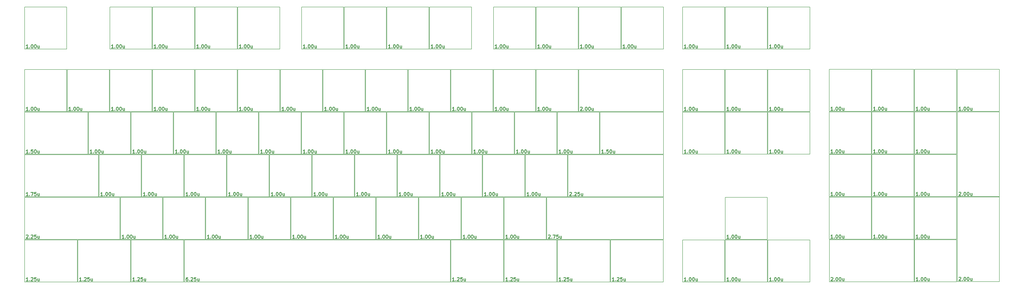
<source format=gbr>
G04 #@! TF.GenerationSoftware,KiCad,Pcbnew,7.0.1*
G04 #@! TF.CreationDate,2024-09-21T18:31:01-05:00*
G04 #@! TF.ProjectId,C128DKEYBOARD,43313238-444b-4455-9942-4f4152442e6b,3.3*
G04 #@! TF.SameCoordinates,Original*
G04 #@! TF.FileFunction,OtherDrawing,Comment*
%FSLAX46Y46*%
G04 Gerber Fmt 4.6, Leading zero omitted, Abs format (unit mm)*
G04 Created by KiCad (PCBNEW 7.0.1) date 2024-09-21 18:31:01*
%MOMM*%
%LPD*%
G01*
G04 APERTURE LIST*
%ADD10C,0.304800*%
%ADD11C,0.152400*%
G04 APERTURE END LIST*
D10*
X56542213Y-142691031D02*
X55671356Y-142691031D01*
X56106785Y-142691031D02*
X56106785Y-141167031D01*
X56106785Y-141167031D02*
X55961642Y-141384745D01*
X55961642Y-141384745D02*
X55816499Y-141529888D01*
X55816499Y-141529888D02*
X55671356Y-141602460D01*
X57195357Y-142545888D02*
X57267928Y-142618460D01*
X57267928Y-142618460D02*
X57195357Y-142691031D01*
X57195357Y-142691031D02*
X57122785Y-142618460D01*
X57122785Y-142618460D02*
X57195357Y-142545888D01*
X57195357Y-142545888D02*
X57195357Y-142691031D01*
X58211356Y-141167031D02*
X58356499Y-141167031D01*
X58356499Y-141167031D02*
X58501642Y-141239602D01*
X58501642Y-141239602D02*
X58574214Y-141312174D01*
X58574214Y-141312174D02*
X58646785Y-141457317D01*
X58646785Y-141457317D02*
X58719356Y-141747602D01*
X58719356Y-141747602D02*
X58719356Y-142110460D01*
X58719356Y-142110460D02*
X58646785Y-142400745D01*
X58646785Y-142400745D02*
X58574214Y-142545888D01*
X58574214Y-142545888D02*
X58501642Y-142618460D01*
X58501642Y-142618460D02*
X58356499Y-142691031D01*
X58356499Y-142691031D02*
X58211356Y-142691031D01*
X58211356Y-142691031D02*
X58066214Y-142618460D01*
X58066214Y-142618460D02*
X57993642Y-142545888D01*
X57993642Y-142545888D02*
X57921071Y-142400745D01*
X57921071Y-142400745D02*
X57848499Y-142110460D01*
X57848499Y-142110460D02*
X57848499Y-141747602D01*
X57848499Y-141747602D02*
X57921071Y-141457317D01*
X57921071Y-141457317D02*
X57993642Y-141312174D01*
X57993642Y-141312174D02*
X58066214Y-141239602D01*
X58066214Y-141239602D02*
X58211356Y-141167031D01*
X59662785Y-141167031D02*
X59807928Y-141167031D01*
X59807928Y-141167031D02*
X59953071Y-141239602D01*
X59953071Y-141239602D02*
X60025643Y-141312174D01*
X60025643Y-141312174D02*
X60098214Y-141457317D01*
X60098214Y-141457317D02*
X60170785Y-141747602D01*
X60170785Y-141747602D02*
X60170785Y-142110460D01*
X60170785Y-142110460D02*
X60098214Y-142400745D01*
X60098214Y-142400745D02*
X60025643Y-142545888D01*
X60025643Y-142545888D02*
X59953071Y-142618460D01*
X59953071Y-142618460D02*
X59807928Y-142691031D01*
X59807928Y-142691031D02*
X59662785Y-142691031D01*
X59662785Y-142691031D02*
X59517643Y-142618460D01*
X59517643Y-142618460D02*
X59445071Y-142545888D01*
X59445071Y-142545888D02*
X59372500Y-142400745D01*
X59372500Y-142400745D02*
X59299928Y-142110460D01*
X59299928Y-142110460D02*
X59299928Y-141747602D01*
X59299928Y-141747602D02*
X59372500Y-141457317D01*
X59372500Y-141457317D02*
X59445071Y-141312174D01*
X59445071Y-141312174D02*
X59517643Y-141239602D01*
X59517643Y-141239602D02*
X59662785Y-141167031D01*
X61477072Y-141675031D02*
X61477072Y-142691031D01*
X60823929Y-141675031D02*
X60823929Y-142473317D01*
X60823929Y-142473317D02*
X60896500Y-142618460D01*
X60896500Y-142618460D02*
X61041643Y-142691031D01*
X61041643Y-142691031D02*
X61259357Y-142691031D01*
X61259357Y-142691031D02*
X61404500Y-142618460D01*
X61404500Y-142618460D02*
X61477072Y-142545888D01*
X94642213Y-142691031D02*
X93771356Y-142691031D01*
X94206785Y-142691031D02*
X94206785Y-141167031D01*
X94206785Y-141167031D02*
X94061642Y-141384745D01*
X94061642Y-141384745D02*
X93916499Y-141529888D01*
X93916499Y-141529888D02*
X93771356Y-141602460D01*
X95295357Y-142545888D02*
X95367928Y-142618460D01*
X95367928Y-142618460D02*
X95295357Y-142691031D01*
X95295357Y-142691031D02*
X95222785Y-142618460D01*
X95222785Y-142618460D02*
X95295357Y-142545888D01*
X95295357Y-142545888D02*
X95295357Y-142691031D01*
X96311356Y-141167031D02*
X96456499Y-141167031D01*
X96456499Y-141167031D02*
X96601642Y-141239602D01*
X96601642Y-141239602D02*
X96674214Y-141312174D01*
X96674214Y-141312174D02*
X96746785Y-141457317D01*
X96746785Y-141457317D02*
X96819356Y-141747602D01*
X96819356Y-141747602D02*
X96819356Y-142110460D01*
X96819356Y-142110460D02*
X96746785Y-142400745D01*
X96746785Y-142400745D02*
X96674214Y-142545888D01*
X96674214Y-142545888D02*
X96601642Y-142618460D01*
X96601642Y-142618460D02*
X96456499Y-142691031D01*
X96456499Y-142691031D02*
X96311356Y-142691031D01*
X96311356Y-142691031D02*
X96166214Y-142618460D01*
X96166214Y-142618460D02*
X96093642Y-142545888D01*
X96093642Y-142545888D02*
X96021071Y-142400745D01*
X96021071Y-142400745D02*
X95948499Y-142110460D01*
X95948499Y-142110460D02*
X95948499Y-141747602D01*
X95948499Y-141747602D02*
X96021071Y-141457317D01*
X96021071Y-141457317D02*
X96093642Y-141312174D01*
X96093642Y-141312174D02*
X96166214Y-141239602D01*
X96166214Y-141239602D02*
X96311356Y-141167031D01*
X97762785Y-141167031D02*
X97907928Y-141167031D01*
X97907928Y-141167031D02*
X98053071Y-141239602D01*
X98053071Y-141239602D02*
X98125643Y-141312174D01*
X98125643Y-141312174D02*
X98198214Y-141457317D01*
X98198214Y-141457317D02*
X98270785Y-141747602D01*
X98270785Y-141747602D02*
X98270785Y-142110460D01*
X98270785Y-142110460D02*
X98198214Y-142400745D01*
X98198214Y-142400745D02*
X98125643Y-142545888D01*
X98125643Y-142545888D02*
X98053071Y-142618460D01*
X98053071Y-142618460D02*
X97907928Y-142691031D01*
X97907928Y-142691031D02*
X97762785Y-142691031D01*
X97762785Y-142691031D02*
X97617643Y-142618460D01*
X97617643Y-142618460D02*
X97545071Y-142545888D01*
X97545071Y-142545888D02*
X97472500Y-142400745D01*
X97472500Y-142400745D02*
X97399928Y-142110460D01*
X97399928Y-142110460D02*
X97399928Y-141747602D01*
X97399928Y-141747602D02*
X97472500Y-141457317D01*
X97472500Y-141457317D02*
X97545071Y-141312174D01*
X97545071Y-141312174D02*
X97617643Y-141239602D01*
X97617643Y-141239602D02*
X97762785Y-141167031D01*
X99577072Y-141675031D02*
X99577072Y-142691031D01*
X98923929Y-141675031D02*
X98923929Y-142473317D01*
X98923929Y-142473317D02*
X98996500Y-142618460D01*
X98996500Y-142618460D02*
X99141643Y-142691031D01*
X99141643Y-142691031D02*
X99359357Y-142691031D01*
X99359357Y-142691031D02*
X99504500Y-142618460D01*
X99504500Y-142618460D02*
X99577072Y-142545888D01*
X113692213Y-142691031D02*
X112821356Y-142691031D01*
X113256785Y-142691031D02*
X113256785Y-141167031D01*
X113256785Y-141167031D02*
X113111642Y-141384745D01*
X113111642Y-141384745D02*
X112966499Y-141529888D01*
X112966499Y-141529888D02*
X112821356Y-141602460D01*
X114345357Y-142545888D02*
X114417928Y-142618460D01*
X114417928Y-142618460D02*
X114345357Y-142691031D01*
X114345357Y-142691031D02*
X114272785Y-142618460D01*
X114272785Y-142618460D02*
X114345357Y-142545888D01*
X114345357Y-142545888D02*
X114345357Y-142691031D01*
X115361356Y-141167031D02*
X115506499Y-141167031D01*
X115506499Y-141167031D02*
X115651642Y-141239602D01*
X115651642Y-141239602D02*
X115724214Y-141312174D01*
X115724214Y-141312174D02*
X115796785Y-141457317D01*
X115796785Y-141457317D02*
X115869356Y-141747602D01*
X115869356Y-141747602D02*
X115869356Y-142110460D01*
X115869356Y-142110460D02*
X115796785Y-142400745D01*
X115796785Y-142400745D02*
X115724214Y-142545888D01*
X115724214Y-142545888D02*
X115651642Y-142618460D01*
X115651642Y-142618460D02*
X115506499Y-142691031D01*
X115506499Y-142691031D02*
X115361356Y-142691031D01*
X115361356Y-142691031D02*
X115216214Y-142618460D01*
X115216214Y-142618460D02*
X115143642Y-142545888D01*
X115143642Y-142545888D02*
X115071071Y-142400745D01*
X115071071Y-142400745D02*
X114998499Y-142110460D01*
X114998499Y-142110460D02*
X114998499Y-141747602D01*
X114998499Y-141747602D02*
X115071071Y-141457317D01*
X115071071Y-141457317D02*
X115143642Y-141312174D01*
X115143642Y-141312174D02*
X115216214Y-141239602D01*
X115216214Y-141239602D02*
X115361356Y-141167031D01*
X116812785Y-141167031D02*
X116957928Y-141167031D01*
X116957928Y-141167031D02*
X117103071Y-141239602D01*
X117103071Y-141239602D02*
X117175643Y-141312174D01*
X117175643Y-141312174D02*
X117248214Y-141457317D01*
X117248214Y-141457317D02*
X117320785Y-141747602D01*
X117320785Y-141747602D02*
X117320785Y-142110460D01*
X117320785Y-142110460D02*
X117248214Y-142400745D01*
X117248214Y-142400745D02*
X117175643Y-142545888D01*
X117175643Y-142545888D02*
X117103071Y-142618460D01*
X117103071Y-142618460D02*
X116957928Y-142691031D01*
X116957928Y-142691031D02*
X116812785Y-142691031D01*
X116812785Y-142691031D02*
X116667643Y-142618460D01*
X116667643Y-142618460D02*
X116595071Y-142545888D01*
X116595071Y-142545888D02*
X116522500Y-142400745D01*
X116522500Y-142400745D02*
X116449928Y-142110460D01*
X116449928Y-142110460D02*
X116449928Y-141747602D01*
X116449928Y-141747602D02*
X116522500Y-141457317D01*
X116522500Y-141457317D02*
X116595071Y-141312174D01*
X116595071Y-141312174D02*
X116667643Y-141239602D01*
X116667643Y-141239602D02*
X116812785Y-141167031D01*
X118627072Y-141675031D02*
X118627072Y-142691031D01*
X117973929Y-141675031D02*
X117973929Y-142473317D01*
X117973929Y-142473317D02*
X118046500Y-142618460D01*
X118046500Y-142618460D02*
X118191643Y-142691031D01*
X118191643Y-142691031D02*
X118409357Y-142691031D01*
X118409357Y-142691031D02*
X118554500Y-142618460D01*
X118554500Y-142618460D02*
X118627072Y-142545888D01*
X132742213Y-142691031D02*
X131871356Y-142691031D01*
X132306785Y-142691031D02*
X132306785Y-141167031D01*
X132306785Y-141167031D02*
X132161642Y-141384745D01*
X132161642Y-141384745D02*
X132016499Y-141529888D01*
X132016499Y-141529888D02*
X131871356Y-141602460D01*
X133395357Y-142545888D02*
X133467928Y-142618460D01*
X133467928Y-142618460D02*
X133395357Y-142691031D01*
X133395357Y-142691031D02*
X133322785Y-142618460D01*
X133322785Y-142618460D02*
X133395357Y-142545888D01*
X133395357Y-142545888D02*
X133395357Y-142691031D01*
X134411356Y-141167031D02*
X134556499Y-141167031D01*
X134556499Y-141167031D02*
X134701642Y-141239602D01*
X134701642Y-141239602D02*
X134774214Y-141312174D01*
X134774214Y-141312174D02*
X134846785Y-141457317D01*
X134846785Y-141457317D02*
X134919356Y-141747602D01*
X134919356Y-141747602D02*
X134919356Y-142110460D01*
X134919356Y-142110460D02*
X134846785Y-142400745D01*
X134846785Y-142400745D02*
X134774214Y-142545888D01*
X134774214Y-142545888D02*
X134701642Y-142618460D01*
X134701642Y-142618460D02*
X134556499Y-142691031D01*
X134556499Y-142691031D02*
X134411356Y-142691031D01*
X134411356Y-142691031D02*
X134266214Y-142618460D01*
X134266214Y-142618460D02*
X134193642Y-142545888D01*
X134193642Y-142545888D02*
X134121071Y-142400745D01*
X134121071Y-142400745D02*
X134048499Y-142110460D01*
X134048499Y-142110460D02*
X134048499Y-141747602D01*
X134048499Y-141747602D02*
X134121071Y-141457317D01*
X134121071Y-141457317D02*
X134193642Y-141312174D01*
X134193642Y-141312174D02*
X134266214Y-141239602D01*
X134266214Y-141239602D02*
X134411356Y-141167031D01*
X135862785Y-141167031D02*
X136007928Y-141167031D01*
X136007928Y-141167031D02*
X136153071Y-141239602D01*
X136153071Y-141239602D02*
X136225643Y-141312174D01*
X136225643Y-141312174D02*
X136298214Y-141457317D01*
X136298214Y-141457317D02*
X136370785Y-141747602D01*
X136370785Y-141747602D02*
X136370785Y-142110460D01*
X136370785Y-142110460D02*
X136298214Y-142400745D01*
X136298214Y-142400745D02*
X136225643Y-142545888D01*
X136225643Y-142545888D02*
X136153071Y-142618460D01*
X136153071Y-142618460D02*
X136007928Y-142691031D01*
X136007928Y-142691031D02*
X135862785Y-142691031D01*
X135862785Y-142691031D02*
X135717643Y-142618460D01*
X135717643Y-142618460D02*
X135645071Y-142545888D01*
X135645071Y-142545888D02*
X135572500Y-142400745D01*
X135572500Y-142400745D02*
X135499928Y-142110460D01*
X135499928Y-142110460D02*
X135499928Y-141747602D01*
X135499928Y-141747602D02*
X135572500Y-141457317D01*
X135572500Y-141457317D02*
X135645071Y-141312174D01*
X135645071Y-141312174D02*
X135717643Y-141239602D01*
X135717643Y-141239602D02*
X135862785Y-141167031D01*
X137677072Y-141675031D02*
X137677072Y-142691031D01*
X137023929Y-141675031D02*
X137023929Y-142473317D01*
X137023929Y-142473317D02*
X137096500Y-142618460D01*
X137096500Y-142618460D02*
X137241643Y-142691031D01*
X137241643Y-142691031D02*
X137459357Y-142691031D01*
X137459357Y-142691031D02*
X137604500Y-142618460D01*
X137604500Y-142618460D02*
X137677072Y-142545888D01*
X151792213Y-142691031D02*
X150921356Y-142691031D01*
X151356785Y-142691031D02*
X151356785Y-141167031D01*
X151356785Y-141167031D02*
X151211642Y-141384745D01*
X151211642Y-141384745D02*
X151066499Y-141529888D01*
X151066499Y-141529888D02*
X150921356Y-141602460D01*
X152445357Y-142545888D02*
X152517928Y-142618460D01*
X152517928Y-142618460D02*
X152445357Y-142691031D01*
X152445357Y-142691031D02*
X152372785Y-142618460D01*
X152372785Y-142618460D02*
X152445357Y-142545888D01*
X152445357Y-142545888D02*
X152445357Y-142691031D01*
X153461356Y-141167031D02*
X153606499Y-141167031D01*
X153606499Y-141167031D02*
X153751642Y-141239602D01*
X153751642Y-141239602D02*
X153824214Y-141312174D01*
X153824214Y-141312174D02*
X153896785Y-141457317D01*
X153896785Y-141457317D02*
X153969356Y-141747602D01*
X153969356Y-141747602D02*
X153969356Y-142110460D01*
X153969356Y-142110460D02*
X153896785Y-142400745D01*
X153896785Y-142400745D02*
X153824214Y-142545888D01*
X153824214Y-142545888D02*
X153751642Y-142618460D01*
X153751642Y-142618460D02*
X153606499Y-142691031D01*
X153606499Y-142691031D02*
X153461356Y-142691031D01*
X153461356Y-142691031D02*
X153316214Y-142618460D01*
X153316214Y-142618460D02*
X153243642Y-142545888D01*
X153243642Y-142545888D02*
X153171071Y-142400745D01*
X153171071Y-142400745D02*
X153098499Y-142110460D01*
X153098499Y-142110460D02*
X153098499Y-141747602D01*
X153098499Y-141747602D02*
X153171071Y-141457317D01*
X153171071Y-141457317D02*
X153243642Y-141312174D01*
X153243642Y-141312174D02*
X153316214Y-141239602D01*
X153316214Y-141239602D02*
X153461356Y-141167031D01*
X154912785Y-141167031D02*
X155057928Y-141167031D01*
X155057928Y-141167031D02*
X155203071Y-141239602D01*
X155203071Y-141239602D02*
X155275643Y-141312174D01*
X155275643Y-141312174D02*
X155348214Y-141457317D01*
X155348214Y-141457317D02*
X155420785Y-141747602D01*
X155420785Y-141747602D02*
X155420785Y-142110460D01*
X155420785Y-142110460D02*
X155348214Y-142400745D01*
X155348214Y-142400745D02*
X155275643Y-142545888D01*
X155275643Y-142545888D02*
X155203071Y-142618460D01*
X155203071Y-142618460D02*
X155057928Y-142691031D01*
X155057928Y-142691031D02*
X154912785Y-142691031D01*
X154912785Y-142691031D02*
X154767643Y-142618460D01*
X154767643Y-142618460D02*
X154695071Y-142545888D01*
X154695071Y-142545888D02*
X154622500Y-142400745D01*
X154622500Y-142400745D02*
X154549928Y-142110460D01*
X154549928Y-142110460D02*
X154549928Y-141747602D01*
X154549928Y-141747602D02*
X154622500Y-141457317D01*
X154622500Y-141457317D02*
X154695071Y-141312174D01*
X154695071Y-141312174D02*
X154767643Y-141239602D01*
X154767643Y-141239602D02*
X154912785Y-141167031D01*
X156727072Y-141675031D02*
X156727072Y-142691031D01*
X156073929Y-141675031D02*
X156073929Y-142473317D01*
X156073929Y-142473317D02*
X156146500Y-142618460D01*
X156146500Y-142618460D02*
X156291643Y-142691031D01*
X156291643Y-142691031D02*
X156509357Y-142691031D01*
X156509357Y-142691031D02*
X156654500Y-142618460D01*
X156654500Y-142618460D02*
X156727072Y-142545888D01*
X180367213Y-142691031D02*
X179496356Y-142691031D01*
X179931785Y-142691031D02*
X179931785Y-141167031D01*
X179931785Y-141167031D02*
X179786642Y-141384745D01*
X179786642Y-141384745D02*
X179641499Y-141529888D01*
X179641499Y-141529888D02*
X179496356Y-141602460D01*
X181020357Y-142545888D02*
X181092928Y-142618460D01*
X181092928Y-142618460D02*
X181020357Y-142691031D01*
X181020357Y-142691031D02*
X180947785Y-142618460D01*
X180947785Y-142618460D02*
X181020357Y-142545888D01*
X181020357Y-142545888D02*
X181020357Y-142691031D01*
X182036356Y-141167031D02*
X182181499Y-141167031D01*
X182181499Y-141167031D02*
X182326642Y-141239602D01*
X182326642Y-141239602D02*
X182399214Y-141312174D01*
X182399214Y-141312174D02*
X182471785Y-141457317D01*
X182471785Y-141457317D02*
X182544356Y-141747602D01*
X182544356Y-141747602D02*
X182544356Y-142110460D01*
X182544356Y-142110460D02*
X182471785Y-142400745D01*
X182471785Y-142400745D02*
X182399214Y-142545888D01*
X182399214Y-142545888D02*
X182326642Y-142618460D01*
X182326642Y-142618460D02*
X182181499Y-142691031D01*
X182181499Y-142691031D02*
X182036356Y-142691031D01*
X182036356Y-142691031D02*
X181891214Y-142618460D01*
X181891214Y-142618460D02*
X181818642Y-142545888D01*
X181818642Y-142545888D02*
X181746071Y-142400745D01*
X181746071Y-142400745D02*
X181673499Y-142110460D01*
X181673499Y-142110460D02*
X181673499Y-141747602D01*
X181673499Y-141747602D02*
X181746071Y-141457317D01*
X181746071Y-141457317D02*
X181818642Y-141312174D01*
X181818642Y-141312174D02*
X181891214Y-141239602D01*
X181891214Y-141239602D02*
X182036356Y-141167031D01*
X183487785Y-141167031D02*
X183632928Y-141167031D01*
X183632928Y-141167031D02*
X183778071Y-141239602D01*
X183778071Y-141239602D02*
X183850643Y-141312174D01*
X183850643Y-141312174D02*
X183923214Y-141457317D01*
X183923214Y-141457317D02*
X183995785Y-141747602D01*
X183995785Y-141747602D02*
X183995785Y-142110460D01*
X183995785Y-142110460D02*
X183923214Y-142400745D01*
X183923214Y-142400745D02*
X183850643Y-142545888D01*
X183850643Y-142545888D02*
X183778071Y-142618460D01*
X183778071Y-142618460D02*
X183632928Y-142691031D01*
X183632928Y-142691031D02*
X183487785Y-142691031D01*
X183487785Y-142691031D02*
X183342643Y-142618460D01*
X183342643Y-142618460D02*
X183270071Y-142545888D01*
X183270071Y-142545888D02*
X183197500Y-142400745D01*
X183197500Y-142400745D02*
X183124928Y-142110460D01*
X183124928Y-142110460D02*
X183124928Y-141747602D01*
X183124928Y-141747602D02*
X183197500Y-141457317D01*
X183197500Y-141457317D02*
X183270071Y-141312174D01*
X183270071Y-141312174D02*
X183342643Y-141239602D01*
X183342643Y-141239602D02*
X183487785Y-141167031D01*
X185302072Y-141675031D02*
X185302072Y-142691031D01*
X184648929Y-141675031D02*
X184648929Y-142473317D01*
X184648929Y-142473317D02*
X184721500Y-142618460D01*
X184721500Y-142618460D02*
X184866643Y-142691031D01*
X184866643Y-142691031D02*
X185084357Y-142691031D01*
X185084357Y-142691031D02*
X185229500Y-142618460D01*
X185229500Y-142618460D02*
X185302072Y-142545888D01*
X199417213Y-142691031D02*
X198546356Y-142691031D01*
X198981785Y-142691031D02*
X198981785Y-141167031D01*
X198981785Y-141167031D02*
X198836642Y-141384745D01*
X198836642Y-141384745D02*
X198691499Y-141529888D01*
X198691499Y-141529888D02*
X198546356Y-141602460D01*
X200070357Y-142545888D02*
X200142928Y-142618460D01*
X200142928Y-142618460D02*
X200070357Y-142691031D01*
X200070357Y-142691031D02*
X199997785Y-142618460D01*
X199997785Y-142618460D02*
X200070357Y-142545888D01*
X200070357Y-142545888D02*
X200070357Y-142691031D01*
X201086356Y-141167031D02*
X201231499Y-141167031D01*
X201231499Y-141167031D02*
X201376642Y-141239602D01*
X201376642Y-141239602D02*
X201449214Y-141312174D01*
X201449214Y-141312174D02*
X201521785Y-141457317D01*
X201521785Y-141457317D02*
X201594356Y-141747602D01*
X201594356Y-141747602D02*
X201594356Y-142110460D01*
X201594356Y-142110460D02*
X201521785Y-142400745D01*
X201521785Y-142400745D02*
X201449214Y-142545888D01*
X201449214Y-142545888D02*
X201376642Y-142618460D01*
X201376642Y-142618460D02*
X201231499Y-142691031D01*
X201231499Y-142691031D02*
X201086356Y-142691031D01*
X201086356Y-142691031D02*
X200941214Y-142618460D01*
X200941214Y-142618460D02*
X200868642Y-142545888D01*
X200868642Y-142545888D02*
X200796071Y-142400745D01*
X200796071Y-142400745D02*
X200723499Y-142110460D01*
X200723499Y-142110460D02*
X200723499Y-141747602D01*
X200723499Y-141747602D02*
X200796071Y-141457317D01*
X200796071Y-141457317D02*
X200868642Y-141312174D01*
X200868642Y-141312174D02*
X200941214Y-141239602D01*
X200941214Y-141239602D02*
X201086356Y-141167031D01*
X202537785Y-141167031D02*
X202682928Y-141167031D01*
X202682928Y-141167031D02*
X202828071Y-141239602D01*
X202828071Y-141239602D02*
X202900643Y-141312174D01*
X202900643Y-141312174D02*
X202973214Y-141457317D01*
X202973214Y-141457317D02*
X203045785Y-141747602D01*
X203045785Y-141747602D02*
X203045785Y-142110460D01*
X203045785Y-142110460D02*
X202973214Y-142400745D01*
X202973214Y-142400745D02*
X202900643Y-142545888D01*
X202900643Y-142545888D02*
X202828071Y-142618460D01*
X202828071Y-142618460D02*
X202682928Y-142691031D01*
X202682928Y-142691031D02*
X202537785Y-142691031D01*
X202537785Y-142691031D02*
X202392643Y-142618460D01*
X202392643Y-142618460D02*
X202320071Y-142545888D01*
X202320071Y-142545888D02*
X202247500Y-142400745D01*
X202247500Y-142400745D02*
X202174928Y-142110460D01*
X202174928Y-142110460D02*
X202174928Y-141747602D01*
X202174928Y-141747602D02*
X202247500Y-141457317D01*
X202247500Y-141457317D02*
X202320071Y-141312174D01*
X202320071Y-141312174D02*
X202392643Y-141239602D01*
X202392643Y-141239602D02*
X202537785Y-141167031D01*
X204352072Y-141675031D02*
X204352072Y-142691031D01*
X203698929Y-141675031D02*
X203698929Y-142473317D01*
X203698929Y-142473317D02*
X203771500Y-142618460D01*
X203771500Y-142618460D02*
X203916643Y-142691031D01*
X203916643Y-142691031D02*
X204134357Y-142691031D01*
X204134357Y-142691031D02*
X204279500Y-142618460D01*
X204279500Y-142618460D02*
X204352072Y-142545888D01*
X218467213Y-142691031D02*
X217596356Y-142691031D01*
X218031785Y-142691031D02*
X218031785Y-141167031D01*
X218031785Y-141167031D02*
X217886642Y-141384745D01*
X217886642Y-141384745D02*
X217741499Y-141529888D01*
X217741499Y-141529888D02*
X217596356Y-141602460D01*
X219120357Y-142545888D02*
X219192928Y-142618460D01*
X219192928Y-142618460D02*
X219120357Y-142691031D01*
X219120357Y-142691031D02*
X219047785Y-142618460D01*
X219047785Y-142618460D02*
X219120357Y-142545888D01*
X219120357Y-142545888D02*
X219120357Y-142691031D01*
X220136356Y-141167031D02*
X220281499Y-141167031D01*
X220281499Y-141167031D02*
X220426642Y-141239602D01*
X220426642Y-141239602D02*
X220499214Y-141312174D01*
X220499214Y-141312174D02*
X220571785Y-141457317D01*
X220571785Y-141457317D02*
X220644356Y-141747602D01*
X220644356Y-141747602D02*
X220644356Y-142110460D01*
X220644356Y-142110460D02*
X220571785Y-142400745D01*
X220571785Y-142400745D02*
X220499214Y-142545888D01*
X220499214Y-142545888D02*
X220426642Y-142618460D01*
X220426642Y-142618460D02*
X220281499Y-142691031D01*
X220281499Y-142691031D02*
X220136356Y-142691031D01*
X220136356Y-142691031D02*
X219991214Y-142618460D01*
X219991214Y-142618460D02*
X219918642Y-142545888D01*
X219918642Y-142545888D02*
X219846071Y-142400745D01*
X219846071Y-142400745D02*
X219773499Y-142110460D01*
X219773499Y-142110460D02*
X219773499Y-141747602D01*
X219773499Y-141747602D02*
X219846071Y-141457317D01*
X219846071Y-141457317D02*
X219918642Y-141312174D01*
X219918642Y-141312174D02*
X219991214Y-141239602D01*
X219991214Y-141239602D02*
X220136356Y-141167031D01*
X221587785Y-141167031D02*
X221732928Y-141167031D01*
X221732928Y-141167031D02*
X221878071Y-141239602D01*
X221878071Y-141239602D02*
X221950643Y-141312174D01*
X221950643Y-141312174D02*
X222023214Y-141457317D01*
X222023214Y-141457317D02*
X222095785Y-141747602D01*
X222095785Y-141747602D02*
X222095785Y-142110460D01*
X222095785Y-142110460D02*
X222023214Y-142400745D01*
X222023214Y-142400745D02*
X221950643Y-142545888D01*
X221950643Y-142545888D02*
X221878071Y-142618460D01*
X221878071Y-142618460D02*
X221732928Y-142691031D01*
X221732928Y-142691031D02*
X221587785Y-142691031D01*
X221587785Y-142691031D02*
X221442643Y-142618460D01*
X221442643Y-142618460D02*
X221370071Y-142545888D01*
X221370071Y-142545888D02*
X221297500Y-142400745D01*
X221297500Y-142400745D02*
X221224928Y-142110460D01*
X221224928Y-142110460D02*
X221224928Y-141747602D01*
X221224928Y-141747602D02*
X221297500Y-141457317D01*
X221297500Y-141457317D02*
X221370071Y-141312174D01*
X221370071Y-141312174D02*
X221442643Y-141239602D01*
X221442643Y-141239602D02*
X221587785Y-141167031D01*
X223402072Y-141675031D02*
X223402072Y-142691031D01*
X222748929Y-141675031D02*
X222748929Y-142473317D01*
X222748929Y-142473317D02*
X222821500Y-142618460D01*
X222821500Y-142618460D02*
X222966643Y-142691031D01*
X222966643Y-142691031D02*
X223184357Y-142691031D01*
X223184357Y-142691031D02*
X223329500Y-142618460D01*
X223329500Y-142618460D02*
X223402072Y-142545888D01*
X237517213Y-142691031D02*
X236646356Y-142691031D01*
X237081785Y-142691031D02*
X237081785Y-141167031D01*
X237081785Y-141167031D02*
X236936642Y-141384745D01*
X236936642Y-141384745D02*
X236791499Y-141529888D01*
X236791499Y-141529888D02*
X236646356Y-141602460D01*
X238170357Y-142545888D02*
X238242928Y-142618460D01*
X238242928Y-142618460D02*
X238170357Y-142691031D01*
X238170357Y-142691031D02*
X238097785Y-142618460D01*
X238097785Y-142618460D02*
X238170357Y-142545888D01*
X238170357Y-142545888D02*
X238170357Y-142691031D01*
X239186356Y-141167031D02*
X239331499Y-141167031D01*
X239331499Y-141167031D02*
X239476642Y-141239602D01*
X239476642Y-141239602D02*
X239549214Y-141312174D01*
X239549214Y-141312174D02*
X239621785Y-141457317D01*
X239621785Y-141457317D02*
X239694356Y-141747602D01*
X239694356Y-141747602D02*
X239694356Y-142110460D01*
X239694356Y-142110460D02*
X239621785Y-142400745D01*
X239621785Y-142400745D02*
X239549214Y-142545888D01*
X239549214Y-142545888D02*
X239476642Y-142618460D01*
X239476642Y-142618460D02*
X239331499Y-142691031D01*
X239331499Y-142691031D02*
X239186356Y-142691031D01*
X239186356Y-142691031D02*
X239041214Y-142618460D01*
X239041214Y-142618460D02*
X238968642Y-142545888D01*
X238968642Y-142545888D02*
X238896071Y-142400745D01*
X238896071Y-142400745D02*
X238823499Y-142110460D01*
X238823499Y-142110460D02*
X238823499Y-141747602D01*
X238823499Y-141747602D02*
X238896071Y-141457317D01*
X238896071Y-141457317D02*
X238968642Y-141312174D01*
X238968642Y-141312174D02*
X239041214Y-141239602D01*
X239041214Y-141239602D02*
X239186356Y-141167031D01*
X240637785Y-141167031D02*
X240782928Y-141167031D01*
X240782928Y-141167031D02*
X240928071Y-141239602D01*
X240928071Y-141239602D02*
X241000643Y-141312174D01*
X241000643Y-141312174D02*
X241073214Y-141457317D01*
X241073214Y-141457317D02*
X241145785Y-141747602D01*
X241145785Y-141747602D02*
X241145785Y-142110460D01*
X241145785Y-142110460D02*
X241073214Y-142400745D01*
X241073214Y-142400745D02*
X241000643Y-142545888D01*
X241000643Y-142545888D02*
X240928071Y-142618460D01*
X240928071Y-142618460D02*
X240782928Y-142691031D01*
X240782928Y-142691031D02*
X240637785Y-142691031D01*
X240637785Y-142691031D02*
X240492643Y-142618460D01*
X240492643Y-142618460D02*
X240420071Y-142545888D01*
X240420071Y-142545888D02*
X240347500Y-142400745D01*
X240347500Y-142400745D02*
X240274928Y-142110460D01*
X240274928Y-142110460D02*
X240274928Y-141747602D01*
X240274928Y-141747602D02*
X240347500Y-141457317D01*
X240347500Y-141457317D02*
X240420071Y-141312174D01*
X240420071Y-141312174D02*
X240492643Y-141239602D01*
X240492643Y-141239602D02*
X240637785Y-141167031D01*
X242452072Y-141675031D02*
X242452072Y-142691031D01*
X241798929Y-141675031D02*
X241798929Y-142473317D01*
X241798929Y-142473317D02*
X241871500Y-142618460D01*
X241871500Y-142618460D02*
X242016643Y-142691031D01*
X242016643Y-142691031D02*
X242234357Y-142691031D01*
X242234357Y-142691031D02*
X242379500Y-142618460D01*
X242379500Y-142618460D02*
X242452072Y-142545888D01*
X266092213Y-142691031D02*
X265221356Y-142691031D01*
X265656785Y-142691031D02*
X265656785Y-141167031D01*
X265656785Y-141167031D02*
X265511642Y-141384745D01*
X265511642Y-141384745D02*
X265366499Y-141529888D01*
X265366499Y-141529888D02*
X265221356Y-141602460D01*
X266745357Y-142545888D02*
X266817928Y-142618460D01*
X266817928Y-142618460D02*
X266745357Y-142691031D01*
X266745357Y-142691031D02*
X266672785Y-142618460D01*
X266672785Y-142618460D02*
X266745357Y-142545888D01*
X266745357Y-142545888D02*
X266745357Y-142691031D01*
X267761356Y-141167031D02*
X267906499Y-141167031D01*
X267906499Y-141167031D02*
X268051642Y-141239602D01*
X268051642Y-141239602D02*
X268124214Y-141312174D01*
X268124214Y-141312174D02*
X268196785Y-141457317D01*
X268196785Y-141457317D02*
X268269356Y-141747602D01*
X268269356Y-141747602D02*
X268269356Y-142110460D01*
X268269356Y-142110460D02*
X268196785Y-142400745D01*
X268196785Y-142400745D02*
X268124214Y-142545888D01*
X268124214Y-142545888D02*
X268051642Y-142618460D01*
X268051642Y-142618460D02*
X267906499Y-142691031D01*
X267906499Y-142691031D02*
X267761356Y-142691031D01*
X267761356Y-142691031D02*
X267616214Y-142618460D01*
X267616214Y-142618460D02*
X267543642Y-142545888D01*
X267543642Y-142545888D02*
X267471071Y-142400745D01*
X267471071Y-142400745D02*
X267398499Y-142110460D01*
X267398499Y-142110460D02*
X267398499Y-141747602D01*
X267398499Y-141747602D02*
X267471071Y-141457317D01*
X267471071Y-141457317D02*
X267543642Y-141312174D01*
X267543642Y-141312174D02*
X267616214Y-141239602D01*
X267616214Y-141239602D02*
X267761356Y-141167031D01*
X269212785Y-141167031D02*
X269357928Y-141167031D01*
X269357928Y-141167031D02*
X269503071Y-141239602D01*
X269503071Y-141239602D02*
X269575643Y-141312174D01*
X269575643Y-141312174D02*
X269648214Y-141457317D01*
X269648214Y-141457317D02*
X269720785Y-141747602D01*
X269720785Y-141747602D02*
X269720785Y-142110460D01*
X269720785Y-142110460D02*
X269648214Y-142400745D01*
X269648214Y-142400745D02*
X269575643Y-142545888D01*
X269575643Y-142545888D02*
X269503071Y-142618460D01*
X269503071Y-142618460D02*
X269357928Y-142691031D01*
X269357928Y-142691031D02*
X269212785Y-142691031D01*
X269212785Y-142691031D02*
X269067643Y-142618460D01*
X269067643Y-142618460D02*
X268995071Y-142545888D01*
X268995071Y-142545888D02*
X268922500Y-142400745D01*
X268922500Y-142400745D02*
X268849928Y-142110460D01*
X268849928Y-142110460D02*
X268849928Y-141747602D01*
X268849928Y-141747602D02*
X268922500Y-141457317D01*
X268922500Y-141457317D02*
X268995071Y-141312174D01*
X268995071Y-141312174D02*
X269067643Y-141239602D01*
X269067643Y-141239602D02*
X269212785Y-141167031D01*
X271027072Y-141675031D02*
X271027072Y-142691031D01*
X270373929Y-141675031D02*
X270373929Y-142473317D01*
X270373929Y-142473317D02*
X270446500Y-142618460D01*
X270446500Y-142618460D02*
X270591643Y-142691031D01*
X270591643Y-142691031D02*
X270809357Y-142691031D01*
X270809357Y-142691031D02*
X270954500Y-142618460D01*
X270954500Y-142618460D02*
X271027072Y-142545888D01*
X285142213Y-142691031D02*
X284271356Y-142691031D01*
X284706785Y-142691031D02*
X284706785Y-141167031D01*
X284706785Y-141167031D02*
X284561642Y-141384745D01*
X284561642Y-141384745D02*
X284416499Y-141529888D01*
X284416499Y-141529888D02*
X284271356Y-141602460D01*
X285795357Y-142545888D02*
X285867928Y-142618460D01*
X285867928Y-142618460D02*
X285795357Y-142691031D01*
X285795357Y-142691031D02*
X285722785Y-142618460D01*
X285722785Y-142618460D02*
X285795357Y-142545888D01*
X285795357Y-142545888D02*
X285795357Y-142691031D01*
X286811356Y-141167031D02*
X286956499Y-141167031D01*
X286956499Y-141167031D02*
X287101642Y-141239602D01*
X287101642Y-141239602D02*
X287174214Y-141312174D01*
X287174214Y-141312174D02*
X287246785Y-141457317D01*
X287246785Y-141457317D02*
X287319356Y-141747602D01*
X287319356Y-141747602D02*
X287319356Y-142110460D01*
X287319356Y-142110460D02*
X287246785Y-142400745D01*
X287246785Y-142400745D02*
X287174214Y-142545888D01*
X287174214Y-142545888D02*
X287101642Y-142618460D01*
X287101642Y-142618460D02*
X286956499Y-142691031D01*
X286956499Y-142691031D02*
X286811356Y-142691031D01*
X286811356Y-142691031D02*
X286666214Y-142618460D01*
X286666214Y-142618460D02*
X286593642Y-142545888D01*
X286593642Y-142545888D02*
X286521071Y-142400745D01*
X286521071Y-142400745D02*
X286448499Y-142110460D01*
X286448499Y-142110460D02*
X286448499Y-141747602D01*
X286448499Y-141747602D02*
X286521071Y-141457317D01*
X286521071Y-141457317D02*
X286593642Y-141312174D01*
X286593642Y-141312174D02*
X286666214Y-141239602D01*
X286666214Y-141239602D02*
X286811356Y-141167031D01*
X288262785Y-141167031D02*
X288407928Y-141167031D01*
X288407928Y-141167031D02*
X288553071Y-141239602D01*
X288553071Y-141239602D02*
X288625643Y-141312174D01*
X288625643Y-141312174D02*
X288698214Y-141457317D01*
X288698214Y-141457317D02*
X288770785Y-141747602D01*
X288770785Y-141747602D02*
X288770785Y-142110460D01*
X288770785Y-142110460D02*
X288698214Y-142400745D01*
X288698214Y-142400745D02*
X288625643Y-142545888D01*
X288625643Y-142545888D02*
X288553071Y-142618460D01*
X288553071Y-142618460D02*
X288407928Y-142691031D01*
X288407928Y-142691031D02*
X288262785Y-142691031D01*
X288262785Y-142691031D02*
X288117643Y-142618460D01*
X288117643Y-142618460D02*
X288045071Y-142545888D01*
X288045071Y-142545888D02*
X287972500Y-142400745D01*
X287972500Y-142400745D02*
X287899928Y-142110460D01*
X287899928Y-142110460D02*
X287899928Y-141747602D01*
X287899928Y-141747602D02*
X287972500Y-141457317D01*
X287972500Y-141457317D02*
X288045071Y-141312174D01*
X288045071Y-141312174D02*
X288117643Y-141239602D01*
X288117643Y-141239602D02*
X288262785Y-141167031D01*
X290077072Y-141675031D02*
X290077072Y-142691031D01*
X289423929Y-141675031D02*
X289423929Y-142473317D01*
X289423929Y-142473317D02*
X289496500Y-142618460D01*
X289496500Y-142618460D02*
X289641643Y-142691031D01*
X289641643Y-142691031D02*
X289859357Y-142691031D01*
X289859357Y-142691031D02*
X290004500Y-142618460D01*
X290004500Y-142618460D02*
X290077072Y-142545888D01*
X304192213Y-142691031D02*
X303321356Y-142691031D01*
X303756785Y-142691031D02*
X303756785Y-141167031D01*
X303756785Y-141167031D02*
X303611642Y-141384745D01*
X303611642Y-141384745D02*
X303466499Y-141529888D01*
X303466499Y-141529888D02*
X303321356Y-141602460D01*
X304845357Y-142545888D02*
X304917928Y-142618460D01*
X304917928Y-142618460D02*
X304845357Y-142691031D01*
X304845357Y-142691031D02*
X304772785Y-142618460D01*
X304772785Y-142618460D02*
X304845357Y-142545888D01*
X304845357Y-142545888D02*
X304845357Y-142691031D01*
X305861356Y-141167031D02*
X306006499Y-141167031D01*
X306006499Y-141167031D02*
X306151642Y-141239602D01*
X306151642Y-141239602D02*
X306224214Y-141312174D01*
X306224214Y-141312174D02*
X306296785Y-141457317D01*
X306296785Y-141457317D02*
X306369356Y-141747602D01*
X306369356Y-141747602D02*
X306369356Y-142110460D01*
X306369356Y-142110460D02*
X306296785Y-142400745D01*
X306296785Y-142400745D02*
X306224214Y-142545888D01*
X306224214Y-142545888D02*
X306151642Y-142618460D01*
X306151642Y-142618460D02*
X306006499Y-142691031D01*
X306006499Y-142691031D02*
X305861356Y-142691031D01*
X305861356Y-142691031D02*
X305716214Y-142618460D01*
X305716214Y-142618460D02*
X305643642Y-142545888D01*
X305643642Y-142545888D02*
X305571071Y-142400745D01*
X305571071Y-142400745D02*
X305498499Y-142110460D01*
X305498499Y-142110460D02*
X305498499Y-141747602D01*
X305498499Y-141747602D02*
X305571071Y-141457317D01*
X305571071Y-141457317D02*
X305643642Y-141312174D01*
X305643642Y-141312174D02*
X305716214Y-141239602D01*
X305716214Y-141239602D02*
X305861356Y-141167031D01*
X307312785Y-141167031D02*
X307457928Y-141167031D01*
X307457928Y-141167031D02*
X307603071Y-141239602D01*
X307603071Y-141239602D02*
X307675643Y-141312174D01*
X307675643Y-141312174D02*
X307748214Y-141457317D01*
X307748214Y-141457317D02*
X307820785Y-141747602D01*
X307820785Y-141747602D02*
X307820785Y-142110460D01*
X307820785Y-142110460D02*
X307748214Y-142400745D01*
X307748214Y-142400745D02*
X307675643Y-142545888D01*
X307675643Y-142545888D02*
X307603071Y-142618460D01*
X307603071Y-142618460D02*
X307457928Y-142691031D01*
X307457928Y-142691031D02*
X307312785Y-142691031D01*
X307312785Y-142691031D02*
X307167643Y-142618460D01*
X307167643Y-142618460D02*
X307095071Y-142545888D01*
X307095071Y-142545888D02*
X307022500Y-142400745D01*
X307022500Y-142400745D02*
X306949928Y-142110460D01*
X306949928Y-142110460D02*
X306949928Y-141747602D01*
X306949928Y-141747602D02*
X307022500Y-141457317D01*
X307022500Y-141457317D02*
X307095071Y-141312174D01*
X307095071Y-141312174D02*
X307167643Y-141239602D01*
X307167643Y-141239602D02*
X307312785Y-141167031D01*
X309127072Y-141675031D02*
X309127072Y-142691031D01*
X308473929Y-141675031D02*
X308473929Y-142473317D01*
X308473929Y-142473317D02*
X308546500Y-142618460D01*
X308546500Y-142618460D02*
X308691643Y-142691031D01*
X308691643Y-142691031D02*
X308909357Y-142691031D01*
X308909357Y-142691031D02*
X309054500Y-142618460D01*
X309054500Y-142618460D02*
X309127072Y-142545888D01*
X473407013Y-170554831D02*
X472536156Y-170554831D01*
X472971585Y-170554831D02*
X472971585Y-169030831D01*
X472971585Y-169030831D02*
X472826442Y-169248545D01*
X472826442Y-169248545D02*
X472681299Y-169393688D01*
X472681299Y-169393688D02*
X472536156Y-169466260D01*
X474060157Y-170409688D02*
X474132728Y-170482260D01*
X474132728Y-170482260D02*
X474060157Y-170554831D01*
X474060157Y-170554831D02*
X473987585Y-170482260D01*
X473987585Y-170482260D02*
X474060157Y-170409688D01*
X474060157Y-170409688D02*
X474060157Y-170554831D01*
X475076156Y-169030831D02*
X475221299Y-169030831D01*
X475221299Y-169030831D02*
X475366442Y-169103402D01*
X475366442Y-169103402D02*
X475439014Y-169175974D01*
X475439014Y-169175974D02*
X475511585Y-169321117D01*
X475511585Y-169321117D02*
X475584156Y-169611402D01*
X475584156Y-169611402D02*
X475584156Y-169974260D01*
X475584156Y-169974260D02*
X475511585Y-170264545D01*
X475511585Y-170264545D02*
X475439014Y-170409688D01*
X475439014Y-170409688D02*
X475366442Y-170482260D01*
X475366442Y-170482260D02*
X475221299Y-170554831D01*
X475221299Y-170554831D02*
X475076156Y-170554831D01*
X475076156Y-170554831D02*
X474931014Y-170482260D01*
X474931014Y-170482260D02*
X474858442Y-170409688D01*
X474858442Y-170409688D02*
X474785871Y-170264545D01*
X474785871Y-170264545D02*
X474713299Y-169974260D01*
X474713299Y-169974260D02*
X474713299Y-169611402D01*
X474713299Y-169611402D02*
X474785871Y-169321117D01*
X474785871Y-169321117D02*
X474858442Y-169175974D01*
X474858442Y-169175974D02*
X474931014Y-169103402D01*
X474931014Y-169103402D02*
X475076156Y-169030831D01*
X476527585Y-169030831D02*
X476672728Y-169030831D01*
X476672728Y-169030831D02*
X476817871Y-169103402D01*
X476817871Y-169103402D02*
X476890443Y-169175974D01*
X476890443Y-169175974D02*
X476963014Y-169321117D01*
X476963014Y-169321117D02*
X477035585Y-169611402D01*
X477035585Y-169611402D02*
X477035585Y-169974260D01*
X477035585Y-169974260D02*
X476963014Y-170264545D01*
X476963014Y-170264545D02*
X476890443Y-170409688D01*
X476890443Y-170409688D02*
X476817871Y-170482260D01*
X476817871Y-170482260D02*
X476672728Y-170554831D01*
X476672728Y-170554831D02*
X476527585Y-170554831D01*
X476527585Y-170554831D02*
X476382443Y-170482260D01*
X476382443Y-170482260D02*
X476309871Y-170409688D01*
X476309871Y-170409688D02*
X476237300Y-170264545D01*
X476237300Y-170264545D02*
X476164728Y-169974260D01*
X476164728Y-169974260D02*
X476164728Y-169611402D01*
X476164728Y-169611402D02*
X476237300Y-169321117D01*
X476237300Y-169321117D02*
X476309871Y-169175974D01*
X476309871Y-169175974D02*
X476382443Y-169103402D01*
X476382443Y-169103402D02*
X476527585Y-169030831D01*
X478341872Y-169538831D02*
X478341872Y-170554831D01*
X477688729Y-169538831D02*
X477688729Y-170337117D01*
X477688729Y-170337117D02*
X477761300Y-170482260D01*
X477761300Y-170482260D02*
X477906443Y-170554831D01*
X477906443Y-170554831D02*
X478124157Y-170554831D01*
X478124157Y-170554831D02*
X478269300Y-170482260D01*
X478269300Y-170482260D02*
X478341872Y-170409688D01*
X416168113Y-170580231D02*
X415297256Y-170580231D01*
X415732685Y-170580231D02*
X415732685Y-169056231D01*
X415732685Y-169056231D02*
X415587542Y-169273945D01*
X415587542Y-169273945D02*
X415442399Y-169419088D01*
X415442399Y-169419088D02*
X415297256Y-169491660D01*
X416821257Y-170435088D02*
X416893828Y-170507660D01*
X416893828Y-170507660D02*
X416821257Y-170580231D01*
X416821257Y-170580231D02*
X416748685Y-170507660D01*
X416748685Y-170507660D02*
X416821257Y-170435088D01*
X416821257Y-170435088D02*
X416821257Y-170580231D01*
X417837256Y-169056231D02*
X417982399Y-169056231D01*
X417982399Y-169056231D02*
X418127542Y-169128802D01*
X418127542Y-169128802D02*
X418200114Y-169201374D01*
X418200114Y-169201374D02*
X418272685Y-169346517D01*
X418272685Y-169346517D02*
X418345256Y-169636802D01*
X418345256Y-169636802D02*
X418345256Y-169999660D01*
X418345256Y-169999660D02*
X418272685Y-170289945D01*
X418272685Y-170289945D02*
X418200114Y-170435088D01*
X418200114Y-170435088D02*
X418127542Y-170507660D01*
X418127542Y-170507660D02*
X417982399Y-170580231D01*
X417982399Y-170580231D02*
X417837256Y-170580231D01*
X417837256Y-170580231D02*
X417692114Y-170507660D01*
X417692114Y-170507660D02*
X417619542Y-170435088D01*
X417619542Y-170435088D02*
X417546971Y-170289945D01*
X417546971Y-170289945D02*
X417474399Y-169999660D01*
X417474399Y-169999660D02*
X417474399Y-169636802D01*
X417474399Y-169636802D02*
X417546971Y-169346517D01*
X417546971Y-169346517D02*
X417619542Y-169201374D01*
X417619542Y-169201374D02*
X417692114Y-169128802D01*
X417692114Y-169128802D02*
X417837256Y-169056231D01*
X419288685Y-169056231D02*
X419433828Y-169056231D01*
X419433828Y-169056231D02*
X419578971Y-169128802D01*
X419578971Y-169128802D02*
X419651543Y-169201374D01*
X419651543Y-169201374D02*
X419724114Y-169346517D01*
X419724114Y-169346517D02*
X419796685Y-169636802D01*
X419796685Y-169636802D02*
X419796685Y-169999660D01*
X419796685Y-169999660D02*
X419724114Y-170289945D01*
X419724114Y-170289945D02*
X419651543Y-170435088D01*
X419651543Y-170435088D02*
X419578971Y-170507660D01*
X419578971Y-170507660D02*
X419433828Y-170580231D01*
X419433828Y-170580231D02*
X419288685Y-170580231D01*
X419288685Y-170580231D02*
X419143543Y-170507660D01*
X419143543Y-170507660D02*
X419070971Y-170435088D01*
X419070971Y-170435088D02*
X418998400Y-170289945D01*
X418998400Y-170289945D02*
X418925828Y-169999660D01*
X418925828Y-169999660D02*
X418925828Y-169636802D01*
X418925828Y-169636802D02*
X418998400Y-169346517D01*
X418998400Y-169346517D02*
X419070971Y-169201374D01*
X419070971Y-169201374D02*
X419143543Y-169128802D01*
X419143543Y-169128802D02*
X419288685Y-169056231D01*
X421102972Y-169564231D02*
X421102972Y-170580231D01*
X420449829Y-169564231D02*
X420449829Y-170362517D01*
X420449829Y-170362517D02*
X420522400Y-170507660D01*
X420522400Y-170507660D02*
X420667543Y-170580231D01*
X420667543Y-170580231D02*
X420885257Y-170580231D01*
X420885257Y-170580231D02*
X421030400Y-170507660D01*
X421030400Y-170507660D02*
X421102972Y-170435088D01*
X435218113Y-170580231D02*
X434347256Y-170580231D01*
X434782685Y-170580231D02*
X434782685Y-169056231D01*
X434782685Y-169056231D02*
X434637542Y-169273945D01*
X434637542Y-169273945D02*
X434492399Y-169419088D01*
X434492399Y-169419088D02*
X434347256Y-169491660D01*
X435871257Y-170435088D02*
X435943828Y-170507660D01*
X435943828Y-170507660D02*
X435871257Y-170580231D01*
X435871257Y-170580231D02*
X435798685Y-170507660D01*
X435798685Y-170507660D02*
X435871257Y-170435088D01*
X435871257Y-170435088D02*
X435871257Y-170580231D01*
X436887256Y-169056231D02*
X437032399Y-169056231D01*
X437032399Y-169056231D02*
X437177542Y-169128802D01*
X437177542Y-169128802D02*
X437250114Y-169201374D01*
X437250114Y-169201374D02*
X437322685Y-169346517D01*
X437322685Y-169346517D02*
X437395256Y-169636802D01*
X437395256Y-169636802D02*
X437395256Y-169999660D01*
X437395256Y-169999660D02*
X437322685Y-170289945D01*
X437322685Y-170289945D02*
X437250114Y-170435088D01*
X437250114Y-170435088D02*
X437177542Y-170507660D01*
X437177542Y-170507660D02*
X437032399Y-170580231D01*
X437032399Y-170580231D02*
X436887256Y-170580231D01*
X436887256Y-170580231D02*
X436742114Y-170507660D01*
X436742114Y-170507660D02*
X436669542Y-170435088D01*
X436669542Y-170435088D02*
X436596971Y-170289945D01*
X436596971Y-170289945D02*
X436524399Y-169999660D01*
X436524399Y-169999660D02*
X436524399Y-169636802D01*
X436524399Y-169636802D02*
X436596971Y-169346517D01*
X436596971Y-169346517D02*
X436669542Y-169201374D01*
X436669542Y-169201374D02*
X436742114Y-169128802D01*
X436742114Y-169128802D02*
X436887256Y-169056231D01*
X438338685Y-169056231D02*
X438483828Y-169056231D01*
X438483828Y-169056231D02*
X438628971Y-169128802D01*
X438628971Y-169128802D02*
X438701543Y-169201374D01*
X438701543Y-169201374D02*
X438774114Y-169346517D01*
X438774114Y-169346517D02*
X438846685Y-169636802D01*
X438846685Y-169636802D02*
X438846685Y-169999660D01*
X438846685Y-169999660D02*
X438774114Y-170289945D01*
X438774114Y-170289945D02*
X438701543Y-170435088D01*
X438701543Y-170435088D02*
X438628971Y-170507660D01*
X438628971Y-170507660D02*
X438483828Y-170580231D01*
X438483828Y-170580231D02*
X438338685Y-170580231D01*
X438338685Y-170580231D02*
X438193543Y-170507660D01*
X438193543Y-170507660D02*
X438120971Y-170435088D01*
X438120971Y-170435088D02*
X438048400Y-170289945D01*
X438048400Y-170289945D02*
X437975828Y-169999660D01*
X437975828Y-169999660D02*
X437975828Y-169636802D01*
X437975828Y-169636802D02*
X438048400Y-169346517D01*
X438048400Y-169346517D02*
X438120971Y-169201374D01*
X438120971Y-169201374D02*
X438193543Y-169128802D01*
X438193543Y-169128802D02*
X438338685Y-169056231D01*
X440152972Y-169564231D02*
X440152972Y-170580231D01*
X439499829Y-169564231D02*
X439499829Y-170362517D01*
X439499829Y-170362517D02*
X439572400Y-170507660D01*
X439572400Y-170507660D02*
X439717543Y-170580231D01*
X439717543Y-170580231D02*
X439935257Y-170580231D01*
X439935257Y-170580231D02*
X440080400Y-170507660D01*
X440080400Y-170507660D02*
X440152972Y-170435088D01*
X454268113Y-170580231D02*
X453397256Y-170580231D01*
X453832685Y-170580231D02*
X453832685Y-169056231D01*
X453832685Y-169056231D02*
X453687542Y-169273945D01*
X453687542Y-169273945D02*
X453542399Y-169419088D01*
X453542399Y-169419088D02*
X453397256Y-169491660D01*
X454921257Y-170435088D02*
X454993828Y-170507660D01*
X454993828Y-170507660D02*
X454921257Y-170580231D01*
X454921257Y-170580231D02*
X454848685Y-170507660D01*
X454848685Y-170507660D02*
X454921257Y-170435088D01*
X454921257Y-170435088D02*
X454921257Y-170580231D01*
X455937256Y-169056231D02*
X456082399Y-169056231D01*
X456082399Y-169056231D02*
X456227542Y-169128802D01*
X456227542Y-169128802D02*
X456300114Y-169201374D01*
X456300114Y-169201374D02*
X456372685Y-169346517D01*
X456372685Y-169346517D02*
X456445256Y-169636802D01*
X456445256Y-169636802D02*
X456445256Y-169999660D01*
X456445256Y-169999660D02*
X456372685Y-170289945D01*
X456372685Y-170289945D02*
X456300114Y-170435088D01*
X456300114Y-170435088D02*
X456227542Y-170507660D01*
X456227542Y-170507660D02*
X456082399Y-170580231D01*
X456082399Y-170580231D02*
X455937256Y-170580231D01*
X455937256Y-170580231D02*
X455792114Y-170507660D01*
X455792114Y-170507660D02*
X455719542Y-170435088D01*
X455719542Y-170435088D02*
X455646971Y-170289945D01*
X455646971Y-170289945D02*
X455574399Y-169999660D01*
X455574399Y-169999660D02*
X455574399Y-169636802D01*
X455574399Y-169636802D02*
X455646971Y-169346517D01*
X455646971Y-169346517D02*
X455719542Y-169201374D01*
X455719542Y-169201374D02*
X455792114Y-169128802D01*
X455792114Y-169128802D02*
X455937256Y-169056231D01*
X457388685Y-169056231D02*
X457533828Y-169056231D01*
X457533828Y-169056231D02*
X457678971Y-169128802D01*
X457678971Y-169128802D02*
X457751543Y-169201374D01*
X457751543Y-169201374D02*
X457824114Y-169346517D01*
X457824114Y-169346517D02*
X457896685Y-169636802D01*
X457896685Y-169636802D02*
X457896685Y-169999660D01*
X457896685Y-169999660D02*
X457824114Y-170289945D01*
X457824114Y-170289945D02*
X457751543Y-170435088D01*
X457751543Y-170435088D02*
X457678971Y-170507660D01*
X457678971Y-170507660D02*
X457533828Y-170580231D01*
X457533828Y-170580231D02*
X457388685Y-170580231D01*
X457388685Y-170580231D02*
X457243543Y-170507660D01*
X457243543Y-170507660D02*
X457170971Y-170435088D01*
X457170971Y-170435088D02*
X457098400Y-170289945D01*
X457098400Y-170289945D02*
X457025828Y-169999660D01*
X457025828Y-169999660D02*
X457025828Y-169636802D01*
X457025828Y-169636802D02*
X457098400Y-169346517D01*
X457098400Y-169346517D02*
X457170971Y-169201374D01*
X457170971Y-169201374D02*
X457243543Y-169128802D01*
X457243543Y-169128802D02*
X457388685Y-169056231D01*
X459202972Y-169564231D02*
X459202972Y-170580231D01*
X458549829Y-169564231D02*
X458549829Y-170362517D01*
X458549829Y-170362517D02*
X458622400Y-170507660D01*
X458622400Y-170507660D02*
X458767543Y-170580231D01*
X458767543Y-170580231D02*
X458985257Y-170580231D01*
X458985257Y-170580231D02*
X459130400Y-170507660D01*
X459130400Y-170507660D02*
X459202972Y-170435088D01*
X94642213Y-170631031D02*
X93771356Y-170631031D01*
X94206785Y-170631031D02*
X94206785Y-169107031D01*
X94206785Y-169107031D02*
X94061642Y-169324745D01*
X94061642Y-169324745D02*
X93916499Y-169469888D01*
X93916499Y-169469888D02*
X93771356Y-169542460D01*
X95295357Y-170485888D02*
X95367928Y-170558460D01*
X95367928Y-170558460D02*
X95295357Y-170631031D01*
X95295357Y-170631031D02*
X95222785Y-170558460D01*
X95222785Y-170558460D02*
X95295357Y-170485888D01*
X95295357Y-170485888D02*
X95295357Y-170631031D01*
X96311356Y-169107031D02*
X96456499Y-169107031D01*
X96456499Y-169107031D02*
X96601642Y-169179602D01*
X96601642Y-169179602D02*
X96674214Y-169252174D01*
X96674214Y-169252174D02*
X96746785Y-169397317D01*
X96746785Y-169397317D02*
X96819356Y-169687602D01*
X96819356Y-169687602D02*
X96819356Y-170050460D01*
X96819356Y-170050460D02*
X96746785Y-170340745D01*
X96746785Y-170340745D02*
X96674214Y-170485888D01*
X96674214Y-170485888D02*
X96601642Y-170558460D01*
X96601642Y-170558460D02*
X96456499Y-170631031D01*
X96456499Y-170631031D02*
X96311356Y-170631031D01*
X96311356Y-170631031D02*
X96166214Y-170558460D01*
X96166214Y-170558460D02*
X96093642Y-170485888D01*
X96093642Y-170485888D02*
X96021071Y-170340745D01*
X96021071Y-170340745D02*
X95948499Y-170050460D01*
X95948499Y-170050460D02*
X95948499Y-169687602D01*
X95948499Y-169687602D02*
X96021071Y-169397317D01*
X96021071Y-169397317D02*
X96093642Y-169252174D01*
X96093642Y-169252174D02*
X96166214Y-169179602D01*
X96166214Y-169179602D02*
X96311356Y-169107031D01*
X97762785Y-169107031D02*
X97907928Y-169107031D01*
X97907928Y-169107031D02*
X98053071Y-169179602D01*
X98053071Y-169179602D02*
X98125643Y-169252174D01*
X98125643Y-169252174D02*
X98198214Y-169397317D01*
X98198214Y-169397317D02*
X98270785Y-169687602D01*
X98270785Y-169687602D02*
X98270785Y-170050460D01*
X98270785Y-170050460D02*
X98198214Y-170340745D01*
X98198214Y-170340745D02*
X98125643Y-170485888D01*
X98125643Y-170485888D02*
X98053071Y-170558460D01*
X98053071Y-170558460D02*
X97907928Y-170631031D01*
X97907928Y-170631031D02*
X97762785Y-170631031D01*
X97762785Y-170631031D02*
X97617643Y-170558460D01*
X97617643Y-170558460D02*
X97545071Y-170485888D01*
X97545071Y-170485888D02*
X97472500Y-170340745D01*
X97472500Y-170340745D02*
X97399928Y-170050460D01*
X97399928Y-170050460D02*
X97399928Y-169687602D01*
X97399928Y-169687602D02*
X97472500Y-169397317D01*
X97472500Y-169397317D02*
X97545071Y-169252174D01*
X97545071Y-169252174D02*
X97617643Y-169179602D01*
X97617643Y-169179602D02*
X97762785Y-169107031D01*
X99577072Y-169615031D02*
X99577072Y-170631031D01*
X98923929Y-169615031D02*
X98923929Y-170413317D01*
X98923929Y-170413317D02*
X98996500Y-170558460D01*
X98996500Y-170558460D02*
X99141643Y-170631031D01*
X99141643Y-170631031D02*
X99359357Y-170631031D01*
X99359357Y-170631031D02*
X99504500Y-170558460D01*
X99504500Y-170558460D02*
X99577072Y-170485888D01*
X113692213Y-170631031D02*
X112821356Y-170631031D01*
X113256785Y-170631031D02*
X113256785Y-169107031D01*
X113256785Y-169107031D02*
X113111642Y-169324745D01*
X113111642Y-169324745D02*
X112966499Y-169469888D01*
X112966499Y-169469888D02*
X112821356Y-169542460D01*
X114345357Y-170485888D02*
X114417928Y-170558460D01*
X114417928Y-170558460D02*
X114345357Y-170631031D01*
X114345357Y-170631031D02*
X114272785Y-170558460D01*
X114272785Y-170558460D02*
X114345357Y-170485888D01*
X114345357Y-170485888D02*
X114345357Y-170631031D01*
X115361356Y-169107031D02*
X115506499Y-169107031D01*
X115506499Y-169107031D02*
X115651642Y-169179602D01*
X115651642Y-169179602D02*
X115724214Y-169252174D01*
X115724214Y-169252174D02*
X115796785Y-169397317D01*
X115796785Y-169397317D02*
X115869356Y-169687602D01*
X115869356Y-169687602D02*
X115869356Y-170050460D01*
X115869356Y-170050460D02*
X115796785Y-170340745D01*
X115796785Y-170340745D02*
X115724214Y-170485888D01*
X115724214Y-170485888D02*
X115651642Y-170558460D01*
X115651642Y-170558460D02*
X115506499Y-170631031D01*
X115506499Y-170631031D02*
X115361356Y-170631031D01*
X115361356Y-170631031D02*
X115216214Y-170558460D01*
X115216214Y-170558460D02*
X115143642Y-170485888D01*
X115143642Y-170485888D02*
X115071071Y-170340745D01*
X115071071Y-170340745D02*
X114998499Y-170050460D01*
X114998499Y-170050460D02*
X114998499Y-169687602D01*
X114998499Y-169687602D02*
X115071071Y-169397317D01*
X115071071Y-169397317D02*
X115143642Y-169252174D01*
X115143642Y-169252174D02*
X115216214Y-169179602D01*
X115216214Y-169179602D02*
X115361356Y-169107031D01*
X116812785Y-169107031D02*
X116957928Y-169107031D01*
X116957928Y-169107031D02*
X117103071Y-169179602D01*
X117103071Y-169179602D02*
X117175643Y-169252174D01*
X117175643Y-169252174D02*
X117248214Y-169397317D01*
X117248214Y-169397317D02*
X117320785Y-169687602D01*
X117320785Y-169687602D02*
X117320785Y-170050460D01*
X117320785Y-170050460D02*
X117248214Y-170340745D01*
X117248214Y-170340745D02*
X117175643Y-170485888D01*
X117175643Y-170485888D02*
X117103071Y-170558460D01*
X117103071Y-170558460D02*
X116957928Y-170631031D01*
X116957928Y-170631031D02*
X116812785Y-170631031D01*
X116812785Y-170631031D02*
X116667643Y-170558460D01*
X116667643Y-170558460D02*
X116595071Y-170485888D01*
X116595071Y-170485888D02*
X116522500Y-170340745D01*
X116522500Y-170340745D02*
X116449928Y-170050460D01*
X116449928Y-170050460D02*
X116449928Y-169687602D01*
X116449928Y-169687602D02*
X116522500Y-169397317D01*
X116522500Y-169397317D02*
X116595071Y-169252174D01*
X116595071Y-169252174D02*
X116667643Y-169179602D01*
X116667643Y-169179602D02*
X116812785Y-169107031D01*
X118627072Y-169615031D02*
X118627072Y-170631031D01*
X117973929Y-169615031D02*
X117973929Y-170413317D01*
X117973929Y-170413317D02*
X118046500Y-170558460D01*
X118046500Y-170558460D02*
X118191643Y-170631031D01*
X118191643Y-170631031D02*
X118409357Y-170631031D01*
X118409357Y-170631031D02*
X118554500Y-170558460D01*
X118554500Y-170558460D02*
X118627072Y-170485888D01*
X132742213Y-170631031D02*
X131871356Y-170631031D01*
X132306785Y-170631031D02*
X132306785Y-169107031D01*
X132306785Y-169107031D02*
X132161642Y-169324745D01*
X132161642Y-169324745D02*
X132016499Y-169469888D01*
X132016499Y-169469888D02*
X131871356Y-169542460D01*
X133395357Y-170485888D02*
X133467928Y-170558460D01*
X133467928Y-170558460D02*
X133395357Y-170631031D01*
X133395357Y-170631031D02*
X133322785Y-170558460D01*
X133322785Y-170558460D02*
X133395357Y-170485888D01*
X133395357Y-170485888D02*
X133395357Y-170631031D01*
X134411356Y-169107031D02*
X134556499Y-169107031D01*
X134556499Y-169107031D02*
X134701642Y-169179602D01*
X134701642Y-169179602D02*
X134774214Y-169252174D01*
X134774214Y-169252174D02*
X134846785Y-169397317D01*
X134846785Y-169397317D02*
X134919356Y-169687602D01*
X134919356Y-169687602D02*
X134919356Y-170050460D01*
X134919356Y-170050460D02*
X134846785Y-170340745D01*
X134846785Y-170340745D02*
X134774214Y-170485888D01*
X134774214Y-170485888D02*
X134701642Y-170558460D01*
X134701642Y-170558460D02*
X134556499Y-170631031D01*
X134556499Y-170631031D02*
X134411356Y-170631031D01*
X134411356Y-170631031D02*
X134266214Y-170558460D01*
X134266214Y-170558460D02*
X134193642Y-170485888D01*
X134193642Y-170485888D02*
X134121071Y-170340745D01*
X134121071Y-170340745D02*
X134048499Y-170050460D01*
X134048499Y-170050460D02*
X134048499Y-169687602D01*
X134048499Y-169687602D02*
X134121071Y-169397317D01*
X134121071Y-169397317D02*
X134193642Y-169252174D01*
X134193642Y-169252174D02*
X134266214Y-169179602D01*
X134266214Y-169179602D02*
X134411356Y-169107031D01*
X135862785Y-169107031D02*
X136007928Y-169107031D01*
X136007928Y-169107031D02*
X136153071Y-169179602D01*
X136153071Y-169179602D02*
X136225643Y-169252174D01*
X136225643Y-169252174D02*
X136298214Y-169397317D01*
X136298214Y-169397317D02*
X136370785Y-169687602D01*
X136370785Y-169687602D02*
X136370785Y-170050460D01*
X136370785Y-170050460D02*
X136298214Y-170340745D01*
X136298214Y-170340745D02*
X136225643Y-170485888D01*
X136225643Y-170485888D02*
X136153071Y-170558460D01*
X136153071Y-170558460D02*
X136007928Y-170631031D01*
X136007928Y-170631031D02*
X135862785Y-170631031D01*
X135862785Y-170631031D02*
X135717643Y-170558460D01*
X135717643Y-170558460D02*
X135645071Y-170485888D01*
X135645071Y-170485888D02*
X135572500Y-170340745D01*
X135572500Y-170340745D02*
X135499928Y-170050460D01*
X135499928Y-170050460D02*
X135499928Y-169687602D01*
X135499928Y-169687602D02*
X135572500Y-169397317D01*
X135572500Y-169397317D02*
X135645071Y-169252174D01*
X135645071Y-169252174D02*
X135717643Y-169179602D01*
X135717643Y-169179602D02*
X135862785Y-169107031D01*
X137677072Y-169615031D02*
X137677072Y-170631031D01*
X137023929Y-169615031D02*
X137023929Y-170413317D01*
X137023929Y-170413317D02*
X137096500Y-170558460D01*
X137096500Y-170558460D02*
X137241643Y-170631031D01*
X137241643Y-170631031D02*
X137459357Y-170631031D01*
X137459357Y-170631031D02*
X137604500Y-170558460D01*
X137604500Y-170558460D02*
X137677072Y-170485888D01*
X151792213Y-170631031D02*
X150921356Y-170631031D01*
X151356785Y-170631031D02*
X151356785Y-169107031D01*
X151356785Y-169107031D02*
X151211642Y-169324745D01*
X151211642Y-169324745D02*
X151066499Y-169469888D01*
X151066499Y-169469888D02*
X150921356Y-169542460D01*
X152445357Y-170485888D02*
X152517928Y-170558460D01*
X152517928Y-170558460D02*
X152445357Y-170631031D01*
X152445357Y-170631031D02*
X152372785Y-170558460D01*
X152372785Y-170558460D02*
X152445357Y-170485888D01*
X152445357Y-170485888D02*
X152445357Y-170631031D01*
X153461356Y-169107031D02*
X153606499Y-169107031D01*
X153606499Y-169107031D02*
X153751642Y-169179602D01*
X153751642Y-169179602D02*
X153824214Y-169252174D01*
X153824214Y-169252174D02*
X153896785Y-169397317D01*
X153896785Y-169397317D02*
X153969356Y-169687602D01*
X153969356Y-169687602D02*
X153969356Y-170050460D01*
X153969356Y-170050460D02*
X153896785Y-170340745D01*
X153896785Y-170340745D02*
X153824214Y-170485888D01*
X153824214Y-170485888D02*
X153751642Y-170558460D01*
X153751642Y-170558460D02*
X153606499Y-170631031D01*
X153606499Y-170631031D02*
X153461356Y-170631031D01*
X153461356Y-170631031D02*
X153316214Y-170558460D01*
X153316214Y-170558460D02*
X153243642Y-170485888D01*
X153243642Y-170485888D02*
X153171071Y-170340745D01*
X153171071Y-170340745D02*
X153098499Y-170050460D01*
X153098499Y-170050460D02*
X153098499Y-169687602D01*
X153098499Y-169687602D02*
X153171071Y-169397317D01*
X153171071Y-169397317D02*
X153243642Y-169252174D01*
X153243642Y-169252174D02*
X153316214Y-169179602D01*
X153316214Y-169179602D02*
X153461356Y-169107031D01*
X154912785Y-169107031D02*
X155057928Y-169107031D01*
X155057928Y-169107031D02*
X155203071Y-169179602D01*
X155203071Y-169179602D02*
X155275643Y-169252174D01*
X155275643Y-169252174D02*
X155348214Y-169397317D01*
X155348214Y-169397317D02*
X155420785Y-169687602D01*
X155420785Y-169687602D02*
X155420785Y-170050460D01*
X155420785Y-170050460D02*
X155348214Y-170340745D01*
X155348214Y-170340745D02*
X155275643Y-170485888D01*
X155275643Y-170485888D02*
X155203071Y-170558460D01*
X155203071Y-170558460D02*
X155057928Y-170631031D01*
X155057928Y-170631031D02*
X154912785Y-170631031D01*
X154912785Y-170631031D02*
X154767643Y-170558460D01*
X154767643Y-170558460D02*
X154695071Y-170485888D01*
X154695071Y-170485888D02*
X154622500Y-170340745D01*
X154622500Y-170340745D02*
X154549928Y-170050460D01*
X154549928Y-170050460D02*
X154549928Y-169687602D01*
X154549928Y-169687602D02*
X154622500Y-169397317D01*
X154622500Y-169397317D02*
X154695071Y-169252174D01*
X154695071Y-169252174D02*
X154767643Y-169179602D01*
X154767643Y-169179602D02*
X154912785Y-169107031D01*
X156727072Y-169615031D02*
X156727072Y-170631031D01*
X156073929Y-169615031D02*
X156073929Y-170413317D01*
X156073929Y-170413317D02*
X156146500Y-170558460D01*
X156146500Y-170558460D02*
X156291643Y-170631031D01*
X156291643Y-170631031D02*
X156509357Y-170631031D01*
X156509357Y-170631031D02*
X156654500Y-170558460D01*
X156654500Y-170558460D02*
X156727072Y-170485888D01*
X170842213Y-170631031D02*
X169971356Y-170631031D01*
X170406785Y-170631031D02*
X170406785Y-169107031D01*
X170406785Y-169107031D02*
X170261642Y-169324745D01*
X170261642Y-169324745D02*
X170116499Y-169469888D01*
X170116499Y-169469888D02*
X169971356Y-169542460D01*
X171495357Y-170485888D02*
X171567928Y-170558460D01*
X171567928Y-170558460D02*
X171495357Y-170631031D01*
X171495357Y-170631031D02*
X171422785Y-170558460D01*
X171422785Y-170558460D02*
X171495357Y-170485888D01*
X171495357Y-170485888D02*
X171495357Y-170631031D01*
X172511356Y-169107031D02*
X172656499Y-169107031D01*
X172656499Y-169107031D02*
X172801642Y-169179602D01*
X172801642Y-169179602D02*
X172874214Y-169252174D01*
X172874214Y-169252174D02*
X172946785Y-169397317D01*
X172946785Y-169397317D02*
X173019356Y-169687602D01*
X173019356Y-169687602D02*
X173019356Y-170050460D01*
X173019356Y-170050460D02*
X172946785Y-170340745D01*
X172946785Y-170340745D02*
X172874214Y-170485888D01*
X172874214Y-170485888D02*
X172801642Y-170558460D01*
X172801642Y-170558460D02*
X172656499Y-170631031D01*
X172656499Y-170631031D02*
X172511356Y-170631031D01*
X172511356Y-170631031D02*
X172366214Y-170558460D01*
X172366214Y-170558460D02*
X172293642Y-170485888D01*
X172293642Y-170485888D02*
X172221071Y-170340745D01*
X172221071Y-170340745D02*
X172148499Y-170050460D01*
X172148499Y-170050460D02*
X172148499Y-169687602D01*
X172148499Y-169687602D02*
X172221071Y-169397317D01*
X172221071Y-169397317D02*
X172293642Y-169252174D01*
X172293642Y-169252174D02*
X172366214Y-169179602D01*
X172366214Y-169179602D02*
X172511356Y-169107031D01*
X173962785Y-169107031D02*
X174107928Y-169107031D01*
X174107928Y-169107031D02*
X174253071Y-169179602D01*
X174253071Y-169179602D02*
X174325643Y-169252174D01*
X174325643Y-169252174D02*
X174398214Y-169397317D01*
X174398214Y-169397317D02*
X174470785Y-169687602D01*
X174470785Y-169687602D02*
X174470785Y-170050460D01*
X174470785Y-170050460D02*
X174398214Y-170340745D01*
X174398214Y-170340745D02*
X174325643Y-170485888D01*
X174325643Y-170485888D02*
X174253071Y-170558460D01*
X174253071Y-170558460D02*
X174107928Y-170631031D01*
X174107928Y-170631031D02*
X173962785Y-170631031D01*
X173962785Y-170631031D02*
X173817643Y-170558460D01*
X173817643Y-170558460D02*
X173745071Y-170485888D01*
X173745071Y-170485888D02*
X173672500Y-170340745D01*
X173672500Y-170340745D02*
X173599928Y-170050460D01*
X173599928Y-170050460D02*
X173599928Y-169687602D01*
X173599928Y-169687602D02*
X173672500Y-169397317D01*
X173672500Y-169397317D02*
X173745071Y-169252174D01*
X173745071Y-169252174D02*
X173817643Y-169179602D01*
X173817643Y-169179602D02*
X173962785Y-169107031D01*
X175777072Y-169615031D02*
X175777072Y-170631031D01*
X175123929Y-169615031D02*
X175123929Y-170413317D01*
X175123929Y-170413317D02*
X175196500Y-170558460D01*
X175196500Y-170558460D02*
X175341643Y-170631031D01*
X175341643Y-170631031D02*
X175559357Y-170631031D01*
X175559357Y-170631031D02*
X175704500Y-170558460D01*
X175704500Y-170558460D02*
X175777072Y-170485888D01*
X189892213Y-170631031D02*
X189021356Y-170631031D01*
X189456785Y-170631031D02*
X189456785Y-169107031D01*
X189456785Y-169107031D02*
X189311642Y-169324745D01*
X189311642Y-169324745D02*
X189166499Y-169469888D01*
X189166499Y-169469888D02*
X189021356Y-169542460D01*
X190545357Y-170485888D02*
X190617928Y-170558460D01*
X190617928Y-170558460D02*
X190545357Y-170631031D01*
X190545357Y-170631031D02*
X190472785Y-170558460D01*
X190472785Y-170558460D02*
X190545357Y-170485888D01*
X190545357Y-170485888D02*
X190545357Y-170631031D01*
X191561356Y-169107031D02*
X191706499Y-169107031D01*
X191706499Y-169107031D02*
X191851642Y-169179602D01*
X191851642Y-169179602D02*
X191924214Y-169252174D01*
X191924214Y-169252174D02*
X191996785Y-169397317D01*
X191996785Y-169397317D02*
X192069356Y-169687602D01*
X192069356Y-169687602D02*
X192069356Y-170050460D01*
X192069356Y-170050460D02*
X191996785Y-170340745D01*
X191996785Y-170340745D02*
X191924214Y-170485888D01*
X191924214Y-170485888D02*
X191851642Y-170558460D01*
X191851642Y-170558460D02*
X191706499Y-170631031D01*
X191706499Y-170631031D02*
X191561356Y-170631031D01*
X191561356Y-170631031D02*
X191416214Y-170558460D01*
X191416214Y-170558460D02*
X191343642Y-170485888D01*
X191343642Y-170485888D02*
X191271071Y-170340745D01*
X191271071Y-170340745D02*
X191198499Y-170050460D01*
X191198499Y-170050460D02*
X191198499Y-169687602D01*
X191198499Y-169687602D02*
X191271071Y-169397317D01*
X191271071Y-169397317D02*
X191343642Y-169252174D01*
X191343642Y-169252174D02*
X191416214Y-169179602D01*
X191416214Y-169179602D02*
X191561356Y-169107031D01*
X193012785Y-169107031D02*
X193157928Y-169107031D01*
X193157928Y-169107031D02*
X193303071Y-169179602D01*
X193303071Y-169179602D02*
X193375643Y-169252174D01*
X193375643Y-169252174D02*
X193448214Y-169397317D01*
X193448214Y-169397317D02*
X193520785Y-169687602D01*
X193520785Y-169687602D02*
X193520785Y-170050460D01*
X193520785Y-170050460D02*
X193448214Y-170340745D01*
X193448214Y-170340745D02*
X193375643Y-170485888D01*
X193375643Y-170485888D02*
X193303071Y-170558460D01*
X193303071Y-170558460D02*
X193157928Y-170631031D01*
X193157928Y-170631031D02*
X193012785Y-170631031D01*
X193012785Y-170631031D02*
X192867643Y-170558460D01*
X192867643Y-170558460D02*
X192795071Y-170485888D01*
X192795071Y-170485888D02*
X192722500Y-170340745D01*
X192722500Y-170340745D02*
X192649928Y-170050460D01*
X192649928Y-170050460D02*
X192649928Y-169687602D01*
X192649928Y-169687602D02*
X192722500Y-169397317D01*
X192722500Y-169397317D02*
X192795071Y-169252174D01*
X192795071Y-169252174D02*
X192867643Y-169179602D01*
X192867643Y-169179602D02*
X193012785Y-169107031D01*
X194827072Y-169615031D02*
X194827072Y-170631031D01*
X194173929Y-169615031D02*
X194173929Y-170413317D01*
X194173929Y-170413317D02*
X194246500Y-170558460D01*
X194246500Y-170558460D02*
X194391643Y-170631031D01*
X194391643Y-170631031D02*
X194609357Y-170631031D01*
X194609357Y-170631031D02*
X194754500Y-170558460D01*
X194754500Y-170558460D02*
X194827072Y-170485888D01*
X208942213Y-170631031D02*
X208071356Y-170631031D01*
X208506785Y-170631031D02*
X208506785Y-169107031D01*
X208506785Y-169107031D02*
X208361642Y-169324745D01*
X208361642Y-169324745D02*
X208216499Y-169469888D01*
X208216499Y-169469888D02*
X208071356Y-169542460D01*
X209595357Y-170485888D02*
X209667928Y-170558460D01*
X209667928Y-170558460D02*
X209595357Y-170631031D01*
X209595357Y-170631031D02*
X209522785Y-170558460D01*
X209522785Y-170558460D02*
X209595357Y-170485888D01*
X209595357Y-170485888D02*
X209595357Y-170631031D01*
X210611356Y-169107031D02*
X210756499Y-169107031D01*
X210756499Y-169107031D02*
X210901642Y-169179602D01*
X210901642Y-169179602D02*
X210974214Y-169252174D01*
X210974214Y-169252174D02*
X211046785Y-169397317D01*
X211046785Y-169397317D02*
X211119356Y-169687602D01*
X211119356Y-169687602D02*
X211119356Y-170050460D01*
X211119356Y-170050460D02*
X211046785Y-170340745D01*
X211046785Y-170340745D02*
X210974214Y-170485888D01*
X210974214Y-170485888D02*
X210901642Y-170558460D01*
X210901642Y-170558460D02*
X210756499Y-170631031D01*
X210756499Y-170631031D02*
X210611356Y-170631031D01*
X210611356Y-170631031D02*
X210466214Y-170558460D01*
X210466214Y-170558460D02*
X210393642Y-170485888D01*
X210393642Y-170485888D02*
X210321071Y-170340745D01*
X210321071Y-170340745D02*
X210248499Y-170050460D01*
X210248499Y-170050460D02*
X210248499Y-169687602D01*
X210248499Y-169687602D02*
X210321071Y-169397317D01*
X210321071Y-169397317D02*
X210393642Y-169252174D01*
X210393642Y-169252174D02*
X210466214Y-169179602D01*
X210466214Y-169179602D02*
X210611356Y-169107031D01*
X212062785Y-169107031D02*
X212207928Y-169107031D01*
X212207928Y-169107031D02*
X212353071Y-169179602D01*
X212353071Y-169179602D02*
X212425643Y-169252174D01*
X212425643Y-169252174D02*
X212498214Y-169397317D01*
X212498214Y-169397317D02*
X212570785Y-169687602D01*
X212570785Y-169687602D02*
X212570785Y-170050460D01*
X212570785Y-170050460D02*
X212498214Y-170340745D01*
X212498214Y-170340745D02*
X212425643Y-170485888D01*
X212425643Y-170485888D02*
X212353071Y-170558460D01*
X212353071Y-170558460D02*
X212207928Y-170631031D01*
X212207928Y-170631031D02*
X212062785Y-170631031D01*
X212062785Y-170631031D02*
X211917643Y-170558460D01*
X211917643Y-170558460D02*
X211845071Y-170485888D01*
X211845071Y-170485888D02*
X211772500Y-170340745D01*
X211772500Y-170340745D02*
X211699928Y-170050460D01*
X211699928Y-170050460D02*
X211699928Y-169687602D01*
X211699928Y-169687602D02*
X211772500Y-169397317D01*
X211772500Y-169397317D02*
X211845071Y-169252174D01*
X211845071Y-169252174D02*
X211917643Y-169179602D01*
X211917643Y-169179602D02*
X212062785Y-169107031D01*
X213877072Y-169615031D02*
X213877072Y-170631031D01*
X213223929Y-169615031D02*
X213223929Y-170413317D01*
X213223929Y-170413317D02*
X213296500Y-170558460D01*
X213296500Y-170558460D02*
X213441643Y-170631031D01*
X213441643Y-170631031D02*
X213659357Y-170631031D01*
X213659357Y-170631031D02*
X213804500Y-170558460D01*
X213804500Y-170558460D02*
X213877072Y-170485888D01*
X227992213Y-170631031D02*
X227121356Y-170631031D01*
X227556785Y-170631031D02*
X227556785Y-169107031D01*
X227556785Y-169107031D02*
X227411642Y-169324745D01*
X227411642Y-169324745D02*
X227266499Y-169469888D01*
X227266499Y-169469888D02*
X227121356Y-169542460D01*
X228645357Y-170485888D02*
X228717928Y-170558460D01*
X228717928Y-170558460D02*
X228645357Y-170631031D01*
X228645357Y-170631031D02*
X228572785Y-170558460D01*
X228572785Y-170558460D02*
X228645357Y-170485888D01*
X228645357Y-170485888D02*
X228645357Y-170631031D01*
X229661356Y-169107031D02*
X229806499Y-169107031D01*
X229806499Y-169107031D02*
X229951642Y-169179602D01*
X229951642Y-169179602D02*
X230024214Y-169252174D01*
X230024214Y-169252174D02*
X230096785Y-169397317D01*
X230096785Y-169397317D02*
X230169356Y-169687602D01*
X230169356Y-169687602D02*
X230169356Y-170050460D01*
X230169356Y-170050460D02*
X230096785Y-170340745D01*
X230096785Y-170340745D02*
X230024214Y-170485888D01*
X230024214Y-170485888D02*
X229951642Y-170558460D01*
X229951642Y-170558460D02*
X229806499Y-170631031D01*
X229806499Y-170631031D02*
X229661356Y-170631031D01*
X229661356Y-170631031D02*
X229516214Y-170558460D01*
X229516214Y-170558460D02*
X229443642Y-170485888D01*
X229443642Y-170485888D02*
X229371071Y-170340745D01*
X229371071Y-170340745D02*
X229298499Y-170050460D01*
X229298499Y-170050460D02*
X229298499Y-169687602D01*
X229298499Y-169687602D02*
X229371071Y-169397317D01*
X229371071Y-169397317D02*
X229443642Y-169252174D01*
X229443642Y-169252174D02*
X229516214Y-169179602D01*
X229516214Y-169179602D02*
X229661356Y-169107031D01*
X231112785Y-169107031D02*
X231257928Y-169107031D01*
X231257928Y-169107031D02*
X231403071Y-169179602D01*
X231403071Y-169179602D02*
X231475643Y-169252174D01*
X231475643Y-169252174D02*
X231548214Y-169397317D01*
X231548214Y-169397317D02*
X231620785Y-169687602D01*
X231620785Y-169687602D02*
X231620785Y-170050460D01*
X231620785Y-170050460D02*
X231548214Y-170340745D01*
X231548214Y-170340745D02*
X231475643Y-170485888D01*
X231475643Y-170485888D02*
X231403071Y-170558460D01*
X231403071Y-170558460D02*
X231257928Y-170631031D01*
X231257928Y-170631031D02*
X231112785Y-170631031D01*
X231112785Y-170631031D02*
X230967643Y-170558460D01*
X230967643Y-170558460D02*
X230895071Y-170485888D01*
X230895071Y-170485888D02*
X230822500Y-170340745D01*
X230822500Y-170340745D02*
X230749928Y-170050460D01*
X230749928Y-170050460D02*
X230749928Y-169687602D01*
X230749928Y-169687602D02*
X230822500Y-169397317D01*
X230822500Y-169397317D02*
X230895071Y-169252174D01*
X230895071Y-169252174D02*
X230967643Y-169179602D01*
X230967643Y-169179602D02*
X231112785Y-169107031D01*
X232927072Y-169615031D02*
X232927072Y-170631031D01*
X232273929Y-169615031D02*
X232273929Y-170413317D01*
X232273929Y-170413317D02*
X232346500Y-170558460D01*
X232346500Y-170558460D02*
X232491643Y-170631031D01*
X232491643Y-170631031D02*
X232709357Y-170631031D01*
X232709357Y-170631031D02*
X232854500Y-170558460D01*
X232854500Y-170558460D02*
X232927072Y-170485888D01*
X247042213Y-170631031D02*
X246171356Y-170631031D01*
X246606785Y-170631031D02*
X246606785Y-169107031D01*
X246606785Y-169107031D02*
X246461642Y-169324745D01*
X246461642Y-169324745D02*
X246316499Y-169469888D01*
X246316499Y-169469888D02*
X246171356Y-169542460D01*
X247695357Y-170485888D02*
X247767928Y-170558460D01*
X247767928Y-170558460D02*
X247695357Y-170631031D01*
X247695357Y-170631031D02*
X247622785Y-170558460D01*
X247622785Y-170558460D02*
X247695357Y-170485888D01*
X247695357Y-170485888D02*
X247695357Y-170631031D01*
X248711356Y-169107031D02*
X248856499Y-169107031D01*
X248856499Y-169107031D02*
X249001642Y-169179602D01*
X249001642Y-169179602D02*
X249074214Y-169252174D01*
X249074214Y-169252174D02*
X249146785Y-169397317D01*
X249146785Y-169397317D02*
X249219356Y-169687602D01*
X249219356Y-169687602D02*
X249219356Y-170050460D01*
X249219356Y-170050460D02*
X249146785Y-170340745D01*
X249146785Y-170340745D02*
X249074214Y-170485888D01*
X249074214Y-170485888D02*
X249001642Y-170558460D01*
X249001642Y-170558460D02*
X248856499Y-170631031D01*
X248856499Y-170631031D02*
X248711356Y-170631031D01*
X248711356Y-170631031D02*
X248566214Y-170558460D01*
X248566214Y-170558460D02*
X248493642Y-170485888D01*
X248493642Y-170485888D02*
X248421071Y-170340745D01*
X248421071Y-170340745D02*
X248348499Y-170050460D01*
X248348499Y-170050460D02*
X248348499Y-169687602D01*
X248348499Y-169687602D02*
X248421071Y-169397317D01*
X248421071Y-169397317D02*
X248493642Y-169252174D01*
X248493642Y-169252174D02*
X248566214Y-169179602D01*
X248566214Y-169179602D02*
X248711356Y-169107031D01*
X250162785Y-169107031D02*
X250307928Y-169107031D01*
X250307928Y-169107031D02*
X250453071Y-169179602D01*
X250453071Y-169179602D02*
X250525643Y-169252174D01*
X250525643Y-169252174D02*
X250598214Y-169397317D01*
X250598214Y-169397317D02*
X250670785Y-169687602D01*
X250670785Y-169687602D02*
X250670785Y-170050460D01*
X250670785Y-170050460D02*
X250598214Y-170340745D01*
X250598214Y-170340745D02*
X250525643Y-170485888D01*
X250525643Y-170485888D02*
X250453071Y-170558460D01*
X250453071Y-170558460D02*
X250307928Y-170631031D01*
X250307928Y-170631031D02*
X250162785Y-170631031D01*
X250162785Y-170631031D02*
X250017643Y-170558460D01*
X250017643Y-170558460D02*
X249945071Y-170485888D01*
X249945071Y-170485888D02*
X249872500Y-170340745D01*
X249872500Y-170340745D02*
X249799928Y-170050460D01*
X249799928Y-170050460D02*
X249799928Y-169687602D01*
X249799928Y-169687602D02*
X249872500Y-169397317D01*
X249872500Y-169397317D02*
X249945071Y-169252174D01*
X249945071Y-169252174D02*
X250017643Y-169179602D01*
X250017643Y-169179602D02*
X250162785Y-169107031D01*
X251977072Y-169615031D02*
X251977072Y-170631031D01*
X251323929Y-169615031D02*
X251323929Y-170413317D01*
X251323929Y-170413317D02*
X251396500Y-170558460D01*
X251396500Y-170558460D02*
X251541643Y-170631031D01*
X251541643Y-170631031D02*
X251759357Y-170631031D01*
X251759357Y-170631031D02*
X251904500Y-170558460D01*
X251904500Y-170558460D02*
X251977072Y-170485888D01*
X266092213Y-170631031D02*
X265221356Y-170631031D01*
X265656785Y-170631031D02*
X265656785Y-169107031D01*
X265656785Y-169107031D02*
X265511642Y-169324745D01*
X265511642Y-169324745D02*
X265366499Y-169469888D01*
X265366499Y-169469888D02*
X265221356Y-169542460D01*
X266745357Y-170485888D02*
X266817928Y-170558460D01*
X266817928Y-170558460D02*
X266745357Y-170631031D01*
X266745357Y-170631031D02*
X266672785Y-170558460D01*
X266672785Y-170558460D02*
X266745357Y-170485888D01*
X266745357Y-170485888D02*
X266745357Y-170631031D01*
X267761356Y-169107031D02*
X267906499Y-169107031D01*
X267906499Y-169107031D02*
X268051642Y-169179602D01*
X268051642Y-169179602D02*
X268124214Y-169252174D01*
X268124214Y-169252174D02*
X268196785Y-169397317D01*
X268196785Y-169397317D02*
X268269356Y-169687602D01*
X268269356Y-169687602D02*
X268269356Y-170050460D01*
X268269356Y-170050460D02*
X268196785Y-170340745D01*
X268196785Y-170340745D02*
X268124214Y-170485888D01*
X268124214Y-170485888D02*
X268051642Y-170558460D01*
X268051642Y-170558460D02*
X267906499Y-170631031D01*
X267906499Y-170631031D02*
X267761356Y-170631031D01*
X267761356Y-170631031D02*
X267616214Y-170558460D01*
X267616214Y-170558460D02*
X267543642Y-170485888D01*
X267543642Y-170485888D02*
X267471071Y-170340745D01*
X267471071Y-170340745D02*
X267398499Y-170050460D01*
X267398499Y-170050460D02*
X267398499Y-169687602D01*
X267398499Y-169687602D02*
X267471071Y-169397317D01*
X267471071Y-169397317D02*
X267543642Y-169252174D01*
X267543642Y-169252174D02*
X267616214Y-169179602D01*
X267616214Y-169179602D02*
X267761356Y-169107031D01*
X269212785Y-169107031D02*
X269357928Y-169107031D01*
X269357928Y-169107031D02*
X269503071Y-169179602D01*
X269503071Y-169179602D02*
X269575643Y-169252174D01*
X269575643Y-169252174D02*
X269648214Y-169397317D01*
X269648214Y-169397317D02*
X269720785Y-169687602D01*
X269720785Y-169687602D02*
X269720785Y-170050460D01*
X269720785Y-170050460D02*
X269648214Y-170340745D01*
X269648214Y-170340745D02*
X269575643Y-170485888D01*
X269575643Y-170485888D02*
X269503071Y-170558460D01*
X269503071Y-170558460D02*
X269357928Y-170631031D01*
X269357928Y-170631031D02*
X269212785Y-170631031D01*
X269212785Y-170631031D02*
X269067643Y-170558460D01*
X269067643Y-170558460D02*
X268995071Y-170485888D01*
X268995071Y-170485888D02*
X268922500Y-170340745D01*
X268922500Y-170340745D02*
X268849928Y-170050460D01*
X268849928Y-170050460D02*
X268849928Y-169687602D01*
X268849928Y-169687602D02*
X268922500Y-169397317D01*
X268922500Y-169397317D02*
X268995071Y-169252174D01*
X268995071Y-169252174D02*
X269067643Y-169179602D01*
X269067643Y-169179602D02*
X269212785Y-169107031D01*
X271027072Y-169615031D02*
X271027072Y-170631031D01*
X270373929Y-169615031D02*
X270373929Y-170413317D01*
X270373929Y-170413317D02*
X270446500Y-170558460D01*
X270446500Y-170558460D02*
X270591643Y-170631031D01*
X270591643Y-170631031D02*
X270809357Y-170631031D01*
X270809357Y-170631031D02*
X270954500Y-170558460D01*
X270954500Y-170558460D02*
X271027072Y-170485888D01*
X285142213Y-170631031D02*
X284271356Y-170631031D01*
X284706785Y-170631031D02*
X284706785Y-169107031D01*
X284706785Y-169107031D02*
X284561642Y-169324745D01*
X284561642Y-169324745D02*
X284416499Y-169469888D01*
X284416499Y-169469888D02*
X284271356Y-169542460D01*
X285795357Y-170485888D02*
X285867928Y-170558460D01*
X285867928Y-170558460D02*
X285795357Y-170631031D01*
X285795357Y-170631031D02*
X285722785Y-170558460D01*
X285722785Y-170558460D02*
X285795357Y-170485888D01*
X285795357Y-170485888D02*
X285795357Y-170631031D01*
X286811356Y-169107031D02*
X286956499Y-169107031D01*
X286956499Y-169107031D02*
X287101642Y-169179602D01*
X287101642Y-169179602D02*
X287174214Y-169252174D01*
X287174214Y-169252174D02*
X287246785Y-169397317D01*
X287246785Y-169397317D02*
X287319356Y-169687602D01*
X287319356Y-169687602D02*
X287319356Y-170050460D01*
X287319356Y-170050460D02*
X287246785Y-170340745D01*
X287246785Y-170340745D02*
X287174214Y-170485888D01*
X287174214Y-170485888D02*
X287101642Y-170558460D01*
X287101642Y-170558460D02*
X286956499Y-170631031D01*
X286956499Y-170631031D02*
X286811356Y-170631031D01*
X286811356Y-170631031D02*
X286666214Y-170558460D01*
X286666214Y-170558460D02*
X286593642Y-170485888D01*
X286593642Y-170485888D02*
X286521071Y-170340745D01*
X286521071Y-170340745D02*
X286448499Y-170050460D01*
X286448499Y-170050460D02*
X286448499Y-169687602D01*
X286448499Y-169687602D02*
X286521071Y-169397317D01*
X286521071Y-169397317D02*
X286593642Y-169252174D01*
X286593642Y-169252174D02*
X286666214Y-169179602D01*
X286666214Y-169179602D02*
X286811356Y-169107031D01*
X288262785Y-169107031D02*
X288407928Y-169107031D01*
X288407928Y-169107031D02*
X288553071Y-169179602D01*
X288553071Y-169179602D02*
X288625643Y-169252174D01*
X288625643Y-169252174D02*
X288698214Y-169397317D01*
X288698214Y-169397317D02*
X288770785Y-169687602D01*
X288770785Y-169687602D02*
X288770785Y-170050460D01*
X288770785Y-170050460D02*
X288698214Y-170340745D01*
X288698214Y-170340745D02*
X288625643Y-170485888D01*
X288625643Y-170485888D02*
X288553071Y-170558460D01*
X288553071Y-170558460D02*
X288407928Y-170631031D01*
X288407928Y-170631031D02*
X288262785Y-170631031D01*
X288262785Y-170631031D02*
X288117643Y-170558460D01*
X288117643Y-170558460D02*
X288045071Y-170485888D01*
X288045071Y-170485888D02*
X287972500Y-170340745D01*
X287972500Y-170340745D02*
X287899928Y-170050460D01*
X287899928Y-170050460D02*
X287899928Y-169687602D01*
X287899928Y-169687602D02*
X287972500Y-169397317D01*
X287972500Y-169397317D02*
X288045071Y-169252174D01*
X288045071Y-169252174D02*
X288117643Y-169179602D01*
X288117643Y-169179602D02*
X288262785Y-169107031D01*
X290077072Y-169615031D02*
X290077072Y-170631031D01*
X289423929Y-169615031D02*
X289423929Y-170413317D01*
X289423929Y-170413317D02*
X289496500Y-170558460D01*
X289496500Y-170558460D02*
X289641643Y-170631031D01*
X289641643Y-170631031D02*
X289859357Y-170631031D01*
X289859357Y-170631031D02*
X290004500Y-170558460D01*
X290004500Y-170558460D02*
X290077072Y-170485888D01*
X303321356Y-169252174D02*
X303393928Y-169179602D01*
X303393928Y-169179602D02*
X303539071Y-169107031D01*
X303539071Y-169107031D02*
X303901928Y-169107031D01*
X303901928Y-169107031D02*
X304047071Y-169179602D01*
X304047071Y-169179602D02*
X304119642Y-169252174D01*
X304119642Y-169252174D02*
X304192213Y-169397317D01*
X304192213Y-169397317D02*
X304192213Y-169542460D01*
X304192213Y-169542460D02*
X304119642Y-169760174D01*
X304119642Y-169760174D02*
X303248785Y-170631031D01*
X303248785Y-170631031D02*
X304192213Y-170631031D01*
X304845357Y-170485888D02*
X304917928Y-170558460D01*
X304917928Y-170558460D02*
X304845357Y-170631031D01*
X304845357Y-170631031D02*
X304772785Y-170558460D01*
X304772785Y-170558460D02*
X304845357Y-170485888D01*
X304845357Y-170485888D02*
X304845357Y-170631031D01*
X305861356Y-169107031D02*
X306006499Y-169107031D01*
X306006499Y-169107031D02*
X306151642Y-169179602D01*
X306151642Y-169179602D02*
X306224214Y-169252174D01*
X306224214Y-169252174D02*
X306296785Y-169397317D01*
X306296785Y-169397317D02*
X306369356Y-169687602D01*
X306369356Y-169687602D02*
X306369356Y-170050460D01*
X306369356Y-170050460D02*
X306296785Y-170340745D01*
X306296785Y-170340745D02*
X306224214Y-170485888D01*
X306224214Y-170485888D02*
X306151642Y-170558460D01*
X306151642Y-170558460D02*
X306006499Y-170631031D01*
X306006499Y-170631031D02*
X305861356Y-170631031D01*
X305861356Y-170631031D02*
X305716214Y-170558460D01*
X305716214Y-170558460D02*
X305643642Y-170485888D01*
X305643642Y-170485888D02*
X305571071Y-170340745D01*
X305571071Y-170340745D02*
X305498499Y-170050460D01*
X305498499Y-170050460D02*
X305498499Y-169687602D01*
X305498499Y-169687602D02*
X305571071Y-169397317D01*
X305571071Y-169397317D02*
X305643642Y-169252174D01*
X305643642Y-169252174D02*
X305716214Y-169179602D01*
X305716214Y-169179602D02*
X305861356Y-169107031D01*
X307312785Y-169107031D02*
X307457928Y-169107031D01*
X307457928Y-169107031D02*
X307603071Y-169179602D01*
X307603071Y-169179602D02*
X307675643Y-169252174D01*
X307675643Y-169252174D02*
X307748214Y-169397317D01*
X307748214Y-169397317D02*
X307820785Y-169687602D01*
X307820785Y-169687602D02*
X307820785Y-170050460D01*
X307820785Y-170050460D02*
X307748214Y-170340745D01*
X307748214Y-170340745D02*
X307675643Y-170485888D01*
X307675643Y-170485888D02*
X307603071Y-170558460D01*
X307603071Y-170558460D02*
X307457928Y-170631031D01*
X307457928Y-170631031D02*
X307312785Y-170631031D01*
X307312785Y-170631031D02*
X307167643Y-170558460D01*
X307167643Y-170558460D02*
X307095071Y-170485888D01*
X307095071Y-170485888D02*
X307022500Y-170340745D01*
X307022500Y-170340745D02*
X306949928Y-170050460D01*
X306949928Y-170050460D02*
X306949928Y-169687602D01*
X306949928Y-169687602D02*
X307022500Y-169397317D01*
X307022500Y-169397317D02*
X307095071Y-169252174D01*
X307095071Y-169252174D02*
X307167643Y-169179602D01*
X307167643Y-169179602D02*
X307312785Y-169107031D01*
X309127072Y-169615031D02*
X309127072Y-170631031D01*
X308473929Y-169615031D02*
X308473929Y-170413317D01*
X308473929Y-170413317D02*
X308546500Y-170558460D01*
X308546500Y-170558460D02*
X308691643Y-170631031D01*
X308691643Y-170631031D02*
X308909357Y-170631031D01*
X308909357Y-170631031D02*
X309054500Y-170558460D01*
X309054500Y-170558460D02*
X309127072Y-170485888D01*
X472536156Y-207275974D02*
X472608728Y-207203402D01*
X472608728Y-207203402D02*
X472753871Y-207130831D01*
X472753871Y-207130831D02*
X473116728Y-207130831D01*
X473116728Y-207130831D02*
X473261871Y-207203402D01*
X473261871Y-207203402D02*
X473334442Y-207275974D01*
X473334442Y-207275974D02*
X473407013Y-207421117D01*
X473407013Y-207421117D02*
X473407013Y-207566260D01*
X473407013Y-207566260D02*
X473334442Y-207783974D01*
X473334442Y-207783974D02*
X472463585Y-208654831D01*
X472463585Y-208654831D02*
X473407013Y-208654831D01*
X474060157Y-208509688D02*
X474132728Y-208582260D01*
X474132728Y-208582260D02*
X474060157Y-208654831D01*
X474060157Y-208654831D02*
X473987585Y-208582260D01*
X473987585Y-208582260D02*
X474060157Y-208509688D01*
X474060157Y-208509688D02*
X474060157Y-208654831D01*
X475076156Y-207130831D02*
X475221299Y-207130831D01*
X475221299Y-207130831D02*
X475366442Y-207203402D01*
X475366442Y-207203402D02*
X475439014Y-207275974D01*
X475439014Y-207275974D02*
X475511585Y-207421117D01*
X475511585Y-207421117D02*
X475584156Y-207711402D01*
X475584156Y-207711402D02*
X475584156Y-208074260D01*
X475584156Y-208074260D02*
X475511585Y-208364545D01*
X475511585Y-208364545D02*
X475439014Y-208509688D01*
X475439014Y-208509688D02*
X475366442Y-208582260D01*
X475366442Y-208582260D02*
X475221299Y-208654831D01*
X475221299Y-208654831D02*
X475076156Y-208654831D01*
X475076156Y-208654831D02*
X474931014Y-208582260D01*
X474931014Y-208582260D02*
X474858442Y-208509688D01*
X474858442Y-208509688D02*
X474785871Y-208364545D01*
X474785871Y-208364545D02*
X474713299Y-208074260D01*
X474713299Y-208074260D02*
X474713299Y-207711402D01*
X474713299Y-207711402D02*
X474785871Y-207421117D01*
X474785871Y-207421117D02*
X474858442Y-207275974D01*
X474858442Y-207275974D02*
X474931014Y-207203402D01*
X474931014Y-207203402D02*
X475076156Y-207130831D01*
X476527585Y-207130831D02*
X476672728Y-207130831D01*
X476672728Y-207130831D02*
X476817871Y-207203402D01*
X476817871Y-207203402D02*
X476890443Y-207275974D01*
X476890443Y-207275974D02*
X476963014Y-207421117D01*
X476963014Y-207421117D02*
X477035585Y-207711402D01*
X477035585Y-207711402D02*
X477035585Y-208074260D01*
X477035585Y-208074260D02*
X476963014Y-208364545D01*
X476963014Y-208364545D02*
X476890443Y-208509688D01*
X476890443Y-208509688D02*
X476817871Y-208582260D01*
X476817871Y-208582260D02*
X476672728Y-208654831D01*
X476672728Y-208654831D02*
X476527585Y-208654831D01*
X476527585Y-208654831D02*
X476382443Y-208582260D01*
X476382443Y-208582260D02*
X476309871Y-208509688D01*
X476309871Y-208509688D02*
X476237300Y-208364545D01*
X476237300Y-208364545D02*
X476164728Y-208074260D01*
X476164728Y-208074260D02*
X476164728Y-207711402D01*
X476164728Y-207711402D02*
X476237300Y-207421117D01*
X476237300Y-207421117D02*
X476309871Y-207275974D01*
X476309871Y-207275974D02*
X476382443Y-207203402D01*
X476382443Y-207203402D02*
X476527585Y-207130831D01*
X478341872Y-207638831D02*
X478341872Y-208654831D01*
X477688729Y-207638831D02*
X477688729Y-208437117D01*
X477688729Y-208437117D02*
X477761300Y-208582260D01*
X477761300Y-208582260D02*
X477906443Y-208654831D01*
X477906443Y-208654831D02*
X478124157Y-208654831D01*
X478124157Y-208654831D02*
X478269300Y-208582260D01*
X478269300Y-208582260D02*
X478341872Y-208509688D01*
X416168113Y-189630231D02*
X415297256Y-189630231D01*
X415732685Y-189630231D02*
X415732685Y-188106231D01*
X415732685Y-188106231D02*
X415587542Y-188323945D01*
X415587542Y-188323945D02*
X415442399Y-188469088D01*
X415442399Y-188469088D02*
X415297256Y-188541660D01*
X416821257Y-189485088D02*
X416893828Y-189557660D01*
X416893828Y-189557660D02*
X416821257Y-189630231D01*
X416821257Y-189630231D02*
X416748685Y-189557660D01*
X416748685Y-189557660D02*
X416821257Y-189485088D01*
X416821257Y-189485088D02*
X416821257Y-189630231D01*
X417837256Y-188106231D02*
X417982399Y-188106231D01*
X417982399Y-188106231D02*
X418127542Y-188178802D01*
X418127542Y-188178802D02*
X418200114Y-188251374D01*
X418200114Y-188251374D02*
X418272685Y-188396517D01*
X418272685Y-188396517D02*
X418345256Y-188686802D01*
X418345256Y-188686802D02*
X418345256Y-189049660D01*
X418345256Y-189049660D02*
X418272685Y-189339945D01*
X418272685Y-189339945D02*
X418200114Y-189485088D01*
X418200114Y-189485088D02*
X418127542Y-189557660D01*
X418127542Y-189557660D02*
X417982399Y-189630231D01*
X417982399Y-189630231D02*
X417837256Y-189630231D01*
X417837256Y-189630231D02*
X417692114Y-189557660D01*
X417692114Y-189557660D02*
X417619542Y-189485088D01*
X417619542Y-189485088D02*
X417546971Y-189339945D01*
X417546971Y-189339945D02*
X417474399Y-189049660D01*
X417474399Y-189049660D02*
X417474399Y-188686802D01*
X417474399Y-188686802D02*
X417546971Y-188396517D01*
X417546971Y-188396517D02*
X417619542Y-188251374D01*
X417619542Y-188251374D02*
X417692114Y-188178802D01*
X417692114Y-188178802D02*
X417837256Y-188106231D01*
X419288685Y-188106231D02*
X419433828Y-188106231D01*
X419433828Y-188106231D02*
X419578971Y-188178802D01*
X419578971Y-188178802D02*
X419651543Y-188251374D01*
X419651543Y-188251374D02*
X419724114Y-188396517D01*
X419724114Y-188396517D02*
X419796685Y-188686802D01*
X419796685Y-188686802D02*
X419796685Y-189049660D01*
X419796685Y-189049660D02*
X419724114Y-189339945D01*
X419724114Y-189339945D02*
X419651543Y-189485088D01*
X419651543Y-189485088D02*
X419578971Y-189557660D01*
X419578971Y-189557660D02*
X419433828Y-189630231D01*
X419433828Y-189630231D02*
X419288685Y-189630231D01*
X419288685Y-189630231D02*
X419143543Y-189557660D01*
X419143543Y-189557660D02*
X419070971Y-189485088D01*
X419070971Y-189485088D02*
X418998400Y-189339945D01*
X418998400Y-189339945D02*
X418925828Y-189049660D01*
X418925828Y-189049660D02*
X418925828Y-188686802D01*
X418925828Y-188686802D02*
X418998400Y-188396517D01*
X418998400Y-188396517D02*
X419070971Y-188251374D01*
X419070971Y-188251374D02*
X419143543Y-188178802D01*
X419143543Y-188178802D02*
X419288685Y-188106231D01*
X421102972Y-188614231D02*
X421102972Y-189630231D01*
X420449829Y-188614231D02*
X420449829Y-189412517D01*
X420449829Y-189412517D02*
X420522400Y-189557660D01*
X420522400Y-189557660D02*
X420667543Y-189630231D01*
X420667543Y-189630231D02*
X420885257Y-189630231D01*
X420885257Y-189630231D02*
X421030400Y-189557660D01*
X421030400Y-189557660D02*
X421102972Y-189485088D01*
X435218113Y-189630231D02*
X434347256Y-189630231D01*
X434782685Y-189630231D02*
X434782685Y-188106231D01*
X434782685Y-188106231D02*
X434637542Y-188323945D01*
X434637542Y-188323945D02*
X434492399Y-188469088D01*
X434492399Y-188469088D02*
X434347256Y-188541660D01*
X435871257Y-189485088D02*
X435943828Y-189557660D01*
X435943828Y-189557660D02*
X435871257Y-189630231D01*
X435871257Y-189630231D02*
X435798685Y-189557660D01*
X435798685Y-189557660D02*
X435871257Y-189485088D01*
X435871257Y-189485088D02*
X435871257Y-189630231D01*
X436887256Y-188106231D02*
X437032399Y-188106231D01*
X437032399Y-188106231D02*
X437177542Y-188178802D01*
X437177542Y-188178802D02*
X437250114Y-188251374D01*
X437250114Y-188251374D02*
X437322685Y-188396517D01*
X437322685Y-188396517D02*
X437395256Y-188686802D01*
X437395256Y-188686802D02*
X437395256Y-189049660D01*
X437395256Y-189049660D02*
X437322685Y-189339945D01*
X437322685Y-189339945D02*
X437250114Y-189485088D01*
X437250114Y-189485088D02*
X437177542Y-189557660D01*
X437177542Y-189557660D02*
X437032399Y-189630231D01*
X437032399Y-189630231D02*
X436887256Y-189630231D01*
X436887256Y-189630231D02*
X436742114Y-189557660D01*
X436742114Y-189557660D02*
X436669542Y-189485088D01*
X436669542Y-189485088D02*
X436596971Y-189339945D01*
X436596971Y-189339945D02*
X436524399Y-189049660D01*
X436524399Y-189049660D02*
X436524399Y-188686802D01*
X436524399Y-188686802D02*
X436596971Y-188396517D01*
X436596971Y-188396517D02*
X436669542Y-188251374D01*
X436669542Y-188251374D02*
X436742114Y-188178802D01*
X436742114Y-188178802D02*
X436887256Y-188106231D01*
X438338685Y-188106231D02*
X438483828Y-188106231D01*
X438483828Y-188106231D02*
X438628971Y-188178802D01*
X438628971Y-188178802D02*
X438701543Y-188251374D01*
X438701543Y-188251374D02*
X438774114Y-188396517D01*
X438774114Y-188396517D02*
X438846685Y-188686802D01*
X438846685Y-188686802D02*
X438846685Y-189049660D01*
X438846685Y-189049660D02*
X438774114Y-189339945D01*
X438774114Y-189339945D02*
X438701543Y-189485088D01*
X438701543Y-189485088D02*
X438628971Y-189557660D01*
X438628971Y-189557660D02*
X438483828Y-189630231D01*
X438483828Y-189630231D02*
X438338685Y-189630231D01*
X438338685Y-189630231D02*
X438193543Y-189557660D01*
X438193543Y-189557660D02*
X438120971Y-189485088D01*
X438120971Y-189485088D02*
X438048400Y-189339945D01*
X438048400Y-189339945D02*
X437975828Y-189049660D01*
X437975828Y-189049660D02*
X437975828Y-188686802D01*
X437975828Y-188686802D02*
X438048400Y-188396517D01*
X438048400Y-188396517D02*
X438120971Y-188251374D01*
X438120971Y-188251374D02*
X438193543Y-188178802D01*
X438193543Y-188178802D02*
X438338685Y-188106231D01*
X440152972Y-188614231D02*
X440152972Y-189630231D01*
X439499829Y-188614231D02*
X439499829Y-189412517D01*
X439499829Y-189412517D02*
X439572400Y-189557660D01*
X439572400Y-189557660D02*
X439717543Y-189630231D01*
X439717543Y-189630231D02*
X439935257Y-189630231D01*
X439935257Y-189630231D02*
X440080400Y-189557660D01*
X440080400Y-189557660D02*
X440152972Y-189485088D01*
X454268113Y-189630231D02*
X453397256Y-189630231D01*
X453832685Y-189630231D02*
X453832685Y-188106231D01*
X453832685Y-188106231D02*
X453687542Y-188323945D01*
X453687542Y-188323945D02*
X453542399Y-188469088D01*
X453542399Y-188469088D02*
X453397256Y-188541660D01*
X454921257Y-189485088D02*
X454993828Y-189557660D01*
X454993828Y-189557660D02*
X454921257Y-189630231D01*
X454921257Y-189630231D02*
X454848685Y-189557660D01*
X454848685Y-189557660D02*
X454921257Y-189485088D01*
X454921257Y-189485088D02*
X454921257Y-189630231D01*
X455937256Y-188106231D02*
X456082399Y-188106231D01*
X456082399Y-188106231D02*
X456227542Y-188178802D01*
X456227542Y-188178802D02*
X456300114Y-188251374D01*
X456300114Y-188251374D02*
X456372685Y-188396517D01*
X456372685Y-188396517D02*
X456445256Y-188686802D01*
X456445256Y-188686802D02*
X456445256Y-189049660D01*
X456445256Y-189049660D02*
X456372685Y-189339945D01*
X456372685Y-189339945D02*
X456300114Y-189485088D01*
X456300114Y-189485088D02*
X456227542Y-189557660D01*
X456227542Y-189557660D02*
X456082399Y-189630231D01*
X456082399Y-189630231D02*
X455937256Y-189630231D01*
X455937256Y-189630231D02*
X455792114Y-189557660D01*
X455792114Y-189557660D02*
X455719542Y-189485088D01*
X455719542Y-189485088D02*
X455646971Y-189339945D01*
X455646971Y-189339945D02*
X455574399Y-189049660D01*
X455574399Y-189049660D02*
X455574399Y-188686802D01*
X455574399Y-188686802D02*
X455646971Y-188396517D01*
X455646971Y-188396517D02*
X455719542Y-188251374D01*
X455719542Y-188251374D02*
X455792114Y-188178802D01*
X455792114Y-188178802D02*
X455937256Y-188106231D01*
X457388685Y-188106231D02*
X457533828Y-188106231D01*
X457533828Y-188106231D02*
X457678971Y-188178802D01*
X457678971Y-188178802D02*
X457751543Y-188251374D01*
X457751543Y-188251374D02*
X457824114Y-188396517D01*
X457824114Y-188396517D02*
X457896685Y-188686802D01*
X457896685Y-188686802D02*
X457896685Y-189049660D01*
X457896685Y-189049660D02*
X457824114Y-189339945D01*
X457824114Y-189339945D02*
X457751543Y-189485088D01*
X457751543Y-189485088D02*
X457678971Y-189557660D01*
X457678971Y-189557660D02*
X457533828Y-189630231D01*
X457533828Y-189630231D02*
X457388685Y-189630231D01*
X457388685Y-189630231D02*
X457243543Y-189557660D01*
X457243543Y-189557660D02*
X457170971Y-189485088D01*
X457170971Y-189485088D02*
X457098400Y-189339945D01*
X457098400Y-189339945D02*
X457025828Y-189049660D01*
X457025828Y-189049660D02*
X457025828Y-188686802D01*
X457025828Y-188686802D02*
X457098400Y-188396517D01*
X457098400Y-188396517D02*
X457170971Y-188251374D01*
X457170971Y-188251374D02*
X457243543Y-188178802D01*
X457243543Y-188178802D02*
X457388685Y-188106231D01*
X459202972Y-188614231D02*
X459202972Y-189630231D01*
X458549829Y-188614231D02*
X458549829Y-189412517D01*
X458549829Y-189412517D02*
X458622400Y-189557660D01*
X458622400Y-189557660D02*
X458767543Y-189630231D01*
X458767543Y-189630231D02*
X458985257Y-189630231D01*
X458985257Y-189630231D02*
X459130400Y-189557660D01*
X459130400Y-189557660D02*
X459202972Y-189485088D01*
X350648813Y-189681031D02*
X349777956Y-189681031D01*
X350213385Y-189681031D02*
X350213385Y-188157031D01*
X350213385Y-188157031D02*
X350068242Y-188374745D01*
X350068242Y-188374745D02*
X349923099Y-188519888D01*
X349923099Y-188519888D02*
X349777956Y-188592460D01*
X351301957Y-189535888D02*
X351374528Y-189608460D01*
X351374528Y-189608460D02*
X351301957Y-189681031D01*
X351301957Y-189681031D02*
X351229385Y-189608460D01*
X351229385Y-189608460D02*
X351301957Y-189535888D01*
X351301957Y-189535888D02*
X351301957Y-189681031D01*
X352317956Y-188157031D02*
X352463099Y-188157031D01*
X352463099Y-188157031D02*
X352608242Y-188229602D01*
X352608242Y-188229602D02*
X352680814Y-188302174D01*
X352680814Y-188302174D02*
X352753385Y-188447317D01*
X352753385Y-188447317D02*
X352825956Y-188737602D01*
X352825956Y-188737602D02*
X352825956Y-189100460D01*
X352825956Y-189100460D02*
X352753385Y-189390745D01*
X352753385Y-189390745D02*
X352680814Y-189535888D01*
X352680814Y-189535888D02*
X352608242Y-189608460D01*
X352608242Y-189608460D02*
X352463099Y-189681031D01*
X352463099Y-189681031D02*
X352317956Y-189681031D01*
X352317956Y-189681031D02*
X352172814Y-189608460D01*
X352172814Y-189608460D02*
X352100242Y-189535888D01*
X352100242Y-189535888D02*
X352027671Y-189390745D01*
X352027671Y-189390745D02*
X351955099Y-189100460D01*
X351955099Y-189100460D02*
X351955099Y-188737602D01*
X351955099Y-188737602D02*
X352027671Y-188447317D01*
X352027671Y-188447317D02*
X352100242Y-188302174D01*
X352100242Y-188302174D02*
X352172814Y-188229602D01*
X352172814Y-188229602D02*
X352317956Y-188157031D01*
X353769385Y-188157031D02*
X353914528Y-188157031D01*
X353914528Y-188157031D02*
X354059671Y-188229602D01*
X354059671Y-188229602D02*
X354132243Y-188302174D01*
X354132243Y-188302174D02*
X354204814Y-188447317D01*
X354204814Y-188447317D02*
X354277385Y-188737602D01*
X354277385Y-188737602D02*
X354277385Y-189100460D01*
X354277385Y-189100460D02*
X354204814Y-189390745D01*
X354204814Y-189390745D02*
X354132243Y-189535888D01*
X354132243Y-189535888D02*
X354059671Y-189608460D01*
X354059671Y-189608460D02*
X353914528Y-189681031D01*
X353914528Y-189681031D02*
X353769385Y-189681031D01*
X353769385Y-189681031D02*
X353624243Y-189608460D01*
X353624243Y-189608460D02*
X353551671Y-189535888D01*
X353551671Y-189535888D02*
X353479100Y-189390745D01*
X353479100Y-189390745D02*
X353406528Y-189100460D01*
X353406528Y-189100460D02*
X353406528Y-188737602D01*
X353406528Y-188737602D02*
X353479100Y-188447317D01*
X353479100Y-188447317D02*
X353551671Y-188302174D01*
X353551671Y-188302174D02*
X353624243Y-188229602D01*
X353624243Y-188229602D02*
X353769385Y-188157031D01*
X355583672Y-188665031D02*
X355583672Y-189681031D01*
X354930529Y-188665031D02*
X354930529Y-189463317D01*
X354930529Y-189463317D02*
X355003100Y-189608460D01*
X355003100Y-189608460D02*
X355148243Y-189681031D01*
X355148243Y-189681031D02*
X355365957Y-189681031D01*
X355365957Y-189681031D02*
X355511100Y-189608460D01*
X355511100Y-189608460D02*
X355583672Y-189535888D01*
X369698813Y-189681031D02*
X368827956Y-189681031D01*
X369263385Y-189681031D02*
X369263385Y-188157031D01*
X369263385Y-188157031D02*
X369118242Y-188374745D01*
X369118242Y-188374745D02*
X368973099Y-188519888D01*
X368973099Y-188519888D02*
X368827956Y-188592460D01*
X370351957Y-189535888D02*
X370424528Y-189608460D01*
X370424528Y-189608460D02*
X370351957Y-189681031D01*
X370351957Y-189681031D02*
X370279385Y-189608460D01*
X370279385Y-189608460D02*
X370351957Y-189535888D01*
X370351957Y-189535888D02*
X370351957Y-189681031D01*
X371367956Y-188157031D02*
X371513099Y-188157031D01*
X371513099Y-188157031D02*
X371658242Y-188229602D01*
X371658242Y-188229602D02*
X371730814Y-188302174D01*
X371730814Y-188302174D02*
X371803385Y-188447317D01*
X371803385Y-188447317D02*
X371875956Y-188737602D01*
X371875956Y-188737602D02*
X371875956Y-189100460D01*
X371875956Y-189100460D02*
X371803385Y-189390745D01*
X371803385Y-189390745D02*
X371730814Y-189535888D01*
X371730814Y-189535888D02*
X371658242Y-189608460D01*
X371658242Y-189608460D02*
X371513099Y-189681031D01*
X371513099Y-189681031D02*
X371367956Y-189681031D01*
X371367956Y-189681031D02*
X371222814Y-189608460D01*
X371222814Y-189608460D02*
X371150242Y-189535888D01*
X371150242Y-189535888D02*
X371077671Y-189390745D01*
X371077671Y-189390745D02*
X371005099Y-189100460D01*
X371005099Y-189100460D02*
X371005099Y-188737602D01*
X371005099Y-188737602D02*
X371077671Y-188447317D01*
X371077671Y-188447317D02*
X371150242Y-188302174D01*
X371150242Y-188302174D02*
X371222814Y-188229602D01*
X371222814Y-188229602D02*
X371367956Y-188157031D01*
X372819385Y-188157031D02*
X372964528Y-188157031D01*
X372964528Y-188157031D02*
X373109671Y-188229602D01*
X373109671Y-188229602D02*
X373182243Y-188302174D01*
X373182243Y-188302174D02*
X373254814Y-188447317D01*
X373254814Y-188447317D02*
X373327385Y-188737602D01*
X373327385Y-188737602D02*
X373327385Y-189100460D01*
X373327385Y-189100460D02*
X373254814Y-189390745D01*
X373254814Y-189390745D02*
X373182243Y-189535888D01*
X373182243Y-189535888D02*
X373109671Y-189608460D01*
X373109671Y-189608460D02*
X372964528Y-189681031D01*
X372964528Y-189681031D02*
X372819385Y-189681031D01*
X372819385Y-189681031D02*
X372674243Y-189608460D01*
X372674243Y-189608460D02*
X372601671Y-189535888D01*
X372601671Y-189535888D02*
X372529100Y-189390745D01*
X372529100Y-189390745D02*
X372456528Y-189100460D01*
X372456528Y-189100460D02*
X372456528Y-188737602D01*
X372456528Y-188737602D02*
X372529100Y-188447317D01*
X372529100Y-188447317D02*
X372601671Y-188302174D01*
X372601671Y-188302174D02*
X372674243Y-188229602D01*
X372674243Y-188229602D02*
X372819385Y-188157031D01*
X374633672Y-188665031D02*
X374633672Y-189681031D01*
X373980529Y-188665031D02*
X373980529Y-189463317D01*
X373980529Y-189463317D02*
X374053100Y-189608460D01*
X374053100Y-189608460D02*
X374198243Y-189681031D01*
X374198243Y-189681031D02*
X374415957Y-189681031D01*
X374415957Y-189681031D02*
X374561100Y-189608460D01*
X374561100Y-189608460D02*
X374633672Y-189535888D01*
X388748813Y-189681031D02*
X387877956Y-189681031D01*
X388313385Y-189681031D02*
X388313385Y-188157031D01*
X388313385Y-188157031D02*
X388168242Y-188374745D01*
X388168242Y-188374745D02*
X388023099Y-188519888D01*
X388023099Y-188519888D02*
X387877956Y-188592460D01*
X389401957Y-189535888D02*
X389474528Y-189608460D01*
X389474528Y-189608460D02*
X389401957Y-189681031D01*
X389401957Y-189681031D02*
X389329385Y-189608460D01*
X389329385Y-189608460D02*
X389401957Y-189535888D01*
X389401957Y-189535888D02*
X389401957Y-189681031D01*
X390417956Y-188157031D02*
X390563099Y-188157031D01*
X390563099Y-188157031D02*
X390708242Y-188229602D01*
X390708242Y-188229602D02*
X390780814Y-188302174D01*
X390780814Y-188302174D02*
X390853385Y-188447317D01*
X390853385Y-188447317D02*
X390925956Y-188737602D01*
X390925956Y-188737602D02*
X390925956Y-189100460D01*
X390925956Y-189100460D02*
X390853385Y-189390745D01*
X390853385Y-189390745D02*
X390780814Y-189535888D01*
X390780814Y-189535888D02*
X390708242Y-189608460D01*
X390708242Y-189608460D02*
X390563099Y-189681031D01*
X390563099Y-189681031D02*
X390417956Y-189681031D01*
X390417956Y-189681031D02*
X390272814Y-189608460D01*
X390272814Y-189608460D02*
X390200242Y-189535888D01*
X390200242Y-189535888D02*
X390127671Y-189390745D01*
X390127671Y-189390745D02*
X390055099Y-189100460D01*
X390055099Y-189100460D02*
X390055099Y-188737602D01*
X390055099Y-188737602D02*
X390127671Y-188447317D01*
X390127671Y-188447317D02*
X390200242Y-188302174D01*
X390200242Y-188302174D02*
X390272814Y-188229602D01*
X390272814Y-188229602D02*
X390417956Y-188157031D01*
X391869385Y-188157031D02*
X392014528Y-188157031D01*
X392014528Y-188157031D02*
X392159671Y-188229602D01*
X392159671Y-188229602D02*
X392232243Y-188302174D01*
X392232243Y-188302174D02*
X392304814Y-188447317D01*
X392304814Y-188447317D02*
X392377385Y-188737602D01*
X392377385Y-188737602D02*
X392377385Y-189100460D01*
X392377385Y-189100460D02*
X392304814Y-189390745D01*
X392304814Y-189390745D02*
X392232243Y-189535888D01*
X392232243Y-189535888D02*
X392159671Y-189608460D01*
X392159671Y-189608460D02*
X392014528Y-189681031D01*
X392014528Y-189681031D02*
X391869385Y-189681031D01*
X391869385Y-189681031D02*
X391724243Y-189608460D01*
X391724243Y-189608460D02*
X391651671Y-189535888D01*
X391651671Y-189535888D02*
X391579100Y-189390745D01*
X391579100Y-189390745D02*
X391506528Y-189100460D01*
X391506528Y-189100460D02*
X391506528Y-188737602D01*
X391506528Y-188737602D02*
X391579100Y-188447317D01*
X391579100Y-188447317D02*
X391651671Y-188302174D01*
X391651671Y-188302174D02*
X391724243Y-188229602D01*
X391724243Y-188229602D02*
X391869385Y-188157031D01*
X393683672Y-188665031D02*
X393683672Y-189681031D01*
X393030529Y-188665031D02*
X393030529Y-189463317D01*
X393030529Y-189463317D02*
X393103100Y-189608460D01*
X393103100Y-189608460D02*
X393248243Y-189681031D01*
X393248243Y-189681031D02*
X393465957Y-189681031D01*
X393465957Y-189681031D02*
X393611100Y-189608460D01*
X393611100Y-189608460D02*
X393683672Y-189535888D01*
X85117213Y-189681031D02*
X84246356Y-189681031D01*
X84681785Y-189681031D02*
X84681785Y-188157031D01*
X84681785Y-188157031D02*
X84536642Y-188374745D01*
X84536642Y-188374745D02*
X84391499Y-188519888D01*
X84391499Y-188519888D02*
X84246356Y-188592460D01*
X85770357Y-189535888D02*
X85842928Y-189608460D01*
X85842928Y-189608460D02*
X85770357Y-189681031D01*
X85770357Y-189681031D02*
X85697785Y-189608460D01*
X85697785Y-189608460D02*
X85770357Y-189535888D01*
X85770357Y-189535888D02*
X85770357Y-189681031D01*
X86786356Y-188157031D02*
X86931499Y-188157031D01*
X86931499Y-188157031D02*
X87076642Y-188229602D01*
X87076642Y-188229602D02*
X87149214Y-188302174D01*
X87149214Y-188302174D02*
X87221785Y-188447317D01*
X87221785Y-188447317D02*
X87294356Y-188737602D01*
X87294356Y-188737602D02*
X87294356Y-189100460D01*
X87294356Y-189100460D02*
X87221785Y-189390745D01*
X87221785Y-189390745D02*
X87149214Y-189535888D01*
X87149214Y-189535888D02*
X87076642Y-189608460D01*
X87076642Y-189608460D02*
X86931499Y-189681031D01*
X86931499Y-189681031D02*
X86786356Y-189681031D01*
X86786356Y-189681031D02*
X86641214Y-189608460D01*
X86641214Y-189608460D02*
X86568642Y-189535888D01*
X86568642Y-189535888D02*
X86496071Y-189390745D01*
X86496071Y-189390745D02*
X86423499Y-189100460D01*
X86423499Y-189100460D02*
X86423499Y-188737602D01*
X86423499Y-188737602D02*
X86496071Y-188447317D01*
X86496071Y-188447317D02*
X86568642Y-188302174D01*
X86568642Y-188302174D02*
X86641214Y-188229602D01*
X86641214Y-188229602D02*
X86786356Y-188157031D01*
X88237785Y-188157031D02*
X88382928Y-188157031D01*
X88382928Y-188157031D02*
X88528071Y-188229602D01*
X88528071Y-188229602D02*
X88600643Y-188302174D01*
X88600643Y-188302174D02*
X88673214Y-188447317D01*
X88673214Y-188447317D02*
X88745785Y-188737602D01*
X88745785Y-188737602D02*
X88745785Y-189100460D01*
X88745785Y-189100460D02*
X88673214Y-189390745D01*
X88673214Y-189390745D02*
X88600643Y-189535888D01*
X88600643Y-189535888D02*
X88528071Y-189608460D01*
X88528071Y-189608460D02*
X88382928Y-189681031D01*
X88382928Y-189681031D02*
X88237785Y-189681031D01*
X88237785Y-189681031D02*
X88092643Y-189608460D01*
X88092643Y-189608460D02*
X88020071Y-189535888D01*
X88020071Y-189535888D02*
X87947500Y-189390745D01*
X87947500Y-189390745D02*
X87874928Y-189100460D01*
X87874928Y-189100460D02*
X87874928Y-188737602D01*
X87874928Y-188737602D02*
X87947500Y-188447317D01*
X87947500Y-188447317D02*
X88020071Y-188302174D01*
X88020071Y-188302174D02*
X88092643Y-188229602D01*
X88092643Y-188229602D02*
X88237785Y-188157031D01*
X90052072Y-188665031D02*
X90052072Y-189681031D01*
X89398929Y-188665031D02*
X89398929Y-189463317D01*
X89398929Y-189463317D02*
X89471500Y-189608460D01*
X89471500Y-189608460D02*
X89616643Y-189681031D01*
X89616643Y-189681031D02*
X89834357Y-189681031D01*
X89834357Y-189681031D02*
X89979500Y-189608460D01*
X89979500Y-189608460D02*
X90052072Y-189535888D01*
X104167213Y-189681031D02*
X103296356Y-189681031D01*
X103731785Y-189681031D02*
X103731785Y-188157031D01*
X103731785Y-188157031D02*
X103586642Y-188374745D01*
X103586642Y-188374745D02*
X103441499Y-188519888D01*
X103441499Y-188519888D02*
X103296356Y-188592460D01*
X104820357Y-189535888D02*
X104892928Y-189608460D01*
X104892928Y-189608460D02*
X104820357Y-189681031D01*
X104820357Y-189681031D02*
X104747785Y-189608460D01*
X104747785Y-189608460D02*
X104820357Y-189535888D01*
X104820357Y-189535888D02*
X104820357Y-189681031D01*
X105836356Y-188157031D02*
X105981499Y-188157031D01*
X105981499Y-188157031D02*
X106126642Y-188229602D01*
X106126642Y-188229602D02*
X106199214Y-188302174D01*
X106199214Y-188302174D02*
X106271785Y-188447317D01*
X106271785Y-188447317D02*
X106344356Y-188737602D01*
X106344356Y-188737602D02*
X106344356Y-189100460D01*
X106344356Y-189100460D02*
X106271785Y-189390745D01*
X106271785Y-189390745D02*
X106199214Y-189535888D01*
X106199214Y-189535888D02*
X106126642Y-189608460D01*
X106126642Y-189608460D02*
X105981499Y-189681031D01*
X105981499Y-189681031D02*
X105836356Y-189681031D01*
X105836356Y-189681031D02*
X105691214Y-189608460D01*
X105691214Y-189608460D02*
X105618642Y-189535888D01*
X105618642Y-189535888D02*
X105546071Y-189390745D01*
X105546071Y-189390745D02*
X105473499Y-189100460D01*
X105473499Y-189100460D02*
X105473499Y-188737602D01*
X105473499Y-188737602D02*
X105546071Y-188447317D01*
X105546071Y-188447317D02*
X105618642Y-188302174D01*
X105618642Y-188302174D02*
X105691214Y-188229602D01*
X105691214Y-188229602D02*
X105836356Y-188157031D01*
X107287785Y-188157031D02*
X107432928Y-188157031D01*
X107432928Y-188157031D02*
X107578071Y-188229602D01*
X107578071Y-188229602D02*
X107650643Y-188302174D01*
X107650643Y-188302174D02*
X107723214Y-188447317D01*
X107723214Y-188447317D02*
X107795785Y-188737602D01*
X107795785Y-188737602D02*
X107795785Y-189100460D01*
X107795785Y-189100460D02*
X107723214Y-189390745D01*
X107723214Y-189390745D02*
X107650643Y-189535888D01*
X107650643Y-189535888D02*
X107578071Y-189608460D01*
X107578071Y-189608460D02*
X107432928Y-189681031D01*
X107432928Y-189681031D02*
X107287785Y-189681031D01*
X107287785Y-189681031D02*
X107142643Y-189608460D01*
X107142643Y-189608460D02*
X107070071Y-189535888D01*
X107070071Y-189535888D02*
X106997500Y-189390745D01*
X106997500Y-189390745D02*
X106924928Y-189100460D01*
X106924928Y-189100460D02*
X106924928Y-188737602D01*
X106924928Y-188737602D02*
X106997500Y-188447317D01*
X106997500Y-188447317D02*
X107070071Y-188302174D01*
X107070071Y-188302174D02*
X107142643Y-188229602D01*
X107142643Y-188229602D02*
X107287785Y-188157031D01*
X109102072Y-188665031D02*
X109102072Y-189681031D01*
X108448929Y-188665031D02*
X108448929Y-189463317D01*
X108448929Y-189463317D02*
X108521500Y-189608460D01*
X108521500Y-189608460D02*
X108666643Y-189681031D01*
X108666643Y-189681031D02*
X108884357Y-189681031D01*
X108884357Y-189681031D02*
X109029500Y-189608460D01*
X109029500Y-189608460D02*
X109102072Y-189535888D01*
X123217213Y-189681031D02*
X122346356Y-189681031D01*
X122781785Y-189681031D02*
X122781785Y-188157031D01*
X122781785Y-188157031D02*
X122636642Y-188374745D01*
X122636642Y-188374745D02*
X122491499Y-188519888D01*
X122491499Y-188519888D02*
X122346356Y-188592460D01*
X123870357Y-189535888D02*
X123942928Y-189608460D01*
X123942928Y-189608460D02*
X123870357Y-189681031D01*
X123870357Y-189681031D02*
X123797785Y-189608460D01*
X123797785Y-189608460D02*
X123870357Y-189535888D01*
X123870357Y-189535888D02*
X123870357Y-189681031D01*
X124886356Y-188157031D02*
X125031499Y-188157031D01*
X125031499Y-188157031D02*
X125176642Y-188229602D01*
X125176642Y-188229602D02*
X125249214Y-188302174D01*
X125249214Y-188302174D02*
X125321785Y-188447317D01*
X125321785Y-188447317D02*
X125394356Y-188737602D01*
X125394356Y-188737602D02*
X125394356Y-189100460D01*
X125394356Y-189100460D02*
X125321785Y-189390745D01*
X125321785Y-189390745D02*
X125249214Y-189535888D01*
X125249214Y-189535888D02*
X125176642Y-189608460D01*
X125176642Y-189608460D02*
X125031499Y-189681031D01*
X125031499Y-189681031D02*
X124886356Y-189681031D01*
X124886356Y-189681031D02*
X124741214Y-189608460D01*
X124741214Y-189608460D02*
X124668642Y-189535888D01*
X124668642Y-189535888D02*
X124596071Y-189390745D01*
X124596071Y-189390745D02*
X124523499Y-189100460D01*
X124523499Y-189100460D02*
X124523499Y-188737602D01*
X124523499Y-188737602D02*
X124596071Y-188447317D01*
X124596071Y-188447317D02*
X124668642Y-188302174D01*
X124668642Y-188302174D02*
X124741214Y-188229602D01*
X124741214Y-188229602D02*
X124886356Y-188157031D01*
X126337785Y-188157031D02*
X126482928Y-188157031D01*
X126482928Y-188157031D02*
X126628071Y-188229602D01*
X126628071Y-188229602D02*
X126700643Y-188302174D01*
X126700643Y-188302174D02*
X126773214Y-188447317D01*
X126773214Y-188447317D02*
X126845785Y-188737602D01*
X126845785Y-188737602D02*
X126845785Y-189100460D01*
X126845785Y-189100460D02*
X126773214Y-189390745D01*
X126773214Y-189390745D02*
X126700643Y-189535888D01*
X126700643Y-189535888D02*
X126628071Y-189608460D01*
X126628071Y-189608460D02*
X126482928Y-189681031D01*
X126482928Y-189681031D02*
X126337785Y-189681031D01*
X126337785Y-189681031D02*
X126192643Y-189608460D01*
X126192643Y-189608460D02*
X126120071Y-189535888D01*
X126120071Y-189535888D02*
X126047500Y-189390745D01*
X126047500Y-189390745D02*
X125974928Y-189100460D01*
X125974928Y-189100460D02*
X125974928Y-188737602D01*
X125974928Y-188737602D02*
X126047500Y-188447317D01*
X126047500Y-188447317D02*
X126120071Y-188302174D01*
X126120071Y-188302174D02*
X126192643Y-188229602D01*
X126192643Y-188229602D02*
X126337785Y-188157031D01*
X128152072Y-188665031D02*
X128152072Y-189681031D01*
X127498929Y-188665031D02*
X127498929Y-189463317D01*
X127498929Y-189463317D02*
X127571500Y-189608460D01*
X127571500Y-189608460D02*
X127716643Y-189681031D01*
X127716643Y-189681031D02*
X127934357Y-189681031D01*
X127934357Y-189681031D02*
X128079500Y-189608460D01*
X128079500Y-189608460D02*
X128152072Y-189535888D01*
X142267213Y-189681031D02*
X141396356Y-189681031D01*
X141831785Y-189681031D02*
X141831785Y-188157031D01*
X141831785Y-188157031D02*
X141686642Y-188374745D01*
X141686642Y-188374745D02*
X141541499Y-188519888D01*
X141541499Y-188519888D02*
X141396356Y-188592460D01*
X142920357Y-189535888D02*
X142992928Y-189608460D01*
X142992928Y-189608460D02*
X142920357Y-189681031D01*
X142920357Y-189681031D02*
X142847785Y-189608460D01*
X142847785Y-189608460D02*
X142920357Y-189535888D01*
X142920357Y-189535888D02*
X142920357Y-189681031D01*
X143936356Y-188157031D02*
X144081499Y-188157031D01*
X144081499Y-188157031D02*
X144226642Y-188229602D01*
X144226642Y-188229602D02*
X144299214Y-188302174D01*
X144299214Y-188302174D02*
X144371785Y-188447317D01*
X144371785Y-188447317D02*
X144444356Y-188737602D01*
X144444356Y-188737602D02*
X144444356Y-189100460D01*
X144444356Y-189100460D02*
X144371785Y-189390745D01*
X144371785Y-189390745D02*
X144299214Y-189535888D01*
X144299214Y-189535888D02*
X144226642Y-189608460D01*
X144226642Y-189608460D02*
X144081499Y-189681031D01*
X144081499Y-189681031D02*
X143936356Y-189681031D01*
X143936356Y-189681031D02*
X143791214Y-189608460D01*
X143791214Y-189608460D02*
X143718642Y-189535888D01*
X143718642Y-189535888D02*
X143646071Y-189390745D01*
X143646071Y-189390745D02*
X143573499Y-189100460D01*
X143573499Y-189100460D02*
X143573499Y-188737602D01*
X143573499Y-188737602D02*
X143646071Y-188447317D01*
X143646071Y-188447317D02*
X143718642Y-188302174D01*
X143718642Y-188302174D02*
X143791214Y-188229602D01*
X143791214Y-188229602D02*
X143936356Y-188157031D01*
X145387785Y-188157031D02*
X145532928Y-188157031D01*
X145532928Y-188157031D02*
X145678071Y-188229602D01*
X145678071Y-188229602D02*
X145750643Y-188302174D01*
X145750643Y-188302174D02*
X145823214Y-188447317D01*
X145823214Y-188447317D02*
X145895785Y-188737602D01*
X145895785Y-188737602D02*
X145895785Y-189100460D01*
X145895785Y-189100460D02*
X145823214Y-189390745D01*
X145823214Y-189390745D02*
X145750643Y-189535888D01*
X145750643Y-189535888D02*
X145678071Y-189608460D01*
X145678071Y-189608460D02*
X145532928Y-189681031D01*
X145532928Y-189681031D02*
X145387785Y-189681031D01*
X145387785Y-189681031D02*
X145242643Y-189608460D01*
X145242643Y-189608460D02*
X145170071Y-189535888D01*
X145170071Y-189535888D02*
X145097500Y-189390745D01*
X145097500Y-189390745D02*
X145024928Y-189100460D01*
X145024928Y-189100460D02*
X145024928Y-188737602D01*
X145024928Y-188737602D02*
X145097500Y-188447317D01*
X145097500Y-188447317D02*
X145170071Y-188302174D01*
X145170071Y-188302174D02*
X145242643Y-188229602D01*
X145242643Y-188229602D02*
X145387785Y-188157031D01*
X147202072Y-188665031D02*
X147202072Y-189681031D01*
X146548929Y-188665031D02*
X146548929Y-189463317D01*
X146548929Y-189463317D02*
X146621500Y-189608460D01*
X146621500Y-189608460D02*
X146766643Y-189681031D01*
X146766643Y-189681031D02*
X146984357Y-189681031D01*
X146984357Y-189681031D02*
X147129500Y-189608460D01*
X147129500Y-189608460D02*
X147202072Y-189535888D01*
X161317213Y-189681031D02*
X160446356Y-189681031D01*
X160881785Y-189681031D02*
X160881785Y-188157031D01*
X160881785Y-188157031D02*
X160736642Y-188374745D01*
X160736642Y-188374745D02*
X160591499Y-188519888D01*
X160591499Y-188519888D02*
X160446356Y-188592460D01*
X161970357Y-189535888D02*
X162042928Y-189608460D01*
X162042928Y-189608460D02*
X161970357Y-189681031D01*
X161970357Y-189681031D02*
X161897785Y-189608460D01*
X161897785Y-189608460D02*
X161970357Y-189535888D01*
X161970357Y-189535888D02*
X161970357Y-189681031D01*
X162986356Y-188157031D02*
X163131499Y-188157031D01*
X163131499Y-188157031D02*
X163276642Y-188229602D01*
X163276642Y-188229602D02*
X163349214Y-188302174D01*
X163349214Y-188302174D02*
X163421785Y-188447317D01*
X163421785Y-188447317D02*
X163494356Y-188737602D01*
X163494356Y-188737602D02*
X163494356Y-189100460D01*
X163494356Y-189100460D02*
X163421785Y-189390745D01*
X163421785Y-189390745D02*
X163349214Y-189535888D01*
X163349214Y-189535888D02*
X163276642Y-189608460D01*
X163276642Y-189608460D02*
X163131499Y-189681031D01*
X163131499Y-189681031D02*
X162986356Y-189681031D01*
X162986356Y-189681031D02*
X162841214Y-189608460D01*
X162841214Y-189608460D02*
X162768642Y-189535888D01*
X162768642Y-189535888D02*
X162696071Y-189390745D01*
X162696071Y-189390745D02*
X162623499Y-189100460D01*
X162623499Y-189100460D02*
X162623499Y-188737602D01*
X162623499Y-188737602D02*
X162696071Y-188447317D01*
X162696071Y-188447317D02*
X162768642Y-188302174D01*
X162768642Y-188302174D02*
X162841214Y-188229602D01*
X162841214Y-188229602D02*
X162986356Y-188157031D01*
X164437785Y-188157031D02*
X164582928Y-188157031D01*
X164582928Y-188157031D02*
X164728071Y-188229602D01*
X164728071Y-188229602D02*
X164800643Y-188302174D01*
X164800643Y-188302174D02*
X164873214Y-188447317D01*
X164873214Y-188447317D02*
X164945785Y-188737602D01*
X164945785Y-188737602D02*
X164945785Y-189100460D01*
X164945785Y-189100460D02*
X164873214Y-189390745D01*
X164873214Y-189390745D02*
X164800643Y-189535888D01*
X164800643Y-189535888D02*
X164728071Y-189608460D01*
X164728071Y-189608460D02*
X164582928Y-189681031D01*
X164582928Y-189681031D02*
X164437785Y-189681031D01*
X164437785Y-189681031D02*
X164292643Y-189608460D01*
X164292643Y-189608460D02*
X164220071Y-189535888D01*
X164220071Y-189535888D02*
X164147500Y-189390745D01*
X164147500Y-189390745D02*
X164074928Y-189100460D01*
X164074928Y-189100460D02*
X164074928Y-188737602D01*
X164074928Y-188737602D02*
X164147500Y-188447317D01*
X164147500Y-188447317D02*
X164220071Y-188302174D01*
X164220071Y-188302174D02*
X164292643Y-188229602D01*
X164292643Y-188229602D02*
X164437785Y-188157031D01*
X166252072Y-188665031D02*
X166252072Y-189681031D01*
X165598929Y-188665031D02*
X165598929Y-189463317D01*
X165598929Y-189463317D02*
X165671500Y-189608460D01*
X165671500Y-189608460D02*
X165816643Y-189681031D01*
X165816643Y-189681031D02*
X166034357Y-189681031D01*
X166034357Y-189681031D02*
X166179500Y-189608460D01*
X166179500Y-189608460D02*
X166252072Y-189535888D01*
X180367213Y-189681031D02*
X179496356Y-189681031D01*
X179931785Y-189681031D02*
X179931785Y-188157031D01*
X179931785Y-188157031D02*
X179786642Y-188374745D01*
X179786642Y-188374745D02*
X179641499Y-188519888D01*
X179641499Y-188519888D02*
X179496356Y-188592460D01*
X181020357Y-189535888D02*
X181092928Y-189608460D01*
X181092928Y-189608460D02*
X181020357Y-189681031D01*
X181020357Y-189681031D02*
X180947785Y-189608460D01*
X180947785Y-189608460D02*
X181020357Y-189535888D01*
X181020357Y-189535888D02*
X181020357Y-189681031D01*
X182036356Y-188157031D02*
X182181499Y-188157031D01*
X182181499Y-188157031D02*
X182326642Y-188229602D01*
X182326642Y-188229602D02*
X182399214Y-188302174D01*
X182399214Y-188302174D02*
X182471785Y-188447317D01*
X182471785Y-188447317D02*
X182544356Y-188737602D01*
X182544356Y-188737602D02*
X182544356Y-189100460D01*
X182544356Y-189100460D02*
X182471785Y-189390745D01*
X182471785Y-189390745D02*
X182399214Y-189535888D01*
X182399214Y-189535888D02*
X182326642Y-189608460D01*
X182326642Y-189608460D02*
X182181499Y-189681031D01*
X182181499Y-189681031D02*
X182036356Y-189681031D01*
X182036356Y-189681031D02*
X181891214Y-189608460D01*
X181891214Y-189608460D02*
X181818642Y-189535888D01*
X181818642Y-189535888D02*
X181746071Y-189390745D01*
X181746071Y-189390745D02*
X181673499Y-189100460D01*
X181673499Y-189100460D02*
X181673499Y-188737602D01*
X181673499Y-188737602D02*
X181746071Y-188447317D01*
X181746071Y-188447317D02*
X181818642Y-188302174D01*
X181818642Y-188302174D02*
X181891214Y-188229602D01*
X181891214Y-188229602D02*
X182036356Y-188157031D01*
X183487785Y-188157031D02*
X183632928Y-188157031D01*
X183632928Y-188157031D02*
X183778071Y-188229602D01*
X183778071Y-188229602D02*
X183850643Y-188302174D01*
X183850643Y-188302174D02*
X183923214Y-188447317D01*
X183923214Y-188447317D02*
X183995785Y-188737602D01*
X183995785Y-188737602D02*
X183995785Y-189100460D01*
X183995785Y-189100460D02*
X183923214Y-189390745D01*
X183923214Y-189390745D02*
X183850643Y-189535888D01*
X183850643Y-189535888D02*
X183778071Y-189608460D01*
X183778071Y-189608460D02*
X183632928Y-189681031D01*
X183632928Y-189681031D02*
X183487785Y-189681031D01*
X183487785Y-189681031D02*
X183342643Y-189608460D01*
X183342643Y-189608460D02*
X183270071Y-189535888D01*
X183270071Y-189535888D02*
X183197500Y-189390745D01*
X183197500Y-189390745D02*
X183124928Y-189100460D01*
X183124928Y-189100460D02*
X183124928Y-188737602D01*
X183124928Y-188737602D02*
X183197500Y-188447317D01*
X183197500Y-188447317D02*
X183270071Y-188302174D01*
X183270071Y-188302174D02*
X183342643Y-188229602D01*
X183342643Y-188229602D02*
X183487785Y-188157031D01*
X185302072Y-188665031D02*
X185302072Y-189681031D01*
X184648929Y-188665031D02*
X184648929Y-189463317D01*
X184648929Y-189463317D02*
X184721500Y-189608460D01*
X184721500Y-189608460D02*
X184866643Y-189681031D01*
X184866643Y-189681031D02*
X185084357Y-189681031D01*
X185084357Y-189681031D02*
X185229500Y-189608460D01*
X185229500Y-189608460D02*
X185302072Y-189535888D01*
X199417213Y-189681031D02*
X198546356Y-189681031D01*
X198981785Y-189681031D02*
X198981785Y-188157031D01*
X198981785Y-188157031D02*
X198836642Y-188374745D01*
X198836642Y-188374745D02*
X198691499Y-188519888D01*
X198691499Y-188519888D02*
X198546356Y-188592460D01*
X200070357Y-189535888D02*
X200142928Y-189608460D01*
X200142928Y-189608460D02*
X200070357Y-189681031D01*
X200070357Y-189681031D02*
X199997785Y-189608460D01*
X199997785Y-189608460D02*
X200070357Y-189535888D01*
X200070357Y-189535888D02*
X200070357Y-189681031D01*
X201086356Y-188157031D02*
X201231499Y-188157031D01*
X201231499Y-188157031D02*
X201376642Y-188229602D01*
X201376642Y-188229602D02*
X201449214Y-188302174D01*
X201449214Y-188302174D02*
X201521785Y-188447317D01*
X201521785Y-188447317D02*
X201594356Y-188737602D01*
X201594356Y-188737602D02*
X201594356Y-189100460D01*
X201594356Y-189100460D02*
X201521785Y-189390745D01*
X201521785Y-189390745D02*
X201449214Y-189535888D01*
X201449214Y-189535888D02*
X201376642Y-189608460D01*
X201376642Y-189608460D02*
X201231499Y-189681031D01*
X201231499Y-189681031D02*
X201086356Y-189681031D01*
X201086356Y-189681031D02*
X200941214Y-189608460D01*
X200941214Y-189608460D02*
X200868642Y-189535888D01*
X200868642Y-189535888D02*
X200796071Y-189390745D01*
X200796071Y-189390745D02*
X200723499Y-189100460D01*
X200723499Y-189100460D02*
X200723499Y-188737602D01*
X200723499Y-188737602D02*
X200796071Y-188447317D01*
X200796071Y-188447317D02*
X200868642Y-188302174D01*
X200868642Y-188302174D02*
X200941214Y-188229602D01*
X200941214Y-188229602D02*
X201086356Y-188157031D01*
X202537785Y-188157031D02*
X202682928Y-188157031D01*
X202682928Y-188157031D02*
X202828071Y-188229602D01*
X202828071Y-188229602D02*
X202900643Y-188302174D01*
X202900643Y-188302174D02*
X202973214Y-188447317D01*
X202973214Y-188447317D02*
X203045785Y-188737602D01*
X203045785Y-188737602D02*
X203045785Y-189100460D01*
X203045785Y-189100460D02*
X202973214Y-189390745D01*
X202973214Y-189390745D02*
X202900643Y-189535888D01*
X202900643Y-189535888D02*
X202828071Y-189608460D01*
X202828071Y-189608460D02*
X202682928Y-189681031D01*
X202682928Y-189681031D02*
X202537785Y-189681031D01*
X202537785Y-189681031D02*
X202392643Y-189608460D01*
X202392643Y-189608460D02*
X202320071Y-189535888D01*
X202320071Y-189535888D02*
X202247500Y-189390745D01*
X202247500Y-189390745D02*
X202174928Y-189100460D01*
X202174928Y-189100460D02*
X202174928Y-188737602D01*
X202174928Y-188737602D02*
X202247500Y-188447317D01*
X202247500Y-188447317D02*
X202320071Y-188302174D01*
X202320071Y-188302174D02*
X202392643Y-188229602D01*
X202392643Y-188229602D02*
X202537785Y-188157031D01*
X204352072Y-188665031D02*
X204352072Y-189681031D01*
X203698929Y-188665031D02*
X203698929Y-189463317D01*
X203698929Y-189463317D02*
X203771500Y-189608460D01*
X203771500Y-189608460D02*
X203916643Y-189681031D01*
X203916643Y-189681031D02*
X204134357Y-189681031D01*
X204134357Y-189681031D02*
X204279500Y-189608460D01*
X204279500Y-189608460D02*
X204352072Y-189535888D01*
X218467213Y-189681031D02*
X217596356Y-189681031D01*
X218031785Y-189681031D02*
X218031785Y-188157031D01*
X218031785Y-188157031D02*
X217886642Y-188374745D01*
X217886642Y-188374745D02*
X217741499Y-188519888D01*
X217741499Y-188519888D02*
X217596356Y-188592460D01*
X219120357Y-189535888D02*
X219192928Y-189608460D01*
X219192928Y-189608460D02*
X219120357Y-189681031D01*
X219120357Y-189681031D02*
X219047785Y-189608460D01*
X219047785Y-189608460D02*
X219120357Y-189535888D01*
X219120357Y-189535888D02*
X219120357Y-189681031D01*
X220136356Y-188157031D02*
X220281499Y-188157031D01*
X220281499Y-188157031D02*
X220426642Y-188229602D01*
X220426642Y-188229602D02*
X220499214Y-188302174D01*
X220499214Y-188302174D02*
X220571785Y-188447317D01*
X220571785Y-188447317D02*
X220644356Y-188737602D01*
X220644356Y-188737602D02*
X220644356Y-189100460D01*
X220644356Y-189100460D02*
X220571785Y-189390745D01*
X220571785Y-189390745D02*
X220499214Y-189535888D01*
X220499214Y-189535888D02*
X220426642Y-189608460D01*
X220426642Y-189608460D02*
X220281499Y-189681031D01*
X220281499Y-189681031D02*
X220136356Y-189681031D01*
X220136356Y-189681031D02*
X219991214Y-189608460D01*
X219991214Y-189608460D02*
X219918642Y-189535888D01*
X219918642Y-189535888D02*
X219846071Y-189390745D01*
X219846071Y-189390745D02*
X219773499Y-189100460D01*
X219773499Y-189100460D02*
X219773499Y-188737602D01*
X219773499Y-188737602D02*
X219846071Y-188447317D01*
X219846071Y-188447317D02*
X219918642Y-188302174D01*
X219918642Y-188302174D02*
X219991214Y-188229602D01*
X219991214Y-188229602D02*
X220136356Y-188157031D01*
X221587785Y-188157031D02*
X221732928Y-188157031D01*
X221732928Y-188157031D02*
X221878071Y-188229602D01*
X221878071Y-188229602D02*
X221950643Y-188302174D01*
X221950643Y-188302174D02*
X222023214Y-188447317D01*
X222023214Y-188447317D02*
X222095785Y-188737602D01*
X222095785Y-188737602D02*
X222095785Y-189100460D01*
X222095785Y-189100460D02*
X222023214Y-189390745D01*
X222023214Y-189390745D02*
X221950643Y-189535888D01*
X221950643Y-189535888D02*
X221878071Y-189608460D01*
X221878071Y-189608460D02*
X221732928Y-189681031D01*
X221732928Y-189681031D02*
X221587785Y-189681031D01*
X221587785Y-189681031D02*
X221442643Y-189608460D01*
X221442643Y-189608460D02*
X221370071Y-189535888D01*
X221370071Y-189535888D02*
X221297500Y-189390745D01*
X221297500Y-189390745D02*
X221224928Y-189100460D01*
X221224928Y-189100460D02*
X221224928Y-188737602D01*
X221224928Y-188737602D02*
X221297500Y-188447317D01*
X221297500Y-188447317D02*
X221370071Y-188302174D01*
X221370071Y-188302174D02*
X221442643Y-188229602D01*
X221442643Y-188229602D02*
X221587785Y-188157031D01*
X223402072Y-188665031D02*
X223402072Y-189681031D01*
X222748929Y-188665031D02*
X222748929Y-189463317D01*
X222748929Y-189463317D02*
X222821500Y-189608460D01*
X222821500Y-189608460D02*
X222966643Y-189681031D01*
X222966643Y-189681031D02*
X223184357Y-189681031D01*
X223184357Y-189681031D02*
X223329500Y-189608460D01*
X223329500Y-189608460D02*
X223402072Y-189535888D01*
X237517213Y-189681031D02*
X236646356Y-189681031D01*
X237081785Y-189681031D02*
X237081785Y-188157031D01*
X237081785Y-188157031D02*
X236936642Y-188374745D01*
X236936642Y-188374745D02*
X236791499Y-188519888D01*
X236791499Y-188519888D02*
X236646356Y-188592460D01*
X238170357Y-189535888D02*
X238242928Y-189608460D01*
X238242928Y-189608460D02*
X238170357Y-189681031D01*
X238170357Y-189681031D02*
X238097785Y-189608460D01*
X238097785Y-189608460D02*
X238170357Y-189535888D01*
X238170357Y-189535888D02*
X238170357Y-189681031D01*
X239186356Y-188157031D02*
X239331499Y-188157031D01*
X239331499Y-188157031D02*
X239476642Y-188229602D01*
X239476642Y-188229602D02*
X239549214Y-188302174D01*
X239549214Y-188302174D02*
X239621785Y-188447317D01*
X239621785Y-188447317D02*
X239694356Y-188737602D01*
X239694356Y-188737602D02*
X239694356Y-189100460D01*
X239694356Y-189100460D02*
X239621785Y-189390745D01*
X239621785Y-189390745D02*
X239549214Y-189535888D01*
X239549214Y-189535888D02*
X239476642Y-189608460D01*
X239476642Y-189608460D02*
X239331499Y-189681031D01*
X239331499Y-189681031D02*
X239186356Y-189681031D01*
X239186356Y-189681031D02*
X239041214Y-189608460D01*
X239041214Y-189608460D02*
X238968642Y-189535888D01*
X238968642Y-189535888D02*
X238896071Y-189390745D01*
X238896071Y-189390745D02*
X238823499Y-189100460D01*
X238823499Y-189100460D02*
X238823499Y-188737602D01*
X238823499Y-188737602D02*
X238896071Y-188447317D01*
X238896071Y-188447317D02*
X238968642Y-188302174D01*
X238968642Y-188302174D02*
X239041214Y-188229602D01*
X239041214Y-188229602D02*
X239186356Y-188157031D01*
X240637785Y-188157031D02*
X240782928Y-188157031D01*
X240782928Y-188157031D02*
X240928071Y-188229602D01*
X240928071Y-188229602D02*
X241000643Y-188302174D01*
X241000643Y-188302174D02*
X241073214Y-188447317D01*
X241073214Y-188447317D02*
X241145785Y-188737602D01*
X241145785Y-188737602D02*
X241145785Y-189100460D01*
X241145785Y-189100460D02*
X241073214Y-189390745D01*
X241073214Y-189390745D02*
X241000643Y-189535888D01*
X241000643Y-189535888D02*
X240928071Y-189608460D01*
X240928071Y-189608460D02*
X240782928Y-189681031D01*
X240782928Y-189681031D02*
X240637785Y-189681031D01*
X240637785Y-189681031D02*
X240492643Y-189608460D01*
X240492643Y-189608460D02*
X240420071Y-189535888D01*
X240420071Y-189535888D02*
X240347500Y-189390745D01*
X240347500Y-189390745D02*
X240274928Y-189100460D01*
X240274928Y-189100460D02*
X240274928Y-188737602D01*
X240274928Y-188737602D02*
X240347500Y-188447317D01*
X240347500Y-188447317D02*
X240420071Y-188302174D01*
X240420071Y-188302174D02*
X240492643Y-188229602D01*
X240492643Y-188229602D02*
X240637785Y-188157031D01*
X242452072Y-188665031D02*
X242452072Y-189681031D01*
X241798929Y-188665031D02*
X241798929Y-189463317D01*
X241798929Y-189463317D02*
X241871500Y-189608460D01*
X241871500Y-189608460D02*
X242016643Y-189681031D01*
X242016643Y-189681031D02*
X242234357Y-189681031D01*
X242234357Y-189681031D02*
X242379500Y-189608460D01*
X242379500Y-189608460D02*
X242452072Y-189535888D01*
X256567213Y-189681031D02*
X255696356Y-189681031D01*
X256131785Y-189681031D02*
X256131785Y-188157031D01*
X256131785Y-188157031D02*
X255986642Y-188374745D01*
X255986642Y-188374745D02*
X255841499Y-188519888D01*
X255841499Y-188519888D02*
X255696356Y-188592460D01*
X257220357Y-189535888D02*
X257292928Y-189608460D01*
X257292928Y-189608460D02*
X257220357Y-189681031D01*
X257220357Y-189681031D02*
X257147785Y-189608460D01*
X257147785Y-189608460D02*
X257220357Y-189535888D01*
X257220357Y-189535888D02*
X257220357Y-189681031D01*
X258236356Y-188157031D02*
X258381499Y-188157031D01*
X258381499Y-188157031D02*
X258526642Y-188229602D01*
X258526642Y-188229602D02*
X258599214Y-188302174D01*
X258599214Y-188302174D02*
X258671785Y-188447317D01*
X258671785Y-188447317D02*
X258744356Y-188737602D01*
X258744356Y-188737602D02*
X258744356Y-189100460D01*
X258744356Y-189100460D02*
X258671785Y-189390745D01*
X258671785Y-189390745D02*
X258599214Y-189535888D01*
X258599214Y-189535888D02*
X258526642Y-189608460D01*
X258526642Y-189608460D02*
X258381499Y-189681031D01*
X258381499Y-189681031D02*
X258236356Y-189681031D01*
X258236356Y-189681031D02*
X258091214Y-189608460D01*
X258091214Y-189608460D02*
X258018642Y-189535888D01*
X258018642Y-189535888D02*
X257946071Y-189390745D01*
X257946071Y-189390745D02*
X257873499Y-189100460D01*
X257873499Y-189100460D02*
X257873499Y-188737602D01*
X257873499Y-188737602D02*
X257946071Y-188447317D01*
X257946071Y-188447317D02*
X258018642Y-188302174D01*
X258018642Y-188302174D02*
X258091214Y-188229602D01*
X258091214Y-188229602D02*
X258236356Y-188157031D01*
X259687785Y-188157031D02*
X259832928Y-188157031D01*
X259832928Y-188157031D02*
X259978071Y-188229602D01*
X259978071Y-188229602D02*
X260050643Y-188302174D01*
X260050643Y-188302174D02*
X260123214Y-188447317D01*
X260123214Y-188447317D02*
X260195785Y-188737602D01*
X260195785Y-188737602D02*
X260195785Y-189100460D01*
X260195785Y-189100460D02*
X260123214Y-189390745D01*
X260123214Y-189390745D02*
X260050643Y-189535888D01*
X260050643Y-189535888D02*
X259978071Y-189608460D01*
X259978071Y-189608460D02*
X259832928Y-189681031D01*
X259832928Y-189681031D02*
X259687785Y-189681031D01*
X259687785Y-189681031D02*
X259542643Y-189608460D01*
X259542643Y-189608460D02*
X259470071Y-189535888D01*
X259470071Y-189535888D02*
X259397500Y-189390745D01*
X259397500Y-189390745D02*
X259324928Y-189100460D01*
X259324928Y-189100460D02*
X259324928Y-188737602D01*
X259324928Y-188737602D02*
X259397500Y-188447317D01*
X259397500Y-188447317D02*
X259470071Y-188302174D01*
X259470071Y-188302174D02*
X259542643Y-188229602D01*
X259542643Y-188229602D02*
X259687785Y-188157031D01*
X261502072Y-188665031D02*
X261502072Y-189681031D01*
X260848929Y-188665031D02*
X260848929Y-189463317D01*
X260848929Y-189463317D02*
X260921500Y-189608460D01*
X260921500Y-189608460D02*
X261066643Y-189681031D01*
X261066643Y-189681031D02*
X261284357Y-189681031D01*
X261284357Y-189681031D02*
X261429500Y-189608460D01*
X261429500Y-189608460D02*
X261502072Y-189535888D01*
X275617213Y-189681031D02*
X274746356Y-189681031D01*
X275181785Y-189681031D02*
X275181785Y-188157031D01*
X275181785Y-188157031D02*
X275036642Y-188374745D01*
X275036642Y-188374745D02*
X274891499Y-188519888D01*
X274891499Y-188519888D02*
X274746356Y-188592460D01*
X276270357Y-189535888D02*
X276342928Y-189608460D01*
X276342928Y-189608460D02*
X276270357Y-189681031D01*
X276270357Y-189681031D02*
X276197785Y-189608460D01*
X276197785Y-189608460D02*
X276270357Y-189535888D01*
X276270357Y-189535888D02*
X276270357Y-189681031D01*
X277286356Y-188157031D02*
X277431499Y-188157031D01*
X277431499Y-188157031D02*
X277576642Y-188229602D01*
X277576642Y-188229602D02*
X277649214Y-188302174D01*
X277649214Y-188302174D02*
X277721785Y-188447317D01*
X277721785Y-188447317D02*
X277794356Y-188737602D01*
X277794356Y-188737602D02*
X277794356Y-189100460D01*
X277794356Y-189100460D02*
X277721785Y-189390745D01*
X277721785Y-189390745D02*
X277649214Y-189535888D01*
X277649214Y-189535888D02*
X277576642Y-189608460D01*
X277576642Y-189608460D02*
X277431499Y-189681031D01*
X277431499Y-189681031D02*
X277286356Y-189681031D01*
X277286356Y-189681031D02*
X277141214Y-189608460D01*
X277141214Y-189608460D02*
X277068642Y-189535888D01*
X277068642Y-189535888D02*
X276996071Y-189390745D01*
X276996071Y-189390745D02*
X276923499Y-189100460D01*
X276923499Y-189100460D02*
X276923499Y-188737602D01*
X276923499Y-188737602D02*
X276996071Y-188447317D01*
X276996071Y-188447317D02*
X277068642Y-188302174D01*
X277068642Y-188302174D02*
X277141214Y-188229602D01*
X277141214Y-188229602D02*
X277286356Y-188157031D01*
X278737785Y-188157031D02*
X278882928Y-188157031D01*
X278882928Y-188157031D02*
X279028071Y-188229602D01*
X279028071Y-188229602D02*
X279100643Y-188302174D01*
X279100643Y-188302174D02*
X279173214Y-188447317D01*
X279173214Y-188447317D02*
X279245785Y-188737602D01*
X279245785Y-188737602D02*
X279245785Y-189100460D01*
X279245785Y-189100460D02*
X279173214Y-189390745D01*
X279173214Y-189390745D02*
X279100643Y-189535888D01*
X279100643Y-189535888D02*
X279028071Y-189608460D01*
X279028071Y-189608460D02*
X278882928Y-189681031D01*
X278882928Y-189681031D02*
X278737785Y-189681031D01*
X278737785Y-189681031D02*
X278592643Y-189608460D01*
X278592643Y-189608460D02*
X278520071Y-189535888D01*
X278520071Y-189535888D02*
X278447500Y-189390745D01*
X278447500Y-189390745D02*
X278374928Y-189100460D01*
X278374928Y-189100460D02*
X278374928Y-188737602D01*
X278374928Y-188737602D02*
X278447500Y-188447317D01*
X278447500Y-188447317D02*
X278520071Y-188302174D01*
X278520071Y-188302174D02*
X278592643Y-188229602D01*
X278592643Y-188229602D02*
X278737785Y-188157031D01*
X280552072Y-188665031D02*
X280552072Y-189681031D01*
X279898929Y-188665031D02*
X279898929Y-189463317D01*
X279898929Y-189463317D02*
X279971500Y-189608460D01*
X279971500Y-189608460D02*
X280116643Y-189681031D01*
X280116643Y-189681031D02*
X280334357Y-189681031D01*
X280334357Y-189681031D02*
X280479500Y-189608460D01*
X280479500Y-189608460D02*
X280552072Y-189535888D01*
X294667213Y-189681031D02*
X293796356Y-189681031D01*
X294231785Y-189681031D02*
X294231785Y-188157031D01*
X294231785Y-188157031D02*
X294086642Y-188374745D01*
X294086642Y-188374745D02*
X293941499Y-188519888D01*
X293941499Y-188519888D02*
X293796356Y-188592460D01*
X295320357Y-189535888D02*
X295392928Y-189608460D01*
X295392928Y-189608460D02*
X295320357Y-189681031D01*
X295320357Y-189681031D02*
X295247785Y-189608460D01*
X295247785Y-189608460D02*
X295320357Y-189535888D01*
X295320357Y-189535888D02*
X295320357Y-189681031D01*
X296336356Y-188157031D02*
X296481499Y-188157031D01*
X296481499Y-188157031D02*
X296626642Y-188229602D01*
X296626642Y-188229602D02*
X296699214Y-188302174D01*
X296699214Y-188302174D02*
X296771785Y-188447317D01*
X296771785Y-188447317D02*
X296844356Y-188737602D01*
X296844356Y-188737602D02*
X296844356Y-189100460D01*
X296844356Y-189100460D02*
X296771785Y-189390745D01*
X296771785Y-189390745D02*
X296699214Y-189535888D01*
X296699214Y-189535888D02*
X296626642Y-189608460D01*
X296626642Y-189608460D02*
X296481499Y-189681031D01*
X296481499Y-189681031D02*
X296336356Y-189681031D01*
X296336356Y-189681031D02*
X296191214Y-189608460D01*
X296191214Y-189608460D02*
X296118642Y-189535888D01*
X296118642Y-189535888D02*
X296046071Y-189390745D01*
X296046071Y-189390745D02*
X295973499Y-189100460D01*
X295973499Y-189100460D02*
X295973499Y-188737602D01*
X295973499Y-188737602D02*
X296046071Y-188447317D01*
X296046071Y-188447317D02*
X296118642Y-188302174D01*
X296118642Y-188302174D02*
X296191214Y-188229602D01*
X296191214Y-188229602D02*
X296336356Y-188157031D01*
X297787785Y-188157031D02*
X297932928Y-188157031D01*
X297932928Y-188157031D02*
X298078071Y-188229602D01*
X298078071Y-188229602D02*
X298150643Y-188302174D01*
X298150643Y-188302174D02*
X298223214Y-188447317D01*
X298223214Y-188447317D02*
X298295785Y-188737602D01*
X298295785Y-188737602D02*
X298295785Y-189100460D01*
X298295785Y-189100460D02*
X298223214Y-189390745D01*
X298223214Y-189390745D02*
X298150643Y-189535888D01*
X298150643Y-189535888D02*
X298078071Y-189608460D01*
X298078071Y-189608460D02*
X297932928Y-189681031D01*
X297932928Y-189681031D02*
X297787785Y-189681031D01*
X297787785Y-189681031D02*
X297642643Y-189608460D01*
X297642643Y-189608460D02*
X297570071Y-189535888D01*
X297570071Y-189535888D02*
X297497500Y-189390745D01*
X297497500Y-189390745D02*
X297424928Y-189100460D01*
X297424928Y-189100460D02*
X297424928Y-188737602D01*
X297424928Y-188737602D02*
X297497500Y-188447317D01*
X297497500Y-188447317D02*
X297570071Y-188302174D01*
X297570071Y-188302174D02*
X297642643Y-188229602D01*
X297642643Y-188229602D02*
X297787785Y-188157031D01*
X299602072Y-188665031D02*
X299602072Y-189681031D01*
X298948929Y-188665031D02*
X298948929Y-189463317D01*
X298948929Y-189463317D02*
X299021500Y-189608460D01*
X299021500Y-189608460D02*
X299166643Y-189681031D01*
X299166643Y-189681031D02*
X299384357Y-189681031D01*
X299384357Y-189681031D02*
X299529500Y-189608460D01*
X299529500Y-189608460D02*
X299602072Y-189535888D01*
X313714713Y-189681031D02*
X312843856Y-189681031D01*
X313279285Y-189681031D02*
X313279285Y-188157031D01*
X313279285Y-188157031D02*
X313134142Y-188374745D01*
X313134142Y-188374745D02*
X312988999Y-188519888D01*
X312988999Y-188519888D02*
X312843856Y-188592460D01*
X314367857Y-189535888D02*
X314440428Y-189608460D01*
X314440428Y-189608460D02*
X314367857Y-189681031D01*
X314367857Y-189681031D02*
X314295285Y-189608460D01*
X314295285Y-189608460D02*
X314367857Y-189535888D01*
X314367857Y-189535888D02*
X314367857Y-189681031D01*
X315819285Y-188157031D02*
X315093571Y-188157031D01*
X315093571Y-188157031D02*
X315020999Y-188882745D01*
X315020999Y-188882745D02*
X315093571Y-188810174D01*
X315093571Y-188810174D02*
X315238714Y-188737602D01*
X315238714Y-188737602D02*
X315601571Y-188737602D01*
X315601571Y-188737602D02*
X315746714Y-188810174D01*
X315746714Y-188810174D02*
X315819285Y-188882745D01*
X315819285Y-188882745D02*
X315891856Y-189027888D01*
X315891856Y-189027888D02*
X315891856Y-189390745D01*
X315891856Y-189390745D02*
X315819285Y-189535888D01*
X315819285Y-189535888D02*
X315746714Y-189608460D01*
X315746714Y-189608460D02*
X315601571Y-189681031D01*
X315601571Y-189681031D02*
X315238714Y-189681031D01*
X315238714Y-189681031D02*
X315093571Y-189608460D01*
X315093571Y-189608460D02*
X315020999Y-189535888D01*
X316835285Y-188157031D02*
X316980428Y-188157031D01*
X316980428Y-188157031D02*
X317125571Y-188229602D01*
X317125571Y-188229602D02*
X317198143Y-188302174D01*
X317198143Y-188302174D02*
X317270714Y-188447317D01*
X317270714Y-188447317D02*
X317343285Y-188737602D01*
X317343285Y-188737602D02*
X317343285Y-189100460D01*
X317343285Y-189100460D02*
X317270714Y-189390745D01*
X317270714Y-189390745D02*
X317198143Y-189535888D01*
X317198143Y-189535888D02*
X317125571Y-189608460D01*
X317125571Y-189608460D02*
X316980428Y-189681031D01*
X316980428Y-189681031D02*
X316835285Y-189681031D01*
X316835285Y-189681031D02*
X316690143Y-189608460D01*
X316690143Y-189608460D02*
X316617571Y-189535888D01*
X316617571Y-189535888D02*
X316545000Y-189390745D01*
X316545000Y-189390745D02*
X316472428Y-189100460D01*
X316472428Y-189100460D02*
X316472428Y-188737602D01*
X316472428Y-188737602D02*
X316545000Y-188447317D01*
X316545000Y-188447317D02*
X316617571Y-188302174D01*
X316617571Y-188302174D02*
X316690143Y-188229602D01*
X316690143Y-188229602D02*
X316835285Y-188157031D01*
X318649572Y-188665031D02*
X318649572Y-189681031D01*
X317996429Y-188665031D02*
X317996429Y-189463317D01*
X317996429Y-189463317D02*
X318069000Y-189608460D01*
X318069000Y-189608460D02*
X318214143Y-189681031D01*
X318214143Y-189681031D02*
X318431857Y-189681031D01*
X318431857Y-189681031D02*
X318577000Y-189608460D01*
X318577000Y-189608460D02*
X318649572Y-189535888D01*
X416168113Y-208680231D02*
X415297256Y-208680231D01*
X415732685Y-208680231D02*
X415732685Y-207156231D01*
X415732685Y-207156231D02*
X415587542Y-207373945D01*
X415587542Y-207373945D02*
X415442399Y-207519088D01*
X415442399Y-207519088D02*
X415297256Y-207591660D01*
X416821257Y-208535088D02*
X416893828Y-208607660D01*
X416893828Y-208607660D02*
X416821257Y-208680231D01*
X416821257Y-208680231D02*
X416748685Y-208607660D01*
X416748685Y-208607660D02*
X416821257Y-208535088D01*
X416821257Y-208535088D02*
X416821257Y-208680231D01*
X417837256Y-207156231D02*
X417982399Y-207156231D01*
X417982399Y-207156231D02*
X418127542Y-207228802D01*
X418127542Y-207228802D02*
X418200114Y-207301374D01*
X418200114Y-207301374D02*
X418272685Y-207446517D01*
X418272685Y-207446517D02*
X418345256Y-207736802D01*
X418345256Y-207736802D02*
X418345256Y-208099660D01*
X418345256Y-208099660D02*
X418272685Y-208389945D01*
X418272685Y-208389945D02*
X418200114Y-208535088D01*
X418200114Y-208535088D02*
X418127542Y-208607660D01*
X418127542Y-208607660D02*
X417982399Y-208680231D01*
X417982399Y-208680231D02*
X417837256Y-208680231D01*
X417837256Y-208680231D02*
X417692114Y-208607660D01*
X417692114Y-208607660D02*
X417619542Y-208535088D01*
X417619542Y-208535088D02*
X417546971Y-208389945D01*
X417546971Y-208389945D02*
X417474399Y-208099660D01*
X417474399Y-208099660D02*
X417474399Y-207736802D01*
X417474399Y-207736802D02*
X417546971Y-207446517D01*
X417546971Y-207446517D02*
X417619542Y-207301374D01*
X417619542Y-207301374D02*
X417692114Y-207228802D01*
X417692114Y-207228802D02*
X417837256Y-207156231D01*
X419288685Y-207156231D02*
X419433828Y-207156231D01*
X419433828Y-207156231D02*
X419578971Y-207228802D01*
X419578971Y-207228802D02*
X419651543Y-207301374D01*
X419651543Y-207301374D02*
X419724114Y-207446517D01*
X419724114Y-207446517D02*
X419796685Y-207736802D01*
X419796685Y-207736802D02*
X419796685Y-208099660D01*
X419796685Y-208099660D02*
X419724114Y-208389945D01*
X419724114Y-208389945D02*
X419651543Y-208535088D01*
X419651543Y-208535088D02*
X419578971Y-208607660D01*
X419578971Y-208607660D02*
X419433828Y-208680231D01*
X419433828Y-208680231D02*
X419288685Y-208680231D01*
X419288685Y-208680231D02*
X419143543Y-208607660D01*
X419143543Y-208607660D02*
X419070971Y-208535088D01*
X419070971Y-208535088D02*
X418998400Y-208389945D01*
X418998400Y-208389945D02*
X418925828Y-208099660D01*
X418925828Y-208099660D02*
X418925828Y-207736802D01*
X418925828Y-207736802D02*
X418998400Y-207446517D01*
X418998400Y-207446517D02*
X419070971Y-207301374D01*
X419070971Y-207301374D02*
X419143543Y-207228802D01*
X419143543Y-207228802D02*
X419288685Y-207156231D01*
X421102972Y-207664231D02*
X421102972Y-208680231D01*
X420449829Y-207664231D02*
X420449829Y-208462517D01*
X420449829Y-208462517D02*
X420522400Y-208607660D01*
X420522400Y-208607660D02*
X420667543Y-208680231D01*
X420667543Y-208680231D02*
X420885257Y-208680231D01*
X420885257Y-208680231D02*
X421030400Y-208607660D01*
X421030400Y-208607660D02*
X421102972Y-208535088D01*
X435218113Y-208680231D02*
X434347256Y-208680231D01*
X434782685Y-208680231D02*
X434782685Y-207156231D01*
X434782685Y-207156231D02*
X434637542Y-207373945D01*
X434637542Y-207373945D02*
X434492399Y-207519088D01*
X434492399Y-207519088D02*
X434347256Y-207591660D01*
X435871257Y-208535088D02*
X435943828Y-208607660D01*
X435943828Y-208607660D02*
X435871257Y-208680231D01*
X435871257Y-208680231D02*
X435798685Y-208607660D01*
X435798685Y-208607660D02*
X435871257Y-208535088D01*
X435871257Y-208535088D02*
X435871257Y-208680231D01*
X436887256Y-207156231D02*
X437032399Y-207156231D01*
X437032399Y-207156231D02*
X437177542Y-207228802D01*
X437177542Y-207228802D02*
X437250114Y-207301374D01*
X437250114Y-207301374D02*
X437322685Y-207446517D01*
X437322685Y-207446517D02*
X437395256Y-207736802D01*
X437395256Y-207736802D02*
X437395256Y-208099660D01*
X437395256Y-208099660D02*
X437322685Y-208389945D01*
X437322685Y-208389945D02*
X437250114Y-208535088D01*
X437250114Y-208535088D02*
X437177542Y-208607660D01*
X437177542Y-208607660D02*
X437032399Y-208680231D01*
X437032399Y-208680231D02*
X436887256Y-208680231D01*
X436887256Y-208680231D02*
X436742114Y-208607660D01*
X436742114Y-208607660D02*
X436669542Y-208535088D01*
X436669542Y-208535088D02*
X436596971Y-208389945D01*
X436596971Y-208389945D02*
X436524399Y-208099660D01*
X436524399Y-208099660D02*
X436524399Y-207736802D01*
X436524399Y-207736802D02*
X436596971Y-207446517D01*
X436596971Y-207446517D02*
X436669542Y-207301374D01*
X436669542Y-207301374D02*
X436742114Y-207228802D01*
X436742114Y-207228802D02*
X436887256Y-207156231D01*
X438338685Y-207156231D02*
X438483828Y-207156231D01*
X438483828Y-207156231D02*
X438628971Y-207228802D01*
X438628971Y-207228802D02*
X438701543Y-207301374D01*
X438701543Y-207301374D02*
X438774114Y-207446517D01*
X438774114Y-207446517D02*
X438846685Y-207736802D01*
X438846685Y-207736802D02*
X438846685Y-208099660D01*
X438846685Y-208099660D02*
X438774114Y-208389945D01*
X438774114Y-208389945D02*
X438701543Y-208535088D01*
X438701543Y-208535088D02*
X438628971Y-208607660D01*
X438628971Y-208607660D02*
X438483828Y-208680231D01*
X438483828Y-208680231D02*
X438338685Y-208680231D01*
X438338685Y-208680231D02*
X438193543Y-208607660D01*
X438193543Y-208607660D02*
X438120971Y-208535088D01*
X438120971Y-208535088D02*
X438048400Y-208389945D01*
X438048400Y-208389945D02*
X437975828Y-208099660D01*
X437975828Y-208099660D02*
X437975828Y-207736802D01*
X437975828Y-207736802D02*
X438048400Y-207446517D01*
X438048400Y-207446517D02*
X438120971Y-207301374D01*
X438120971Y-207301374D02*
X438193543Y-207228802D01*
X438193543Y-207228802D02*
X438338685Y-207156231D01*
X440152972Y-207664231D02*
X440152972Y-208680231D01*
X439499829Y-207664231D02*
X439499829Y-208462517D01*
X439499829Y-208462517D02*
X439572400Y-208607660D01*
X439572400Y-208607660D02*
X439717543Y-208680231D01*
X439717543Y-208680231D02*
X439935257Y-208680231D01*
X439935257Y-208680231D02*
X440080400Y-208607660D01*
X440080400Y-208607660D02*
X440152972Y-208535088D01*
X454268113Y-208680231D02*
X453397256Y-208680231D01*
X453832685Y-208680231D02*
X453832685Y-207156231D01*
X453832685Y-207156231D02*
X453687542Y-207373945D01*
X453687542Y-207373945D02*
X453542399Y-207519088D01*
X453542399Y-207519088D02*
X453397256Y-207591660D01*
X454921257Y-208535088D02*
X454993828Y-208607660D01*
X454993828Y-208607660D02*
X454921257Y-208680231D01*
X454921257Y-208680231D02*
X454848685Y-208607660D01*
X454848685Y-208607660D02*
X454921257Y-208535088D01*
X454921257Y-208535088D02*
X454921257Y-208680231D01*
X455937256Y-207156231D02*
X456082399Y-207156231D01*
X456082399Y-207156231D02*
X456227542Y-207228802D01*
X456227542Y-207228802D02*
X456300114Y-207301374D01*
X456300114Y-207301374D02*
X456372685Y-207446517D01*
X456372685Y-207446517D02*
X456445256Y-207736802D01*
X456445256Y-207736802D02*
X456445256Y-208099660D01*
X456445256Y-208099660D02*
X456372685Y-208389945D01*
X456372685Y-208389945D02*
X456300114Y-208535088D01*
X456300114Y-208535088D02*
X456227542Y-208607660D01*
X456227542Y-208607660D02*
X456082399Y-208680231D01*
X456082399Y-208680231D02*
X455937256Y-208680231D01*
X455937256Y-208680231D02*
X455792114Y-208607660D01*
X455792114Y-208607660D02*
X455719542Y-208535088D01*
X455719542Y-208535088D02*
X455646971Y-208389945D01*
X455646971Y-208389945D02*
X455574399Y-208099660D01*
X455574399Y-208099660D02*
X455574399Y-207736802D01*
X455574399Y-207736802D02*
X455646971Y-207446517D01*
X455646971Y-207446517D02*
X455719542Y-207301374D01*
X455719542Y-207301374D02*
X455792114Y-207228802D01*
X455792114Y-207228802D02*
X455937256Y-207156231D01*
X457388685Y-207156231D02*
X457533828Y-207156231D01*
X457533828Y-207156231D02*
X457678971Y-207228802D01*
X457678971Y-207228802D02*
X457751543Y-207301374D01*
X457751543Y-207301374D02*
X457824114Y-207446517D01*
X457824114Y-207446517D02*
X457896685Y-207736802D01*
X457896685Y-207736802D02*
X457896685Y-208099660D01*
X457896685Y-208099660D02*
X457824114Y-208389945D01*
X457824114Y-208389945D02*
X457751543Y-208535088D01*
X457751543Y-208535088D02*
X457678971Y-208607660D01*
X457678971Y-208607660D02*
X457533828Y-208680231D01*
X457533828Y-208680231D02*
X457388685Y-208680231D01*
X457388685Y-208680231D02*
X457243543Y-208607660D01*
X457243543Y-208607660D02*
X457170971Y-208535088D01*
X457170971Y-208535088D02*
X457098400Y-208389945D01*
X457098400Y-208389945D02*
X457025828Y-208099660D01*
X457025828Y-208099660D02*
X457025828Y-207736802D01*
X457025828Y-207736802D02*
X457098400Y-207446517D01*
X457098400Y-207446517D02*
X457170971Y-207301374D01*
X457170971Y-207301374D02*
X457243543Y-207228802D01*
X457243543Y-207228802D02*
X457388685Y-207156231D01*
X459202972Y-207664231D02*
X459202972Y-208680231D01*
X458549829Y-207664231D02*
X458549829Y-208462517D01*
X458549829Y-208462517D02*
X458622400Y-208607660D01*
X458622400Y-208607660D02*
X458767543Y-208680231D01*
X458767543Y-208680231D02*
X458985257Y-208680231D01*
X458985257Y-208680231D02*
X459130400Y-208607660D01*
X459130400Y-208607660D02*
X459202972Y-208535088D01*
X89867213Y-208731031D02*
X88996356Y-208731031D01*
X89431785Y-208731031D02*
X89431785Y-207207031D01*
X89431785Y-207207031D02*
X89286642Y-207424745D01*
X89286642Y-207424745D02*
X89141499Y-207569888D01*
X89141499Y-207569888D02*
X88996356Y-207642460D01*
X90520357Y-208585888D02*
X90592928Y-208658460D01*
X90592928Y-208658460D02*
X90520357Y-208731031D01*
X90520357Y-208731031D02*
X90447785Y-208658460D01*
X90447785Y-208658460D02*
X90520357Y-208585888D01*
X90520357Y-208585888D02*
X90520357Y-208731031D01*
X91536356Y-207207031D02*
X91681499Y-207207031D01*
X91681499Y-207207031D02*
X91826642Y-207279602D01*
X91826642Y-207279602D02*
X91899214Y-207352174D01*
X91899214Y-207352174D02*
X91971785Y-207497317D01*
X91971785Y-207497317D02*
X92044356Y-207787602D01*
X92044356Y-207787602D02*
X92044356Y-208150460D01*
X92044356Y-208150460D02*
X91971785Y-208440745D01*
X91971785Y-208440745D02*
X91899214Y-208585888D01*
X91899214Y-208585888D02*
X91826642Y-208658460D01*
X91826642Y-208658460D02*
X91681499Y-208731031D01*
X91681499Y-208731031D02*
X91536356Y-208731031D01*
X91536356Y-208731031D02*
X91391214Y-208658460D01*
X91391214Y-208658460D02*
X91318642Y-208585888D01*
X91318642Y-208585888D02*
X91246071Y-208440745D01*
X91246071Y-208440745D02*
X91173499Y-208150460D01*
X91173499Y-208150460D02*
X91173499Y-207787602D01*
X91173499Y-207787602D02*
X91246071Y-207497317D01*
X91246071Y-207497317D02*
X91318642Y-207352174D01*
X91318642Y-207352174D02*
X91391214Y-207279602D01*
X91391214Y-207279602D02*
X91536356Y-207207031D01*
X92987785Y-207207031D02*
X93132928Y-207207031D01*
X93132928Y-207207031D02*
X93278071Y-207279602D01*
X93278071Y-207279602D02*
X93350643Y-207352174D01*
X93350643Y-207352174D02*
X93423214Y-207497317D01*
X93423214Y-207497317D02*
X93495785Y-207787602D01*
X93495785Y-207787602D02*
X93495785Y-208150460D01*
X93495785Y-208150460D02*
X93423214Y-208440745D01*
X93423214Y-208440745D02*
X93350643Y-208585888D01*
X93350643Y-208585888D02*
X93278071Y-208658460D01*
X93278071Y-208658460D02*
X93132928Y-208731031D01*
X93132928Y-208731031D02*
X92987785Y-208731031D01*
X92987785Y-208731031D02*
X92842643Y-208658460D01*
X92842643Y-208658460D02*
X92770071Y-208585888D01*
X92770071Y-208585888D02*
X92697500Y-208440745D01*
X92697500Y-208440745D02*
X92624928Y-208150460D01*
X92624928Y-208150460D02*
X92624928Y-207787602D01*
X92624928Y-207787602D02*
X92697500Y-207497317D01*
X92697500Y-207497317D02*
X92770071Y-207352174D01*
X92770071Y-207352174D02*
X92842643Y-207279602D01*
X92842643Y-207279602D02*
X92987785Y-207207031D01*
X94802072Y-207715031D02*
X94802072Y-208731031D01*
X94148929Y-207715031D02*
X94148929Y-208513317D01*
X94148929Y-208513317D02*
X94221500Y-208658460D01*
X94221500Y-208658460D02*
X94366643Y-208731031D01*
X94366643Y-208731031D02*
X94584357Y-208731031D01*
X94584357Y-208731031D02*
X94729500Y-208658460D01*
X94729500Y-208658460D02*
X94802072Y-208585888D01*
X127967213Y-208731031D02*
X127096356Y-208731031D01*
X127531785Y-208731031D02*
X127531785Y-207207031D01*
X127531785Y-207207031D02*
X127386642Y-207424745D01*
X127386642Y-207424745D02*
X127241499Y-207569888D01*
X127241499Y-207569888D02*
X127096356Y-207642460D01*
X128620357Y-208585888D02*
X128692928Y-208658460D01*
X128692928Y-208658460D02*
X128620357Y-208731031D01*
X128620357Y-208731031D02*
X128547785Y-208658460D01*
X128547785Y-208658460D02*
X128620357Y-208585888D01*
X128620357Y-208585888D02*
X128620357Y-208731031D01*
X129636356Y-207207031D02*
X129781499Y-207207031D01*
X129781499Y-207207031D02*
X129926642Y-207279602D01*
X129926642Y-207279602D02*
X129999214Y-207352174D01*
X129999214Y-207352174D02*
X130071785Y-207497317D01*
X130071785Y-207497317D02*
X130144356Y-207787602D01*
X130144356Y-207787602D02*
X130144356Y-208150460D01*
X130144356Y-208150460D02*
X130071785Y-208440745D01*
X130071785Y-208440745D02*
X129999214Y-208585888D01*
X129999214Y-208585888D02*
X129926642Y-208658460D01*
X129926642Y-208658460D02*
X129781499Y-208731031D01*
X129781499Y-208731031D02*
X129636356Y-208731031D01*
X129636356Y-208731031D02*
X129491214Y-208658460D01*
X129491214Y-208658460D02*
X129418642Y-208585888D01*
X129418642Y-208585888D02*
X129346071Y-208440745D01*
X129346071Y-208440745D02*
X129273499Y-208150460D01*
X129273499Y-208150460D02*
X129273499Y-207787602D01*
X129273499Y-207787602D02*
X129346071Y-207497317D01*
X129346071Y-207497317D02*
X129418642Y-207352174D01*
X129418642Y-207352174D02*
X129491214Y-207279602D01*
X129491214Y-207279602D02*
X129636356Y-207207031D01*
X131087785Y-207207031D02*
X131232928Y-207207031D01*
X131232928Y-207207031D02*
X131378071Y-207279602D01*
X131378071Y-207279602D02*
X131450643Y-207352174D01*
X131450643Y-207352174D02*
X131523214Y-207497317D01*
X131523214Y-207497317D02*
X131595785Y-207787602D01*
X131595785Y-207787602D02*
X131595785Y-208150460D01*
X131595785Y-208150460D02*
X131523214Y-208440745D01*
X131523214Y-208440745D02*
X131450643Y-208585888D01*
X131450643Y-208585888D02*
X131378071Y-208658460D01*
X131378071Y-208658460D02*
X131232928Y-208731031D01*
X131232928Y-208731031D02*
X131087785Y-208731031D01*
X131087785Y-208731031D02*
X130942643Y-208658460D01*
X130942643Y-208658460D02*
X130870071Y-208585888D01*
X130870071Y-208585888D02*
X130797500Y-208440745D01*
X130797500Y-208440745D02*
X130724928Y-208150460D01*
X130724928Y-208150460D02*
X130724928Y-207787602D01*
X130724928Y-207787602D02*
X130797500Y-207497317D01*
X130797500Y-207497317D02*
X130870071Y-207352174D01*
X130870071Y-207352174D02*
X130942643Y-207279602D01*
X130942643Y-207279602D02*
X131087785Y-207207031D01*
X132902072Y-207715031D02*
X132902072Y-208731031D01*
X132248929Y-207715031D02*
X132248929Y-208513317D01*
X132248929Y-208513317D02*
X132321500Y-208658460D01*
X132321500Y-208658460D02*
X132466643Y-208731031D01*
X132466643Y-208731031D02*
X132684357Y-208731031D01*
X132684357Y-208731031D02*
X132829500Y-208658460D01*
X132829500Y-208658460D02*
X132902072Y-208585888D01*
X147017213Y-208731031D02*
X146146356Y-208731031D01*
X146581785Y-208731031D02*
X146581785Y-207207031D01*
X146581785Y-207207031D02*
X146436642Y-207424745D01*
X146436642Y-207424745D02*
X146291499Y-207569888D01*
X146291499Y-207569888D02*
X146146356Y-207642460D01*
X147670357Y-208585888D02*
X147742928Y-208658460D01*
X147742928Y-208658460D02*
X147670357Y-208731031D01*
X147670357Y-208731031D02*
X147597785Y-208658460D01*
X147597785Y-208658460D02*
X147670357Y-208585888D01*
X147670357Y-208585888D02*
X147670357Y-208731031D01*
X148686356Y-207207031D02*
X148831499Y-207207031D01*
X148831499Y-207207031D02*
X148976642Y-207279602D01*
X148976642Y-207279602D02*
X149049214Y-207352174D01*
X149049214Y-207352174D02*
X149121785Y-207497317D01*
X149121785Y-207497317D02*
X149194356Y-207787602D01*
X149194356Y-207787602D02*
X149194356Y-208150460D01*
X149194356Y-208150460D02*
X149121785Y-208440745D01*
X149121785Y-208440745D02*
X149049214Y-208585888D01*
X149049214Y-208585888D02*
X148976642Y-208658460D01*
X148976642Y-208658460D02*
X148831499Y-208731031D01*
X148831499Y-208731031D02*
X148686356Y-208731031D01*
X148686356Y-208731031D02*
X148541214Y-208658460D01*
X148541214Y-208658460D02*
X148468642Y-208585888D01*
X148468642Y-208585888D02*
X148396071Y-208440745D01*
X148396071Y-208440745D02*
X148323499Y-208150460D01*
X148323499Y-208150460D02*
X148323499Y-207787602D01*
X148323499Y-207787602D02*
X148396071Y-207497317D01*
X148396071Y-207497317D02*
X148468642Y-207352174D01*
X148468642Y-207352174D02*
X148541214Y-207279602D01*
X148541214Y-207279602D02*
X148686356Y-207207031D01*
X150137785Y-207207031D02*
X150282928Y-207207031D01*
X150282928Y-207207031D02*
X150428071Y-207279602D01*
X150428071Y-207279602D02*
X150500643Y-207352174D01*
X150500643Y-207352174D02*
X150573214Y-207497317D01*
X150573214Y-207497317D02*
X150645785Y-207787602D01*
X150645785Y-207787602D02*
X150645785Y-208150460D01*
X150645785Y-208150460D02*
X150573214Y-208440745D01*
X150573214Y-208440745D02*
X150500643Y-208585888D01*
X150500643Y-208585888D02*
X150428071Y-208658460D01*
X150428071Y-208658460D02*
X150282928Y-208731031D01*
X150282928Y-208731031D02*
X150137785Y-208731031D01*
X150137785Y-208731031D02*
X149992643Y-208658460D01*
X149992643Y-208658460D02*
X149920071Y-208585888D01*
X149920071Y-208585888D02*
X149847500Y-208440745D01*
X149847500Y-208440745D02*
X149774928Y-208150460D01*
X149774928Y-208150460D02*
X149774928Y-207787602D01*
X149774928Y-207787602D02*
X149847500Y-207497317D01*
X149847500Y-207497317D02*
X149920071Y-207352174D01*
X149920071Y-207352174D02*
X149992643Y-207279602D01*
X149992643Y-207279602D02*
X150137785Y-207207031D01*
X151952072Y-207715031D02*
X151952072Y-208731031D01*
X151298929Y-207715031D02*
X151298929Y-208513317D01*
X151298929Y-208513317D02*
X151371500Y-208658460D01*
X151371500Y-208658460D02*
X151516643Y-208731031D01*
X151516643Y-208731031D02*
X151734357Y-208731031D01*
X151734357Y-208731031D02*
X151879500Y-208658460D01*
X151879500Y-208658460D02*
X151952072Y-208585888D01*
X166067213Y-208731031D02*
X165196356Y-208731031D01*
X165631785Y-208731031D02*
X165631785Y-207207031D01*
X165631785Y-207207031D02*
X165486642Y-207424745D01*
X165486642Y-207424745D02*
X165341499Y-207569888D01*
X165341499Y-207569888D02*
X165196356Y-207642460D01*
X166720357Y-208585888D02*
X166792928Y-208658460D01*
X166792928Y-208658460D02*
X166720357Y-208731031D01*
X166720357Y-208731031D02*
X166647785Y-208658460D01*
X166647785Y-208658460D02*
X166720357Y-208585888D01*
X166720357Y-208585888D02*
X166720357Y-208731031D01*
X167736356Y-207207031D02*
X167881499Y-207207031D01*
X167881499Y-207207031D02*
X168026642Y-207279602D01*
X168026642Y-207279602D02*
X168099214Y-207352174D01*
X168099214Y-207352174D02*
X168171785Y-207497317D01*
X168171785Y-207497317D02*
X168244356Y-207787602D01*
X168244356Y-207787602D02*
X168244356Y-208150460D01*
X168244356Y-208150460D02*
X168171785Y-208440745D01*
X168171785Y-208440745D02*
X168099214Y-208585888D01*
X168099214Y-208585888D02*
X168026642Y-208658460D01*
X168026642Y-208658460D02*
X167881499Y-208731031D01*
X167881499Y-208731031D02*
X167736356Y-208731031D01*
X167736356Y-208731031D02*
X167591214Y-208658460D01*
X167591214Y-208658460D02*
X167518642Y-208585888D01*
X167518642Y-208585888D02*
X167446071Y-208440745D01*
X167446071Y-208440745D02*
X167373499Y-208150460D01*
X167373499Y-208150460D02*
X167373499Y-207787602D01*
X167373499Y-207787602D02*
X167446071Y-207497317D01*
X167446071Y-207497317D02*
X167518642Y-207352174D01*
X167518642Y-207352174D02*
X167591214Y-207279602D01*
X167591214Y-207279602D02*
X167736356Y-207207031D01*
X169187785Y-207207031D02*
X169332928Y-207207031D01*
X169332928Y-207207031D02*
X169478071Y-207279602D01*
X169478071Y-207279602D02*
X169550643Y-207352174D01*
X169550643Y-207352174D02*
X169623214Y-207497317D01*
X169623214Y-207497317D02*
X169695785Y-207787602D01*
X169695785Y-207787602D02*
X169695785Y-208150460D01*
X169695785Y-208150460D02*
X169623214Y-208440745D01*
X169623214Y-208440745D02*
X169550643Y-208585888D01*
X169550643Y-208585888D02*
X169478071Y-208658460D01*
X169478071Y-208658460D02*
X169332928Y-208731031D01*
X169332928Y-208731031D02*
X169187785Y-208731031D01*
X169187785Y-208731031D02*
X169042643Y-208658460D01*
X169042643Y-208658460D02*
X168970071Y-208585888D01*
X168970071Y-208585888D02*
X168897500Y-208440745D01*
X168897500Y-208440745D02*
X168824928Y-208150460D01*
X168824928Y-208150460D02*
X168824928Y-207787602D01*
X168824928Y-207787602D02*
X168897500Y-207497317D01*
X168897500Y-207497317D02*
X168970071Y-207352174D01*
X168970071Y-207352174D02*
X169042643Y-207279602D01*
X169042643Y-207279602D02*
X169187785Y-207207031D01*
X171002072Y-207715031D02*
X171002072Y-208731031D01*
X170348929Y-207715031D02*
X170348929Y-208513317D01*
X170348929Y-208513317D02*
X170421500Y-208658460D01*
X170421500Y-208658460D02*
X170566643Y-208731031D01*
X170566643Y-208731031D02*
X170784357Y-208731031D01*
X170784357Y-208731031D02*
X170929500Y-208658460D01*
X170929500Y-208658460D02*
X171002072Y-208585888D01*
X185117213Y-208731031D02*
X184246356Y-208731031D01*
X184681785Y-208731031D02*
X184681785Y-207207031D01*
X184681785Y-207207031D02*
X184536642Y-207424745D01*
X184536642Y-207424745D02*
X184391499Y-207569888D01*
X184391499Y-207569888D02*
X184246356Y-207642460D01*
X185770357Y-208585888D02*
X185842928Y-208658460D01*
X185842928Y-208658460D02*
X185770357Y-208731031D01*
X185770357Y-208731031D02*
X185697785Y-208658460D01*
X185697785Y-208658460D02*
X185770357Y-208585888D01*
X185770357Y-208585888D02*
X185770357Y-208731031D01*
X186786356Y-207207031D02*
X186931499Y-207207031D01*
X186931499Y-207207031D02*
X187076642Y-207279602D01*
X187076642Y-207279602D02*
X187149214Y-207352174D01*
X187149214Y-207352174D02*
X187221785Y-207497317D01*
X187221785Y-207497317D02*
X187294356Y-207787602D01*
X187294356Y-207787602D02*
X187294356Y-208150460D01*
X187294356Y-208150460D02*
X187221785Y-208440745D01*
X187221785Y-208440745D02*
X187149214Y-208585888D01*
X187149214Y-208585888D02*
X187076642Y-208658460D01*
X187076642Y-208658460D02*
X186931499Y-208731031D01*
X186931499Y-208731031D02*
X186786356Y-208731031D01*
X186786356Y-208731031D02*
X186641214Y-208658460D01*
X186641214Y-208658460D02*
X186568642Y-208585888D01*
X186568642Y-208585888D02*
X186496071Y-208440745D01*
X186496071Y-208440745D02*
X186423499Y-208150460D01*
X186423499Y-208150460D02*
X186423499Y-207787602D01*
X186423499Y-207787602D02*
X186496071Y-207497317D01*
X186496071Y-207497317D02*
X186568642Y-207352174D01*
X186568642Y-207352174D02*
X186641214Y-207279602D01*
X186641214Y-207279602D02*
X186786356Y-207207031D01*
X188237785Y-207207031D02*
X188382928Y-207207031D01*
X188382928Y-207207031D02*
X188528071Y-207279602D01*
X188528071Y-207279602D02*
X188600643Y-207352174D01*
X188600643Y-207352174D02*
X188673214Y-207497317D01*
X188673214Y-207497317D02*
X188745785Y-207787602D01*
X188745785Y-207787602D02*
X188745785Y-208150460D01*
X188745785Y-208150460D02*
X188673214Y-208440745D01*
X188673214Y-208440745D02*
X188600643Y-208585888D01*
X188600643Y-208585888D02*
X188528071Y-208658460D01*
X188528071Y-208658460D02*
X188382928Y-208731031D01*
X188382928Y-208731031D02*
X188237785Y-208731031D01*
X188237785Y-208731031D02*
X188092643Y-208658460D01*
X188092643Y-208658460D02*
X188020071Y-208585888D01*
X188020071Y-208585888D02*
X187947500Y-208440745D01*
X187947500Y-208440745D02*
X187874928Y-208150460D01*
X187874928Y-208150460D02*
X187874928Y-207787602D01*
X187874928Y-207787602D02*
X187947500Y-207497317D01*
X187947500Y-207497317D02*
X188020071Y-207352174D01*
X188020071Y-207352174D02*
X188092643Y-207279602D01*
X188092643Y-207279602D02*
X188237785Y-207207031D01*
X190052072Y-207715031D02*
X190052072Y-208731031D01*
X189398929Y-207715031D02*
X189398929Y-208513317D01*
X189398929Y-208513317D02*
X189471500Y-208658460D01*
X189471500Y-208658460D02*
X189616643Y-208731031D01*
X189616643Y-208731031D02*
X189834357Y-208731031D01*
X189834357Y-208731031D02*
X189979500Y-208658460D01*
X189979500Y-208658460D02*
X190052072Y-208585888D01*
X204167213Y-208731031D02*
X203296356Y-208731031D01*
X203731785Y-208731031D02*
X203731785Y-207207031D01*
X203731785Y-207207031D02*
X203586642Y-207424745D01*
X203586642Y-207424745D02*
X203441499Y-207569888D01*
X203441499Y-207569888D02*
X203296356Y-207642460D01*
X204820357Y-208585888D02*
X204892928Y-208658460D01*
X204892928Y-208658460D02*
X204820357Y-208731031D01*
X204820357Y-208731031D02*
X204747785Y-208658460D01*
X204747785Y-208658460D02*
X204820357Y-208585888D01*
X204820357Y-208585888D02*
X204820357Y-208731031D01*
X205836356Y-207207031D02*
X205981499Y-207207031D01*
X205981499Y-207207031D02*
X206126642Y-207279602D01*
X206126642Y-207279602D02*
X206199214Y-207352174D01*
X206199214Y-207352174D02*
X206271785Y-207497317D01*
X206271785Y-207497317D02*
X206344356Y-207787602D01*
X206344356Y-207787602D02*
X206344356Y-208150460D01*
X206344356Y-208150460D02*
X206271785Y-208440745D01*
X206271785Y-208440745D02*
X206199214Y-208585888D01*
X206199214Y-208585888D02*
X206126642Y-208658460D01*
X206126642Y-208658460D02*
X205981499Y-208731031D01*
X205981499Y-208731031D02*
X205836356Y-208731031D01*
X205836356Y-208731031D02*
X205691214Y-208658460D01*
X205691214Y-208658460D02*
X205618642Y-208585888D01*
X205618642Y-208585888D02*
X205546071Y-208440745D01*
X205546071Y-208440745D02*
X205473499Y-208150460D01*
X205473499Y-208150460D02*
X205473499Y-207787602D01*
X205473499Y-207787602D02*
X205546071Y-207497317D01*
X205546071Y-207497317D02*
X205618642Y-207352174D01*
X205618642Y-207352174D02*
X205691214Y-207279602D01*
X205691214Y-207279602D02*
X205836356Y-207207031D01*
X207287785Y-207207031D02*
X207432928Y-207207031D01*
X207432928Y-207207031D02*
X207578071Y-207279602D01*
X207578071Y-207279602D02*
X207650643Y-207352174D01*
X207650643Y-207352174D02*
X207723214Y-207497317D01*
X207723214Y-207497317D02*
X207795785Y-207787602D01*
X207795785Y-207787602D02*
X207795785Y-208150460D01*
X207795785Y-208150460D02*
X207723214Y-208440745D01*
X207723214Y-208440745D02*
X207650643Y-208585888D01*
X207650643Y-208585888D02*
X207578071Y-208658460D01*
X207578071Y-208658460D02*
X207432928Y-208731031D01*
X207432928Y-208731031D02*
X207287785Y-208731031D01*
X207287785Y-208731031D02*
X207142643Y-208658460D01*
X207142643Y-208658460D02*
X207070071Y-208585888D01*
X207070071Y-208585888D02*
X206997500Y-208440745D01*
X206997500Y-208440745D02*
X206924928Y-208150460D01*
X206924928Y-208150460D02*
X206924928Y-207787602D01*
X206924928Y-207787602D02*
X206997500Y-207497317D01*
X206997500Y-207497317D02*
X207070071Y-207352174D01*
X207070071Y-207352174D02*
X207142643Y-207279602D01*
X207142643Y-207279602D02*
X207287785Y-207207031D01*
X209102072Y-207715031D02*
X209102072Y-208731031D01*
X208448929Y-207715031D02*
X208448929Y-208513317D01*
X208448929Y-208513317D02*
X208521500Y-208658460D01*
X208521500Y-208658460D02*
X208666643Y-208731031D01*
X208666643Y-208731031D02*
X208884357Y-208731031D01*
X208884357Y-208731031D02*
X209029500Y-208658460D01*
X209029500Y-208658460D02*
X209102072Y-208585888D01*
X223217213Y-208731031D02*
X222346356Y-208731031D01*
X222781785Y-208731031D02*
X222781785Y-207207031D01*
X222781785Y-207207031D02*
X222636642Y-207424745D01*
X222636642Y-207424745D02*
X222491499Y-207569888D01*
X222491499Y-207569888D02*
X222346356Y-207642460D01*
X223870357Y-208585888D02*
X223942928Y-208658460D01*
X223942928Y-208658460D02*
X223870357Y-208731031D01*
X223870357Y-208731031D02*
X223797785Y-208658460D01*
X223797785Y-208658460D02*
X223870357Y-208585888D01*
X223870357Y-208585888D02*
X223870357Y-208731031D01*
X224886356Y-207207031D02*
X225031499Y-207207031D01*
X225031499Y-207207031D02*
X225176642Y-207279602D01*
X225176642Y-207279602D02*
X225249214Y-207352174D01*
X225249214Y-207352174D02*
X225321785Y-207497317D01*
X225321785Y-207497317D02*
X225394356Y-207787602D01*
X225394356Y-207787602D02*
X225394356Y-208150460D01*
X225394356Y-208150460D02*
X225321785Y-208440745D01*
X225321785Y-208440745D02*
X225249214Y-208585888D01*
X225249214Y-208585888D02*
X225176642Y-208658460D01*
X225176642Y-208658460D02*
X225031499Y-208731031D01*
X225031499Y-208731031D02*
X224886356Y-208731031D01*
X224886356Y-208731031D02*
X224741214Y-208658460D01*
X224741214Y-208658460D02*
X224668642Y-208585888D01*
X224668642Y-208585888D02*
X224596071Y-208440745D01*
X224596071Y-208440745D02*
X224523499Y-208150460D01*
X224523499Y-208150460D02*
X224523499Y-207787602D01*
X224523499Y-207787602D02*
X224596071Y-207497317D01*
X224596071Y-207497317D02*
X224668642Y-207352174D01*
X224668642Y-207352174D02*
X224741214Y-207279602D01*
X224741214Y-207279602D02*
X224886356Y-207207031D01*
X226337785Y-207207031D02*
X226482928Y-207207031D01*
X226482928Y-207207031D02*
X226628071Y-207279602D01*
X226628071Y-207279602D02*
X226700643Y-207352174D01*
X226700643Y-207352174D02*
X226773214Y-207497317D01*
X226773214Y-207497317D02*
X226845785Y-207787602D01*
X226845785Y-207787602D02*
X226845785Y-208150460D01*
X226845785Y-208150460D02*
X226773214Y-208440745D01*
X226773214Y-208440745D02*
X226700643Y-208585888D01*
X226700643Y-208585888D02*
X226628071Y-208658460D01*
X226628071Y-208658460D02*
X226482928Y-208731031D01*
X226482928Y-208731031D02*
X226337785Y-208731031D01*
X226337785Y-208731031D02*
X226192643Y-208658460D01*
X226192643Y-208658460D02*
X226120071Y-208585888D01*
X226120071Y-208585888D02*
X226047500Y-208440745D01*
X226047500Y-208440745D02*
X225974928Y-208150460D01*
X225974928Y-208150460D02*
X225974928Y-207787602D01*
X225974928Y-207787602D02*
X226047500Y-207497317D01*
X226047500Y-207497317D02*
X226120071Y-207352174D01*
X226120071Y-207352174D02*
X226192643Y-207279602D01*
X226192643Y-207279602D02*
X226337785Y-207207031D01*
X228152072Y-207715031D02*
X228152072Y-208731031D01*
X227498929Y-207715031D02*
X227498929Y-208513317D01*
X227498929Y-208513317D02*
X227571500Y-208658460D01*
X227571500Y-208658460D02*
X227716643Y-208731031D01*
X227716643Y-208731031D02*
X227934357Y-208731031D01*
X227934357Y-208731031D02*
X228079500Y-208658460D01*
X228079500Y-208658460D02*
X228152072Y-208585888D01*
X242267213Y-208731031D02*
X241396356Y-208731031D01*
X241831785Y-208731031D02*
X241831785Y-207207031D01*
X241831785Y-207207031D02*
X241686642Y-207424745D01*
X241686642Y-207424745D02*
X241541499Y-207569888D01*
X241541499Y-207569888D02*
X241396356Y-207642460D01*
X242920357Y-208585888D02*
X242992928Y-208658460D01*
X242992928Y-208658460D02*
X242920357Y-208731031D01*
X242920357Y-208731031D02*
X242847785Y-208658460D01*
X242847785Y-208658460D02*
X242920357Y-208585888D01*
X242920357Y-208585888D02*
X242920357Y-208731031D01*
X243936356Y-207207031D02*
X244081499Y-207207031D01*
X244081499Y-207207031D02*
X244226642Y-207279602D01*
X244226642Y-207279602D02*
X244299214Y-207352174D01*
X244299214Y-207352174D02*
X244371785Y-207497317D01*
X244371785Y-207497317D02*
X244444356Y-207787602D01*
X244444356Y-207787602D02*
X244444356Y-208150460D01*
X244444356Y-208150460D02*
X244371785Y-208440745D01*
X244371785Y-208440745D02*
X244299214Y-208585888D01*
X244299214Y-208585888D02*
X244226642Y-208658460D01*
X244226642Y-208658460D02*
X244081499Y-208731031D01*
X244081499Y-208731031D02*
X243936356Y-208731031D01*
X243936356Y-208731031D02*
X243791214Y-208658460D01*
X243791214Y-208658460D02*
X243718642Y-208585888D01*
X243718642Y-208585888D02*
X243646071Y-208440745D01*
X243646071Y-208440745D02*
X243573499Y-208150460D01*
X243573499Y-208150460D02*
X243573499Y-207787602D01*
X243573499Y-207787602D02*
X243646071Y-207497317D01*
X243646071Y-207497317D02*
X243718642Y-207352174D01*
X243718642Y-207352174D02*
X243791214Y-207279602D01*
X243791214Y-207279602D02*
X243936356Y-207207031D01*
X245387785Y-207207031D02*
X245532928Y-207207031D01*
X245532928Y-207207031D02*
X245678071Y-207279602D01*
X245678071Y-207279602D02*
X245750643Y-207352174D01*
X245750643Y-207352174D02*
X245823214Y-207497317D01*
X245823214Y-207497317D02*
X245895785Y-207787602D01*
X245895785Y-207787602D02*
X245895785Y-208150460D01*
X245895785Y-208150460D02*
X245823214Y-208440745D01*
X245823214Y-208440745D02*
X245750643Y-208585888D01*
X245750643Y-208585888D02*
X245678071Y-208658460D01*
X245678071Y-208658460D02*
X245532928Y-208731031D01*
X245532928Y-208731031D02*
X245387785Y-208731031D01*
X245387785Y-208731031D02*
X245242643Y-208658460D01*
X245242643Y-208658460D02*
X245170071Y-208585888D01*
X245170071Y-208585888D02*
X245097500Y-208440745D01*
X245097500Y-208440745D02*
X245024928Y-208150460D01*
X245024928Y-208150460D02*
X245024928Y-207787602D01*
X245024928Y-207787602D02*
X245097500Y-207497317D01*
X245097500Y-207497317D02*
X245170071Y-207352174D01*
X245170071Y-207352174D02*
X245242643Y-207279602D01*
X245242643Y-207279602D02*
X245387785Y-207207031D01*
X247202072Y-207715031D02*
X247202072Y-208731031D01*
X246548929Y-207715031D02*
X246548929Y-208513317D01*
X246548929Y-208513317D02*
X246621500Y-208658460D01*
X246621500Y-208658460D02*
X246766643Y-208731031D01*
X246766643Y-208731031D02*
X246984357Y-208731031D01*
X246984357Y-208731031D02*
X247129500Y-208658460D01*
X247129500Y-208658460D02*
X247202072Y-208585888D01*
X261317213Y-208731031D02*
X260446356Y-208731031D01*
X260881785Y-208731031D02*
X260881785Y-207207031D01*
X260881785Y-207207031D02*
X260736642Y-207424745D01*
X260736642Y-207424745D02*
X260591499Y-207569888D01*
X260591499Y-207569888D02*
X260446356Y-207642460D01*
X261970357Y-208585888D02*
X262042928Y-208658460D01*
X262042928Y-208658460D02*
X261970357Y-208731031D01*
X261970357Y-208731031D02*
X261897785Y-208658460D01*
X261897785Y-208658460D02*
X261970357Y-208585888D01*
X261970357Y-208585888D02*
X261970357Y-208731031D01*
X262986356Y-207207031D02*
X263131499Y-207207031D01*
X263131499Y-207207031D02*
X263276642Y-207279602D01*
X263276642Y-207279602D02*
X263349214Y-207352174D01*
X263349214Y-207352174D02*
X263421785Y-207497317D01*
X263421785Y-207497317D02*
X263494356Y-207787602D01*
X263494356Y-207787602D02*
X263494356Y-208150460D01*
X263494356Y-208150460D02*
X263421785Y-208440745D01*
X263421785Y-208440745D02*
X263349214Y-208585888D01*
X263349214Y-208585888D02*
X263276642Y-208658460D01*
X263276642Y-208658460D02*
X263131499Y-208731031D01*
X263131499Y-208731031D02*
X262986356Y-208731031D01*
X262986356Y-208731031D02*
X262841214Y-208658460D01*
X262841214Y-208658460D02*
X262768642Y-208585888D01*
X262768642Y-208585888D02*
X262696071Y-208440745D01*
X262696071Y-208440745D02*
X262623499Y-208150460D01*
X262623499Y-208150460D02*
X262623499Y-207787602D01*
X262623499Y-207787602D02*
X262696071Y-207497317D01*
X262696071Y-207497317D02*
X262768642Y-207352174D01*
X262768642Y-207352174D02*
X262841214Y-207279602D01*
X262841214Y-207279602D02*
X262986356Y-207207031D01*
X264437785Y-207207031D02*
X264582928Y-207207031D01*
X264582928Y-207207031D02*
X264728071Y-207279602D01*
X264728071Y-207279602D02*
X264800643Y-207352174D01*
X264800643Y-207352174D02*
X264873214Y-207497317D01*
X264873214Y-207497317D02*
X264945785Y-207787602D01*
X264945785Y-207787602D02*
X264945785Y-208150460D01*
X264945785Y-208150460D02*
X264873214Y-208440745D01*
X264873214Y-208440745D02*
X264800643Y-208585888D01*
X264800643Y-208585888D02*
X264728071Y-208658460D01*
X264728071Y-208658460D02*
X264582928Y-208731031D01*
X264582928Y-208731031D02*
X264437785Y-208731031D01*
X264437785Y-208731031D02*
X264292643Y-208658460D01*
X264292643Y-208658460D02*
X264220071Y-208585888D01*
X264220071Y-208585888D02*
X264147500Y-208440745D01*
X264147500Y-208440745D02*
X264074928Y-208150460D01*
X264074928Y-208150460D02*
X264074928Y-207787602D01*
X264074928Y-207787602D02*
X264147500Y-207497317D01*
X264147500Y-207497317D02*
X264220071Y-207352174D01*
X264220071Y-207352174D02*
X264292643Y-207279602D01*
X264292643Y-207279602D02*
X264437785Y-207207031D01*
X266252072Y-207715031D02*
X266252072Y-208731031D01*
X265598929Y-207715031D02*
X265598929Y-208513317D01*
X265598929Y-208513317D02*
X265671500Y-208658460D01*
X265671500Y-208658460D02*
X265816643Y-208731031D01*
X265816643Y-208731031D02*
X266034357Y-208731031D01*
X266034357Y-208731031D02*
X266179500Y-208658460D01*
X266179500Y-208658460D02*
X266252072Y-208585888D01*
X280367213Y-208731031D02*
X279496356Y-208731031D01*
X279931785Y-208731031D02*
X279931785Y-207207031D01*
X279931785Y-207207031D02*
X279786642Y-207424745D01*
X279786642Y-207424745D02*
X279641499Y-207569888D01*
X279641499Y-207569888D02*
X279496356Y-207642460D01*
X281020357Y-208585888D02*
X281092928Y-208658460D01*
X281092928Y-208658460D02*
X281020357Y-208731031D01*
X281020357Y-208731031D02*
X280947785Y-208658460D01*
X280947785Y-208658460D02*
X281020357Y-208585888D01*
X281020357Y-208585888D02*
X281020357Y-208731031D01*
X282036356Y-207207031D02*
X282181499Y-207207031D01*
X282181499Y-207207031D02*
X282326642Y-207279602D01*
X282326642Y-207279602D02*
X282399214Y-207352174D01*
X282399214Y-207352174D02*
X282471785Y-207497317D01*
X282471785Y-207497317D02*
X282544356Y-207787602D01*
X282544356Y-207787602D02*
X282544356Y-208150460D01*
X282544356Y-208150460D02*
X282471785Y-208440745D01*
X282471785Y-208440745D02*
X282399214Y-208585888D01*
X282399214Y-208585888D02*
X282326642Y-208658460D01*
X282326642Y-208658460D02*
X282181499Y-208731031D01*
X282181499Y-208731031D02*
X282036356Y-208731031D01*
X282036356Y-208731031D02*
X281891214Y-208658460D01*
X281891214Y-208658460D02*
X281818642Y-208585888D01*
X281818642Y-208585888D02*
X281746071Y-208440745D01*
X281746071Y-208440745D02*
X281673499Y-208150460D01*
X281673499Y-208150460D02*
X281673499Y-207787602D01*
X281673499Y-207787602D02*
X281746071Y-207497317D01*
X281746071Y-207497317D02*
X281818642Y-207352174D01*
X281818642Y-207352174D02*
X281891214Y-207279602D01*
X281891214Y-207279602D02*
X282036356Y-207207031D01*
X283487785Y-207207031D02*
X283632928Y-207207031D01*
X283632928Y-207207031D02*
X283778071Y-207279602D01*
X283778071Y-207279602D02*
X283850643Y-207352174D01*
X283850643Y-207352174D02*
X283923214Y-207497317D01*
X283923214Y-207497317D02*
X283995785Y-207787602D01*
X283995785Y-207787602D02*
X283995785Y-208150460D01*
X283995785Y-208150460D02*
X283923214Y-208440745D01*
X283923214Y-208440745D02*
X283850643Y-208585888D01*
X283850643Y-208585888D02*
X283778071Y-208658460D01*
X283778071Y-208658460D02*
X283632928Y-208731031D01*
X283632928Y-208731031D02*
X283487785Y-208731031D01*
X283487785Y-208731031D02*
X283342643Y-208658460D01*
X283342643Y-208658460D02*
X283270071Y-208585888D01*
X283270071Y-208585888D02*
X283197500Y-208440745D01*
X283197500Y-208440745D02*
X283124928Y-208150460D01*
X283124928Y-208150460D02*
X283124928Y-207787602D01*
X283124928Y-207787602D02*
X283197500Y-207497317D01*
X283197500Y-207497317D02*
X283270071Y-207352174D01*
X283270071Y-207352174D02*
X283342643Y-207279602D01*
X283342643Y-207279602D02*
X283487785Y-207207031D01*
X285302072Y-207715031D02*
X285302072Y-208731031D01*
X284648929Y-207715031D02*
X284648929Y-208513317D01*
X284648929Y-208513317D02*
X284721500Y-208658460D01*
X284721500Y-208658460D02*
X284866643Y-208731031D01*
X284866643Y-208731031D02*
X285084357Y-208731031D01*
X285084357Y-208731031D02*
X285229500Y-208658460D01*
X285229500Y-208658460D02*
X285302072Y-208585888D01*
X298543836Y-207352174D02*
X298616408Y-207279602D01*
X298616408Y-207279602D02*
X298761551Y-207207031D01*
X298761551Y-207207031D02*
X299124408Y-207207031D01*
X299124408Y-207207031D02*
X299269551Y-207279602D01*
X299269551Y-207279602D02*
X299342122Y-207352174D01*
X299342122Y-207352174D02*
X299414693Y-207497317D01*
X299414693Y-207497317D02*
X299414693Y-207642460D01*
X299414693Y-207642460D02*
X299342122Y-207860174D01*
X299342122Y-207860174D02*
X298471265Y-208731031D01*
X298471265Y-208731031D02*
X299414693Y-208731031D01*
X300067837Y-208585888D02*
X300140408Y-208658460D01*
X300140408Y-208658460D02*
X300067837Y-208731031D01*
X300067837Y-208731031D02*
X299995265Y-208658460D01*
X299995265Y-208658460D02*
X300067837Y-208585888D01*
X300067837Y-208585888D02*
X300067837Y-208731031D01*
X300720979Y-207352174D02*
X300793551Y-207279602D01*
X300793551Y-207279602D02*
X300938694Y-207207031D01*
X300938694Y-207207031D02*
X301301551Y-207207031D01*
X301301551Y-207207031D02*
X301446694Y-207279602D01*
X301446694Y-207279602D02*
X301519265Y-207352174D01*
X301519265Y-207352174D02*
X301591836Y-207497317D01*
X301591836Y-207497317D02*
X301591836Y-207642460D01*
X301591836Y-207642460D02*
X301519265Y-207860174D01*
X301519265Y-207860174D02*
X300648408Y-208731031D01*
X300648408Y-208731031D02*
X301591836Y-208731031D01*
X302970694Y-207207031D02*
X302244980Y-207207031D01*
X302244980Y-207207031D02*
X302172408Y-207932745D01*
X302172408Y-207932745D02*
X302244980Y-207860174D01*
X302244980Y-207860174D02*
X302390123Y-207787602D01*
X302390123Y-207787602D02*
X302752980Y-207787602D01*
X302752980Y-207787602D02*
X302898123Y-207860174D01*
X302898123Y-207860174D02*
X302970694Y-207932745D01*
X302970694Y-207932745D02*
X303043265Y-208077888D01*
X303043265Y-208077888D02*
X303043265Y-208440745D01*
X303043265Y-208440745D02*
X302970694Y-208585888D01*
X302970694Y-208585888D02*
X302898123Y-208658460D01*
X302898123Y-208658460D02*
X302752980Y-208731031D01*
X302752980Y-208731031D02*
X302390123Y-208731031D01*
X302390123Y-208731031D02*
X302244980Y-208658460D01*
X302244980Y-208658460D02*
X302172408Y-208585888D01*
X304349552Y-207715031D02*
X304349552Y-208731031D01*
X303696409Y-207715031D02*
X303696409Y-208513317D01*
X303696409Y-208513317D02*
X303768980Y-208658460D01*
X303768980Y-208658460D02*
X303914123Y-208731031D01*
X303914123Y-208731031D02*
X304131837Y-208731031D01*
X304131837Y-208731031D02*
X304276980Y-208658460D01*
X304276980Y-208658460D02*
X304349552Y-208585888D01*
X472536156Y-245299774D02*
X472608728Y-245227202D01*
X472608728Y-245227202D02*
X472753871Y-245154631D01*
X472753871Y-245154631D02*
X473116728Y-245154631D01*
X473116728Y-245154631D02*
X473261871Y-245227202D01*
X473261871Y-245227202D02*
X473334442Y-245299774D01*
X473334442Y-245299774D02*
X473407013Y-245444917D01*
X473407013Y-245444917D02*
X473407013Y-245590060D01*
X473407013Y-245590060D02*
X473334442Y-245807774D01*
X473334442Y-245807774D02*
X472463585Y-246678631D01*
X472463585Y-246678631D02*
X473407013Y-246678631D01*
X474060157Y-246533488D02*
X474132728Y-246606060D01*
X474132728Y-246606060D02*
X474060157Y-246678631D01*
X474060157Y-246678631D02*
X473987585Y-246606060D01*
X473987585Y-246606060D02*
X474060157Y-246533488D01*
X474060157Y-246533488D02*
X474060157Y-246678631D01*
X475076156Y-245154631D02*
X475221299Y-245154631D01*
X475221299Y-245154631D02*
X475366442Y-245227202D01*
X475366442Y-245227202D02*
X475439014Y-245299774D01*
X475439014Y-245299774D02*
X475511585Y-245444917D01*
X475511585Y-245444917D02*
X475584156Y-245735202D01*
X475584156Y-245735202D02*
X475584156Y-246098060D01*
X475584156Y-246098060D02*
X475511585Y-246388345D01*
X475511585Y-246388345D02*
X475439014Y-246533488D01*
X475439014Y-246533488D02*
X475366442Y-246606060D01*
X475366442Y-246606060D02*
X475221299Y-246678631D01*
X475221299Y-246678631D02*
X475076156Y-246678631D01*
X475076156Y-246678631D02*
X474931014Y-246606060D01*
X474931014Y-246606060D02*
X474858442Y-246533488D01*
X474858442Y-246533488D02*
X474785871Y-246388345D01*
X474785871Y-246388345D02*
X474713299Y-246098060D01*
X474713299Y-246098060D02*
X474713299Y-245735202D01*
X474713299Y-245735202D02*
X474785871Y-245444917D01*
X474785871Y-245444917D02*
X474858442Y-245299774D01*
X474858442Y-245299774D02*
X474931014Y-245227202D01*
X474931014Y-245227202D02*
X475076156Y-245154631D01*
X476527585Y-245154631D02*
X476672728Y-245154631D01*
X476672728Y-245154631D02*
X476817871Y-245227202D01*
X476817871Y-245227202D02*
X476890443Y-245299774D01*
X476890443Y-245299774D02*
X476963014Y-245444917D01*
X476963014Y-245444917D02*
X477035585Y-245735202D01*
X477035585Y-245735202D02*
X477035585Y-246098060D01*
X477035585Y-246098060D02*
X476963014Y-246388345D01*
X476963014Y-246388345D02*
X476890443Y-246533488D01*
X476890443Y-246533488D02*
X476817871Y-246606060D01*
X476817871Y-246606060D02*
X476672728Y-246678631D01*
X476672728Y-246678631D02*
X476527585Y-246678631D01*
X476527585Y-246678631D02*
X476382443Y-246606060D01*
X476382443Y-246606060D02*
X476309871Y-246533488D01*
X476309871Y-246533488D02*
X476237300Y-246388345D01*
X476237300Y-246388345D02*
X476164728Y-246098060D01*
X476164728Y-246098060D02*
X476164728Y-245735202D01*
X476164728Y-245735202D02*
X476237300Y-245444917D01*
X476237300Y-245444917D02*
X476309871Y-245299774D01*
X476309871Y-245299774D02*
X476382443Y-245227202D01*
X476382443Y-245227202D02*
X476527585Y-245154631D01*
X478341872Y-245662631D02*
X478341872Y-246678631D01*
X477688729Y-245662631D02*
X477688729Y-246460917D01*
X477688729Y-246460917D02*
X477761300Y-246606060D01*
X477761300Y-246606060D02*
X477906443Y-246678631D01*
X477906443Y-246678631D02*
X478124157Y-246678631D01*
X478124157Y-246678631D02*
X478269300Y-246606060D01*
X478269300Y-246606060D02*
X478341872Y-246533488D01*
X416168113Y-227730231D02*
X415297256Y-227730231D01*
X415732685Y-227730231D02*
X415732685Y-226206231D01*
X415732685Y-226206231D02*
X415587542Y-226423945D01*
X415587542Y-226423945D02*
X415442399Y-226569088D01*
X415442399Y-226569088D02*
X415297256Y-226641660D01*
X416821257Y-227585088D02*
X416893828Y-227657660D01*
X416893828Y-227657660D02*
X416821257Y-227730231D01*
X416821257Y-227730231D02*
X416748685Y-227657660D01*
X416748685Y-227657660D02*
X416821257Y-227585088D01*
X416821257Y-227585088D02*
X416821257Y-227730231D01*
X417837256Y-226206231D02*
X417982399Y-226206231D01*
X417982399Y-226206231D02*
X418127542Y-226278802D01*
X418127542Y-226278802D02*
X418200114Y-226351374D01*
X418200114Y-226351374D02*
X418272685Y-226496517D01*
X418272685Y-226496517D02*
X418345256Y-226786802D01*
X418345256Y-226786802D02*
X418345256Y-227149660D01*
X418345256Y-227149660D02*
X418272685Y-227439945D01*
X418272685Y-227439945D02*
X418200114Y-227585088D01*
X418200114Y-227585088D02*
X418127542Y-227657660D01*
X418127542Y-227657660D02*
X417982399Y-227730231D01*
X417982399Y-227730231D02*
X417837256Y-227730231D01*
X417837256Y-227730231D02*
X417692114Y-227657660D01*
X417692114Y-227657660D02*
X417619542Y-227585088D01*
X417619542Y-227585088D02*
X417546971Y-227439945D01*
X417546971Y-227439945D02*
X417474399Y-227149660D01*
X417474399Y-227149660D02*
X417474399Y-226786802D01*
X417474399Y-226786802D02*
X417546971Y-226496517D01*
X417546971Y-226496517D02*
X417619542Y-226351374D01*
X417619542Y-226351374D02*
X417692114Y-226278802D01*
X417692114Y-226278802D02*
X417837256Y-226206231D01*
X419288685Y-226206231D02*
X419433828Y-226206231D01*
X419433828Y-226206231D02*
X419578971Y-226278802D01*
X419578971Y-226278802D02*
X419651543Y-226351374D01*
X419651543Y-226351374D02*
X419724114Y-226496517D01*
X419724114Y-226496517D02*
X419796685Y-226786802D01*
X419796685Y-226786802D02*
X419796685Y-227149660D01*
X419796685Y-227149660D02*
X419724114Y-227439945D01*
X419724114Y-227439945D02*
X419651543Y-227585088D01*
X419651543Y-227585088D02*
X419578971Y-227657660D01*
X419578971Y-227657660D02*
X419433828Y-227730231D01*
X419433828Y-227730231D02*
X419288685Y-227730231D01*
X419288685Y-227730231D02*
X419143543Y-227657660D01*
X419143543Y-227657660D02*
X419070971Y-227585088D01*
X419070971Y-227585088D02*
X418998400Y-227439945D01*
X418998400Y-227439945D02*
X418925828Y-227149660D01*
X418925828Y-227149660D02*
X418925828Y-226786802D01*
X418925828Y-226786802D02*
X418998400Y-226496517D01*
X418998400Y-226496517D02*
X419070971Y-226351374D01*
X419070971Y-226351374D02*
X419143543Y-226278802D01*
X419143543Y-226278802D02*
X419288685Y-226206231D01*
X421102972Y-226714231D02*
X421102972Y-227730231D01*
X420449829Y-226714231D02*
X420449829Y-227512517D01*
X420449829Y-227512517D02*
X420522400Y-227657660D01*
X420522400Y-227657660D02*
X420667543Y-227730231D01*
X420667543Y-227730231D02*
X420885257Y-227730231D01*
X420885257Y-227730231D02*
X421030400Y-227657660D01*
X421030400Y-227657660D02*
X421102972Y-227585088D01*
X435218113Y-227730231D02*
X434347256Y-227730231D01*
X434782685Y-227730231D02*
X434782685Y-226206231D01*
X434782685Y-226206231D02*
X434637542Y-226423945D01*
X434637542Y-226423945D02*
X434492399Y-226569088D01*
X434492399Y-226569088D02*
X434347256Y-226641660D01*
X435871257Y-227585088D02*
X435943828Y-227657660D01*
X435943828Y-227657660D02*
X435871257Y-227730231D01*
X435871257Y-227730231D02*
X435798685Y-227657660D01*
X435798685Y-227657660D02*
X435871257Y-227585088D01*
X435871257Y-227585088D02*
X435871257Y-227730231D01*
X436887256Y-226206231D02*
X437032399Y-226206231D01*
X437032399Y-226206231D02*
X437177542Y-226278802D01*
X437177542Y-226278802D02*
X437250114Y-226351374D01*
X437250114Y-226351374D02*
X437322685Y-226496517D01*
X437322685Y-226496517D02*
X437395256Y-226786802D01*
X437395256Y-226786802D02*
X437395256Y-227149660D01*
X437395256Y-227149660D02*
X437322685Y-227439945D01*
X437322685Y-227439945D02*
X437250114Y-227585088D01*
X437250114Y-227585088D02*
X437177542Y-227657660D01*
X437177542Y-227657660D02*
X437032399Y-227730231D01*
X437032399Y-227730231D02*
X436887256Y-227730231D01*
X436887256Y-227730231D02*
X436742114Y-227657660D01*
X436742114Y-227657660D02*
X436669542Y-227585088D01*
X436669542Y-227585088D02*
X436596971Y-227439945D01*
X436596971Y-227439945D02*
X436524399Y-227149660D01*
X436524399Y-227149660D02*
X436524399Y-226786802D01*
X436524399Y-226786802D02*
X436596971Y-226496517D01*
X436596971Y-226496517D02*
X436669542Y-226351374D01*
X436669542Y-226351374D02*
X436742114Y-226278802D01*
X436742114Y-226278802D02*
X436887256Y-226206231D01*
X438338685Y-226206231D02*
X438483828Y-226206231D01*
X438483828Y-226206231D02*
X438628971Y-226278802D01*
X438628971Y-226278802D02*
X438701543Y-226351374D01*
X438701543Y-226351374D02*
X438774114Y-226496517D01*
X438774114Y-226496517D02*
X438846685Y-226786802D01*
X438846685Y-226786802D02*
X438846685Y-227149660D01*
X438846685Y-227149660D02*
X438774114Y-227439945D01*
X438774114Y-227439945D02*
X438701543Y-227585088D01*
X438701543Y-227585088D02*
X438628971Y-227657660D01*
X438628971Y-227657660D02*
X438483828Y-227730231D01*
X438483828Y-227730231D02*
X438338685Y-227730231D01*
X438338685Y-227730231D02*
X438193543Y-227657660D01*
X438193543Y-227657660D02*
X438120971Y-227585088D01*
X438120971Y-227585088D02*
X438048400Y-227439945D01*
X438048400Y-227439945D02*
X437975828Y-227149660D01*
X437975828Y-227149660D02*
X437975828Y-226786802D01*
X437975828Y-226786802D02*
X438048400Y-226496517D01*
X438048400Y-226496517D02*
X438120971Y-226351374D01*
X438120971Y-226351374D02*
X438193543Y-226278802D01*
X438193543Y-226278802D02*
X438338685Y-226206231D01*
X440152972Y-226714231D02*
X440152972Y-227730231D01*
X439499829Y-226714231D02*
X439499829Y-227512517D01*
X439499829Y-227512517D02*
X439572400Y-227657660D01*
X439572400Y-227657660D02*
X439717543Y-227730231D01*
X439717543Y-227730231D02*
X439935257Y-227730231D01*
X439935257Y-227730231D02*
X440080400Y-227657660D01*
X440080400Y-227657660D02*
X4401
... [133416 chars truncated]
</source>
